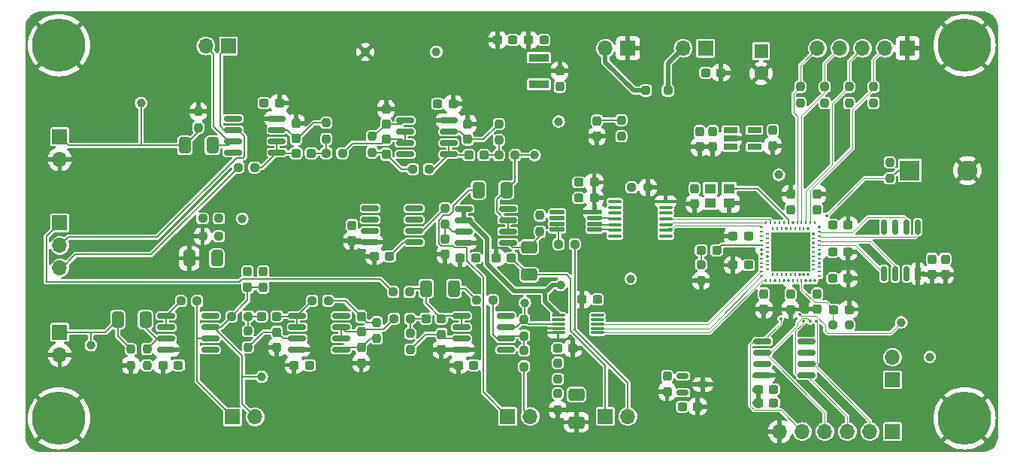
<source format=gtl>
G04 #@! TF.GenerationSoftware,KiCad,Pcbnew,8.0.8*
G04 #@! TF.CreationDate,2025-01-31T08:36:51-06:00*
G04 #@! TF.ProjectId,delay_pedal,64656c61-795f-4706-9564-616c2e6b6963,rev?*
G04 #@! TF.SameCoordinates,Original*
G04 #@! TF.FileFunction,Copper,L1,Top*
G04 #@! TF.FilePolarity,Positive*
%FSLAX46Y46*%
G04 Gerber Fmt 4.6, Leading zero omitted, Abs format (unit mm)*
G04 Created by KiCad (PCBNEW 8.0.8) date 2025-01-31 08:36:51*
%MOMM*%
%LPD*%
G01*
G04 APERTURE LIST*
G04 Aperture macros list*
%AMRoundRect*
0 Rectangle with rounded corners*
0 $1 Rounding radius*
0 $2 $3 $4 $5 $6 $7 $8 $9 X,Y pos of 4 corners*
0 Add a 4 corners polygon primitive as box body*
4,1,4,$2,$3,$4,$5,$6,$7,$8,$9,$2,$3,0*
0 Add four circle primitives for the rounded corners*
1,1,$1+$1,$2,$3*
1,1,$1+$1,$4,$5*
1,1,$1+$1,$6,$7*
1,1,$1+$1,$8,$9*
0 Add four rect primitives between the rounded corners*
20,1,$1+$1,$2,$3,$4,$5,0*
20,1,$1+$1,$4,$5,$6,$7,0*
20,1,$1+$1,$6,$7,$8,$9,0*
20,1,$1+$1,$8,$9,$2,$3,0*%
%AMFreePoly0*
4,1,9,5.362500,-0.866500,1.237500,-0.866500,1.237500,-0.450000,-1.237500,-0.450000,-1.237500,0.450000,1.237500,0.450000,1.237500,0.866500,5.362500,0.866500,5.362500,-0.866500,5.362500,-0.866500,$1*%
G04 Aperture macros list end*
G04 #@! TA.AperFunction,ComponentPad*
%ADD10C,1.000000*%
G04 #@! TD*
G04 #@! TA.AperFunction,SMDPad,CuDef*
%ADD11RoundRect,0.237500X-0.237500X0.250000X-0.237500X-0.250000X0.237500X-0.250000X0.237500X0.250000X0*%
G04 #@! TD*
G04 #@! TA.AperFunction,SMDPad,CuDef*
%ADD12RoundRect,0.237500X-0.237500X0.300000X-0.237500X-0.300000X0.237500X-0.300000X0.237500X0.300000X0*%
G04 #@! TD*
G04 #@! TA.AperFunction,SMDPad,CuDef*
%ADD13RoundRect,0.237500X0.300000X0.237500X-0.300000X0.237500X-0.300000X-0.237500X0.300000X-0.237500X0*%
G04 #@! TD*
G04 #@! TA.AperFunction,SMDPad,CuDef*
%ADD14RoundRect,0.237500X0.237500X-0.300000X0.237500X0.300000X-0.237500X0.300000X-0.237500X-0.300000X0*%
G04 #@! TD*
G04 #@! TA.AperFunction,SMDPad,CuDef*
%ADD15RoundRect,0.237500X0.237500X-0.250000X0.237500X0.250000X-0.237500X0.250000X-0.237500X-0.250000X0*%
G04 #@! TD*
G04 #@! TA.AperFunction,ComponentPad*
%ADD16C,6.000000*%
G04 #@! TD*
G04 #@! TA.AperFunction,SMDPad,CuDef*
%ADD17RoundRect,0.237500X-0.250000X-0.237500X0.250000X-0.237500X0.250000X0.237500X-0.250000X0.237500X0*%
G04 #@! TD*
G04 #@! TA.AperFunction,SMDPad,CuDef*
%ADD18RoundRect,0.237500X-0.237500X0.287500X-0.237500X-0.287500X0.237500X-0.287500X0.237500X0.287500X0*%
G04 #@! TD*
G04 #@! TA.AperFunction,ComponentPad*
%ADD19R,1.700000X1.700000*%
G04 #@! TD*
G04 #@! TA.AperFunction,ComponentPad*
%ADD20O,1.700000X1.700000*%
G04 #@! TD*
G04 #@! TA.AperFunction,SMDPad,CuDef*
%ADD21RoundRect,0.150000X-0.825000X-0.150000X0.825000X-0.150000X0.825000X0.150000X-0.825000X0.150000X0*%
G04 #@! TD*
G04 #@! TA.AperFunction,SMDPad,CuDef*
%ADD22RoundRect,0.125000X-0.687500X-0.125000X0.687500X-0.125000X0.687500X0.125000X-0.687500X0.125000X0*%
G04 #@! TD*
G04 #@! TA.AperFunction,SMDPad,CuDef*
%ADD23RoundRect,0.237500X-0.287500X-0.237500X0.287500X-0.237500X0.287500X0.237500X-0.287500X0.237500X0*%
G04 #@! TD*
G04 #@! TA.AperFunction,SMDPad,CuDef*
%ADD24RoundRect,0.237500X0.250000X0.237500X-0.250000X0.237500X-0.250000X-0.237500X0.250000X-0.237500X0*%
G04 #@! TD*
G04 #@! TA.AperFunction,SMDPad,CuDef*
%ADD25RoundRect,0.237500X-0.300000X-0.237500X0.300000X-0.237500X0.300000X0.237500X-0.300000X0.237500X0*%
G04 #@! TD*
G04 #@! TA.AperFunction,SMDPad,CuDef*
%ADD26RoundRect,0.237500X0.237500X-0.287500X0.237500X0.287500X-0.237500X0.287500X-0.237500X-0.287500X0*%
G04 #@! TD*
G04 #@! TA.AperFunction,ComponentPad*
%ADD27R,2.250000X2.250000*%
G04 #@! TD*
G04 #@! TA.AperFunction,ComponentPad*
%ADD28C,2.250000*%
G04 #@! TD*
G04 #@! TA.AperFunction,SMDPad,CuDef*
%ADD29R,2.300000X0.900000*%
G04 #@! TD*
G04 #@! TA.AperFunction,SMDPad,CuDef*
%ADD30FreePoly0,180.000000*%
G04 #@! TD*
G04 #@! TA.AperFunction,SMDPad,CuDef*
%ADD31RoundRect,0.075000X-0.650000X-0.075000X0.650000X-0.075000X0.650000X0.075000X-0.650000X0.075000X0*%
G04 #@! TD*
G04 #@! TA.AperFunction,SMDPad,CuDef*
%ADD32RoundRect,0.150000X0.825000X0.150000X-0.825000X0.150000X-0.825000X-0.150000X0.825000X-0.150000X0*%
G04 #@! TD*
G04 #@! TA.AperFunction,SMDPad,CuDef*
%ADD33R,1.560000X0.650000*%
G04 #@! TD*
G04 #@! TA.AperFunction,SMDPad,CuDef*
%ADD34RoundRect,0.250000X0.412500X0.650000X-0.412500X0.650000X-0.412500X-0.650000X0.412500X-0.650000X0*%
G04 #@! TD*
G04 #@! TA.AperFunction,SMDPad,CuDef*
%ADD35R,4.400000X4.400000*%
G04 #@! TD*
G04 #@! TA.AperFunction,SMDPad,CuDef*
%ADD36R,0.400000X0.220000*%
G04 #@! TD*
G04 #@! TA.AperFunction,SMDPad,CuDef*
%ADD37R,0.220000X0.400000*%
G04 #@! TD*
G04 #@! TA.AperFunction,SMDPad,CuDef*
%ADD38RoundRect,0.250000X0.250000X0.250000X-0.250000X0.250000X-0.250000X-0.250000X0.250000X-0.250000X0*%
G04 #@! TD*
G04 #@! TA.AperFunction,ComponentPad*
%ADD39R,1.600000X1.600000*%
G04 #@! TD*
G04 #@! TA.AperFunction,ComponentPad*
%ADD40C,1.600000*%
G04 #@! TD*
G04 #@! TA.AperFunction,SMDPad,CuDef*
%ADD41RoundRect,0.250000X-0.650000X0.412500X-0.650000X-0.412500X0.650000X-0.412500X0.650000X0.412500X0*%
G04 #@! TD*
G04 #@! TA.AperFunction,SMDPad,CuDef*
%ADD42RoundRect,0.250000X-0.412500X-0.650000X0.412500X-0.650000X0.412500X0.650000X-0.412500X0.650000X0*%
G04 #@! TD*
G04 #@! TA.AperFunction,SMDPad,CuDef*
%ADD43RoundRect,0.150000X0.150000X-0.675000X0.150000X0.675000X-0.150000X0.675000X-0.150000X-0.675000X0*%
G04 #@! TD*
G04 #@! TA.AperFunction,SMDPad,CuDef*
%ADD44RoundRect,0.150000X-0.512500X-0.150000X0.512500X-0.150000X0.512500X0.150000X-0.512500X0.150000X0*%
G04 #@! TD*
G04 #@! TA.AperFunction,SMDPad,CuDef*
%ADD45RoundRect,0.100000X0.637500X0.100000X-0.637500X0.100000X-0.637500X-0.100000X0.637500X-0.100000X0*%
G04 #@! TD*
G04 #@! TA.AperFunction,SMDPad,CuDef*
%ADD46RoundRect,0.250000X0.650000X-0.412500X0.650000X0.412500X-0.650000X0.412500X-0.650000X-0.412500X0*%
G04 #@! TD*
G04 #@! TA.AperFunction,SMDPad,CuDef*
%ADD47R,1.300000X1.100000*%
G04 #@! TD*
G04 #@! TA.AperFunction,ViaPad*
%ADD48C,0.350000*%
G04 #@! TD*
G04 #@! TA.AperFunction,Conductor*
%ADD49C,0.200000*%
G04 #@! TD*
G04 #@! TA.AperFunction,Conductor*
%ADD50C,0.090000*%
G04 #@! TD*
G04 #@! TA.AperFunction,Conductor*
%ADD51C,0.500000*%
G04 #@! TD*
G04 APERTURE END LIST*
D10*
X119564214Y-98439214D03*
D11*
X155087500Y-118125000D03*
X155087500Y-119950000D03*
D12*
X170500000Y-95037500D03*
X170500000Y-96762500D03*
D13*
X112364214Y-114929214D03*
X110639214Y-114929214D03*
D14*
X135764214Y-87794214D03*
X135764214Y-86069214D03*
D15*
X120201714Y-112929214D03*
X120201714Y-111104214D03*
D16*
X98914214Y-78914214D03*
D17*
X136575000Y-106700000D03*
X138400000Y-106700000D03*
D10*
X155200000Y-87500000D03*
X155400000Y-105900000D03*
D12*
X171064214Y-88639214D03*
X171064214Y-90364214D03*
D18*
X120164214Y-104414214D03*
X120164214Y-106164214D03*
D12*
X167414214Y-116189214D03*
X167414214Y-117914214D03*
D19*
X99000000Y-89210000D03*
D20*
X99000000Y-91750000D03*
D10*
X197000000Y-114000000D03*
D21*
X144514214Y-97319214D03*
X144514214Y-98589214D03*
X144514214Y-99859214D03*
X144514214Y-101129214D03*
X149464214Y-101129214D03*
X149464214Y-99859214D03*
X149464214Y-98589214D03*
X149464214Y-97319214D03*
D11*
X171250000Y-103587500D03*
X171250000Y-105412500D03*
D22*
X155026714Y-97729214D03*
X155026714Y-98379214D03*
X155026714Y-99029214D03*
X155026714Y-99679214D03*
X159251714Y-99679214D03*
X159251714Y-99029214D03*
X159251714Y-98379214D03*
X159251714Y-97729214D03*
D23*
X171250000Y-102000000D03*
X173000000Y-102000000D03*
D15*
X142414214Y-99071714D03*
X142414214Y-97246714D03*
D17*
X145976714Y-107629214D03*
X147801714Y-107629214D03*
D19*
X171750000Y-79250000D03*
D20*
X169210000Y-79250000D03*
D24*
X120201714Y-109429214D03*
X118376714Y-109429214D03*
D25*
X140251714Y-109684214D03*
X141976714Y-109684214D03*
D26*
X159500000Y-89162500D03*
X159500000Y-87412500D03*
D14*
X135764214Y-91194214D03*
X135764214Y-89469214D03*
D11*
X192500000Y-92087500D03*
X192500000Y-93912500D03*
D19*
X192800000Y-122400000D03*
D20*
X190260000Y-122400000D03*
X187720000Y-122400000D03*
X185180000Y-122400000D03*
X182640000Y-122400000D03*
X180100000Y-122400000D03*
D11*
X155100000Y-114675000D03*
X155100000Y-116500000D03*
D17*
X148464214Y-91269214D03*
X150289214Y-91269214D03*
D27*
X194750000Y-93000000D03*
D28*
X201250000Y-93000000D03*
D13*
X145826714Y-102879214D03*
X144101714Y-102879214D03*
D15*
X187914214Y-85414214D03*
X187914214Y-83589214D03*
D12*
X178314214Y-106914214D03*
X178314214Y-108639214D03*
X131914214Y-99189214D03*
X131914214Y-100914214D03*
D13*
X149876714Y-102829214D03*
X148151714Y-102829214D03*
D21*
X178150000Y-112260000D03*
X178150000Y-113530000D03*
X178150000Y-114800000D03*
X178150000Y-116070000D03*
X183100000Y-116070000D03*
X183100000Y-114800000D03*
X183100000Y-113530000D03*
X183100000Y-112260000D03*
D17*
X163425000Y-94914214D03*
X165250000Y-94914214D03*
D11*
X107014214Y-113124214D03*
X107014214Y-114949214D03*
D15*
X114614214Y-88176714D03*
X114614214Y-86351714D03*
D24*
X116914214Y-100414214D03*
X115089214Y-100414214D03*
D25*
X155076714Y-113029214D03*
X156801714Y-113029214D03*
X169137500Y-119600000D03*
X170862500Y-119600000D03*
D10*
X108164214Y-85414214D03*
D12*
X184314214Y-106914214D03*
X184314214Y-108639214D03*
X123451714Y-111204214D03*
X123451714Y-112929214D03*
D29*
X152964214Y-83314214D03*
D30*
X152876714Y-81814214D03*
D29*
X152964214Y-80314214D03*
D24*
X157012500Y-101300000D03*
X155187500Y-101300000D03*
D31*
X155151714Y-109279214D03*
X155151714Y-109779214D03*
X155151714Y-110279214D03*
X155151714Y-110779214D03*
X155151714Y-111279214D03*
X159551714Y-111279214D03*
X159551714Y-110779214D03*
X159551714Y-110279214D03*
X159551714Y-109779214D03*
X159551714Y-109279214D03*
D26*
X121914214Y-106164214D03*
X121914214Y-104414214D03*
D11*
X153100000Y-98075000D03*
X153100000Y-99900000D03*
D13*
X150039214Y-78314214D03*
X148314214Y-78314214D03*
D12*
X198750000Y-103000000D03*
X198750000Y-104725000D03*
D25*
X157475000Y-94350000D03*
X159200000Y-94350000D03*
D32*
X142839214Y-91174214D03*
X142839214Y-89904214D03*
X142839214Y-88634214D03*
X142839214Y-87364214D03*
X137889214Y-87364214D03*
X137889214Y-88634214D03*
X137889214Y-89904214D03*
X137889214Y-91174214D03*
D17*
X119114214Y-92664214D03*
X120939214Y-92664214D03*
D13*
X146789214Y-91269214D03*
X145064214Y-91269214D03*
D10*
X133414214Y-79664214D03*
D33*
X174564214Y-88464214D03*
X174564214Y-89414214D03*
X174564214Y-90364214D03*
X177264214Y-90364214D03*
X177264214Y-88464214D03*
D19*
X99000000Y-111230000D03*
D20*
X99000000Y-113770000D03*
D34*
X116200000Y-90200000D03*
X113075000Y-90200000D03*
D12*
X181314214Y-106939214D03*
X181314214Y-108664214D03*
D14*
X125614214Y-89426714D03*
X125614214Y-87701714D03*
D32*
X123464214Y-90974214D03*
X123464214Y-89704214D03*
X123464214Y-88434214D03*
X123464214Y-87164214D03*
X118514214Y-87164214D03*
X118514214Y-88434214D03*
X118514214Y-89704214D03*
X118514214Y-90974214D03*
D10*
X141414214Y-79664214D03*
D19*
X118000000Y-79000000D03*
D20*
X115460000Y-79000000D03*
D17*
X115089214Y-98414214D03*
X116914214Y-98414214D03*
D35*
X181314214Y-102164214D03*
D36*
X178064214Y-99414214D03*
X178064214Y-99914214D03*
X178064214Y-100414214D03*
X178064214Y-100914214D03*
X178064214Y-101414214D03*
X178064214Y-101914214D03*
X178064214Y-102414214D03*
X178064214Y-102914214D03*
X178064214Y-103414214D03*
X178064214Y-103914214D03*
X178064214Y-104414214D03*
X178064214Y-104914214D03*
D37*
X178564214Y-105414214D03*
X179064214Y-105414214D03*
X179564214Y-105414214D03*
X180064214Y-105414214D03*
X180564214Y-105414214D03*
X181064214Y-105414214D03*
X181564214Y-105414214D03*
X182064214Y-105414214D03*
X182564214Y-105414214D03*
X183064214Y-105414214D03*
X183564214Y-105414214D03*
X184064214Y-105414214D03*
D36*
X184564214Y-104914214D03*
X184564214Y-104414214D03*
X184564214Y-103914214D03*
X184564214Y-103414214D03*
X184564214Y-102914214D03*
X184564214Y-102414214D03*
X184564214Y-101914214D03*
X184564214Y-101414214D03*
X184564214Y-100914214D03*
X184564214Y-100414214D03*
X184564214Y-99914214D03*
X184564214Y-99414214D03*
D37*
X184064214Y-98914214D03*
X183564214Y-98914214D03*
X183064214Y-98914214D03*
X182564214Y-98914214D03*
X182064214Y-98914214D03*
X181564214Y-98914214D03*
X181064214Y-98914214D03*
X180564214Y-98914214D03*
X180064214Y-98914214D03*
X179564214Y-98914214D03*
X179064214Y-98914214D03*
X178564214Y-98914214D03*
D36*
X178714214Y-100164214D03*
X178714214Y-100664214D03*
X178714214Y-101164214D03*
X178714214Y-101664214D03*
X178714214Y-102164214D03*
X178714214Y-102664214D03*
X178714214Y-103164214D03*
X178714214Y-103664214D03*
X178714214Y-104164214D03*
D37*
X179314214Y-104764214D03*
X179814214Y-104764214D03*
X180314214Y-104764214D03*
X180814214Y-104764214D03*
X181314214Y-104764214D03*
X181814214Y-104764214D03*
X182314214Y-104764214D03*
X182814214Y-104764214D03*
X183314214Y-104764214D03*
D36*
X183914214Y-104164214D03*
X183914214Y-103664214D03*
X183914214Y-103164214D03*
X183914214Y-102664214D03*
X183914214Y-102164214D03*
X183914214Y-101664214D03*
X183914214Y-101164214D03*
X183914214Y-100664214D03*
X183914214Y-100164214D03*
D37*
X183314214Y-99564214D03*
X182814214Y-99564214D03*
X182314214Y-99564214D03*
X181814214Y-99564214D03*
X181314214Y-99564214D03*
X180814214Y-99564214D03*
X180314214Y-99564214D03*
X179814214Y-99564214D03*
X179314214Y-99564214D03*
D16*
X200914214Y-120914214D03*
D21*
X133964214Y-97259214D03*
X133964214Y-98529214D03*
X133964214Y-99799214D03*
X133964214Y-101069214D03*
X138914214Y-101069214D03*
X138914214Y-99799214D03*
X138914214Y-98529214D03*
X138914214Y-97259214D03*
D12*
X141976714Y-111459214D03*
X141976714Y-113184214D03*
D19*
X99000000Y-98920000D03*
D20*
X99000000Y-101460000D03*
X99000000Y-104000000D03*
D19*
X192800000Y-116575000D03*
D20*
X192800000Y-114035000D03*
D38*
X167500000Y-84000000D03*
X165000000Y-84000000D03*
D12*
X132951714Y-112954214D03*
X132951714Y-114679214D03*
D15*
X162250000Y-89162500D03*
X162250000Y-87337500D03*
D24*
X138476714Y-109684214D03*
X136651714Y-109684214D03*
D12*
X172564214Y-88639214D03*
X172564214Y-90364214D03*
D25*
X157475000Y-96100000D03*
X159200000Y-96100000D03*
D15*
X182414214Y-85414214D03*
X182414214Y-83589214D03*
D14*
X144964214Y-89494214D03*
X144964214Y-87769214D03*
D39*
X178000000Y-79567621D03*
D40*
X178000000Y-82067621D03*
D15*
X108826714Y-114936714D03*
X108826714Y-113111714D03*
D13*
X127114214Y-114929214D03*
X125389214Y-114929214D03*
D25*
X186189214Y-108664214D03*
X187914214Y-108664214D03*
X141564214Y-85500000D03*
X143289214Y-85500000D03*
X186089214Y-105164214D03*
X187814214Y-105164214D03*
D21*
X144276714Y-109374214D03*
X144276714Y-110644214D03*
X144276714Y-111914214D03*
X144276714Y-113184214D03*
X149226714Y-113184214D03*
X149226714Y-111914214D03*
X149226714Y-110644214D03*
X149226714Y-109374214D03*
D25*
X121726714Y-109429214D03*
X123451714Y-109429214D03*
D14*
X155314214Y-83539214D03*
X155314214Y-81814214D03*
D12*
X142414214Y-100734214D03*
X142414214Y-102459214D03*
D41*
X157200000Y-118237500D03*
X157200000Y-121362500D03*
D10*
X152500000Y-91300000D03*
D11*
X129014214Y-87651714D03*
X129014214Y-89476714D03*
D17*
X129014214Y-91064214D03*
X130839214Y-91064214D03*
D15*
X185164214Y-85414214D03*
X185164214Y-83589214D03*
D17*
X138764214Y-92869214D03*
X140589214Y-92869214D03*
D24*
X114476714Y-107724214D03*
X112651714Y-107724214D03*
D25*
X122014214Y-85414214D03*
X123739214Y-85414214D03*
D42*
X146175000Y-95200000D03*
X149300000Y-95200000D03*
D34*
X143400000Y-106300000D03*
X140275000Y-106300000D03*
D17*
X186089214Y-110414214D03*
X187914214Y-110414214D03*
D11*
X134164214Y-89169214D03*
X134164214Y-90994214D03*
D43*
X191845000Y-104625000D03*
X193115000Y-104625000D03*
X194385000Y-104625000D03*
X195655000Y-104625000D03*
X195655000Y-99375000D03*
X194385000Y-99375000D03*
X193115000Y-99375000D03*
X191845000Y-99375000D03*
D16*
X98914214Y-120914214D03*
D34*
X116700000Y-102900000D03*
X113575000Y-102900000D03*
D13*
X179400000Y-119165000D03*
X177675000Y-119165000D03*
D19*
X194500000Y-79250000D03*
D20*
X191960000Y-79250000D03*
X189420000Y-79250000D03*
X186880000Y-79250000D03*
X184340000Y-79250000D03*
D44*
X169162500Y-116150000D03*
X169162500Y-118050000D03*
X171437500Y-117100000D03*
D19*
X118460000Y-120750000D03*
D20*
X121000000Y-120750000D03*
D21*
X125751714Y-109369214D03*
X125751714Y-110639214D03*
X125751714Y-111909214D03*
X125751714Y-113179214D03*
X130701714Y-113179214D03*
X130701714Y-111909214D03*
X130701714Y-110639214D03*
X130701714Y-109369214D03*
D10*
X180000000Y-93500000D03*
D15*
X190664214Y-85414214D03*
X190664214Y-83589214D03*
D13*
X136164214Y-102664214D03*
X134439214Y-102664214D03*
D25*
X186064214Y-102164214D03*
X187789214Y-102164214D03*
D13*
X176564214Y-100414214D03*
X174839214Y-100414214D03*
D12*
X132951714Y-109454214D03*
X132951714Y-111179214D03*
D10*
X193800000Y-110100000D03*
D15*
X138476714Y-113184214D03*
X138476714Y-111359214D03*
D12*
X197250000Y-103000000D03*
X197250000Y-104725000D03*
D10*
X151400000Y-107900000D03*
D13*
X159551714Y-107529214D03*
X157826714Y-107529214D03*
X153539214Y-78314214D03*
X151814214Y-78314214D03*
D19*
X160460000Y-120700000D03*
D20*
X163000000Y-120700000D03*
D13*
X127339214Y-91064214D03*
X125614214Y-91064214D03*
D12*
X179314214Y-88501714D03*
X179314214Y-90226714D03*
D10*
X163300000Y-105200000D03*
D16*
X200914214Y-78914214D03*
D10*
X121750000Y-116250000D03*
D13*
X179400000Y-117665000D03*
X177675000Y-117665000D03*
D21*
X111001714Y-109369214D03*
X111001714Y-110639214D03*
X111001714Y-111909214D03*
X111001714Y-113179214D03*
X115951714Y-113179214D03*
X115951714Y-111909214D03*
X115951714Y-110639214D03*
X115951714Y-109369214D03*
D13*
X176564214Y-103664214D03*
X174839214Y-103664214D03*
X145639214Y-114934214D03*
X143914214Y-114934214D03*
D42*
X105537500Y-109800000D03*
X108662500Y-109800000D03*
D24*
X129251714Y-107679214D03*
X127426714Y-107679214D03*
D25*
X186089214Y-99164214D03*
X187814214Y-99164214D03*
X171775000Y-82000000D03*
X173500000Y-82000000D03*
D14*
X184314214Y-97414214D03*
X184314214Y-95689214D03*
D11*
X148464214Y-87769214D03*
X148464214Y-89594214D03*
X151301714Y-109804214D03*
X151301714Y-111629214D03*
D19*
X149460000Y-120710000D03*
D20*
X152000000Y-120710000D03*
D45*
X167251714Y-100404214D03*
X167251714Y-99754214D03*
X167251714Y-99104214D03*
X167251714Y-98454214D03*
X167251714Y-97804214D03*
X167251714Y-97154214D03*
X167251714Y-96504214D03*
X161526714Y-96504214D03*
X161526714Y-97154214D03*
X161526714Y-97804214D03*
X161526714Y-98454214D03*
X161526714Y-99104214D03*
X161526714Y-99754214D03*
X161526714Y-100404214D03*
D19*
X163000000Y-79250000D03*
D20*
X160460000Y-79250000D03*
D15*
X134701714Y-111929214D03*
X134701714Y-110104214D03*
D14*
X181314214Y-97414214D03*
X181314214Y-95689214D03*
D46*
X151900000Y-104762500D03*
X151900000Y-101637500D03*
D10*
X102500000Y-112700000D03*
D11*
X151300000Y-113275000D03*
X151300000Y-115100000D03*
D47*
X172300000Y-96700000D03*
X174400000Y-96700000D03*
X174400000Y-95050000D03*
X172300000Y-95050000D03*
D48*
X182800000Y-110800000D03*
X181314214Y-102164214D03*
X174839214Y-103664214D03*
X114614214Y-86351714D03*
X187914214Y-108664214D03*
X187250000Y-89750000D03*
X105250000Y-101500000D03*
X107500000Y-95250000D03*
X148314214Y-78314214D03*
X143289214Y-85500000D03*
X184250000Y-89750000D03*
X181064214Y-105414214D03*
X152876714Y-81814214D03*
X144276714Y-113184214D03*
X174839214Y-100414214D03*
X177675000Y-117665000D03*
X111001714Y-113179214D03*
X174564214Y-89414214D03*
X186500000Y-82000000D03*
X144101714Y-102879214D03*
X125751714Y-113179214D03*
X178064214Y-101914214D03*
X172564214Y-90364214D03*
X184314214Y-95689214D03*
X123464214Y-87164214D03*
X141976714Y-113184214D03*
X187789214Y-102164214D03*
X155087500Y-119950000D03*
X184564214Y-102414214D03*
X117000000Y-115000000D03*
X118250000Y-110750000D03*
X161800000Y-118300000D03*
X151814214Y-78314214D03*
X181314214Y-95689214D03*
X152750000Y-108750000D03*
X184314214Y-108639214D03*
X134439214Y-102664214D03*
X190000000Y-99750000D03*
X197250000Y-104725000D03*
X165250000Y-94914214D03*
X201250000Y-108750000D03*
X113575000Y-102900000D03*
X125614214Y-87701714D03*
X123451714Y-112929214D03*
X171064214Y-90364214D03*
X185400000Y-97400000D03*
X110639214Y-114929214D03*
X170500000Y-96762500D03*
X135764214Y-86069214D03*
X173500000Y-82000000D03*
X198000000Y-87250000D03*
X158750000Y-114750000D03*
X126500000Y-98500000D03*
X167251714Y-96504214D03*
X131914214Y-100914214D03*
X180750000Y-114000000D03*
X149300000Y-107600000D03*
X183600000Y-110800000D03*
X132951714Y-114679214D03*
X159200000Y-94350000D03*
X142839214Y-87364214D03*
X179500000Y-109700000D03*
X142414214Y-102459214D03*
X178150000Y-116070000D03*
X115089214Y-100414214D03*
X133964214Y-101069214D03*
X156801714Y-113029214D03*
X177675000Y-119165000D03*
X144514214Y-101129214D03*
X157826714Y-107529214D03*
X155151714Y-110779214D03*
X123739214Y-85414214D03*
X155314214Y-81814214D03*
X166250000Y-89250000D03*
X168750000Y-105500000D03*
X163250000Y-114750000D03*
X150200000Y-105100000D03*
X183750000Y-82000000D03*
X187814214Y-105164214D03*
X106926714Y-114949214D03*
X167414214Y-117914214D03*
X181314214Y-108664214D03*
X198750000Y-104725000D03*
X171437500Y-117100000D03*
X125389214Y-114929214D03*
X143914214Y-114934214D03*
X157200000Y-121362500D03*
X159500000Y-89162500D03*
X155400000Y-107600000D03*
X170862500Y-119600000D03*
X159251714Y-97729214D03*
X195655000Y-104625000D03*
X159200000Y-96100000D03*
X179314214Y-90226714D03*
X187814214Y-99164214D03*
X178314214Y-108639214D03*
X144964214Y-87769214D03*
X180814214Y-99564214D03*
X155151714Y-111279214D03*
X174000000Y-122750000D03*
X148151714Y-102829214D03*
X174400000Y-96700000D03*
X178714214Y-102664214D03*
X181314214Y-106939214D03*
X184064214Y-105414214D03*
X159551714Y-109279214D03*
X178150000Y-114800000D03*
X167414214Y-116189214D03*
X172300000Y-95050000D03*
X169162500Y-116150000D03*
X182414214Y-85414214D03*
X187914214Y-110414214D03*
X190664214Y-85414214D03*
X192500000Y-92087500D03*
X185164214Y-85414214D03*
X186064214Y-102164214D03*
X181564214Y-98914214D03*
X183914214Y-101164214D03*
X187914214Y-85414214D03*
X183100000Y-113530000D03*
X184314214Y-106914214D03*
X181314214Y-97414214D03*
X184564214Y-99414214D03*
X197250000Y-103000000D03*
X159551714Y-107529214D03*
X176564214Y-103664214D03*
X186089214Y-99164214D03*
X167251714Y-100404214D03*
X180564214Y-105414214D03*
X198750000Y-103000000D03*
X159551714Y-109779214D03*
X191845000Y-99375000D03*
X170500000Y-95037500D03*
X177264214Y-88464214D03*
X179314214Y-88501714D03*
X184564214Y-103414214D03*
X186089214Y-105164214D03*
X178314214Y-106914214D03*
X179564214Y-105414214D03*
X183314214Y-99564214D03*
X184314214Y-97414214D03*
X178064214Y-102414214D03*
X176564214Y-100414214D03*
X155076714Y-113029214D03*
X163425000Y-94914214D03*
X155100000Y-114675000D03*
X155026714Y-98379214D03*
X155314214Y-83539214D03*
X152964214Y-83314214D03*
X155026714Y-97729214D03*
X155151714Y-109779214D03*
X161526714Y-96504214D03*
X161526714Y-100404214D03*
X157475000Y-96100000D03*
X157475000Y-94350000D03*
X169162500Y-118050000D03*
X141564214Y-85500000D03*
X130701714Y-109369214D03*
X115089214Y-98414214D03*
X150039214Y-78314214D03*
X118514214Y-90974214D03*
X127114214Y-114929214D03*
X153539214Y-78314214D03*
X145639214Y-114934214D03*
X145826714Y-102879214D03*
X122014214Y-85414214D03*
X115951714Y-109369214D03*
X162250000Y-89162500D03*
X137889214Y-91174214D03*
X171064214Y-88639214D03*
X149226714Y-109374214D03*
X133964214Y-98529214D03*
X174564214Y-88464214D03*
X152964214Y-80314214D03*
X149464214Y-97319214D03*
X112364214Y-114929214D03*
X131914214Y-99189214D03*
X171775000Y-82000000D03*
X169137500Y-119600000D03*
X172564214Y-88639214D03*
X153100000Y-98075000D03*
X116914214Y-98414214D03*
X116700000Y-102900000D03*
X121914214Y-104414214D03*
X118514214Y-87164214D03*
X115951714Y-113179214D03*
X120164214Y-104414214D03*
X108826714Y-114936714D03*
X116914214Y-100414214D03*
X182314214Y-104764214D03*
X182314214Y-109250000D03*
X180200000Y-109700000D03*
X183314214Y-104764214D03*
X179400000Y-119165000D03*
X183100000Y-112260000D03*
X179400000Y-117665000D03*
X182814214Y-104764214D03*
X182750000Y-110000000D03*
X184250000Y-110000000D03*
X183564214Y-105414214D03*
X183064214Y-105414214D03*
X183500000Y-110000000D03*
X185400000Y-98100000D03*
X183914214Y-100164214D03*
X155087500Y-118125000D03*
X157200000Y-118237500D03*
X155100000Y-116500000D03*
X149226714Y-113184214D03*
D49*
X99000000Y-111230000D02*
X102500000Y-111230000D01*
X105537500Y-109800000D02*
X105537500Y-111647500D01*
X105537500Y-111647500D02*
X107014214Y-113124214D01*
X102500000Y-112700000D02*
X102500000Y-111230000D01*
X102500000Y-111230000D02*
X104107500Y-111230000D01*
X104107500Y-111230000D02*
X105537500Y-109800000D01*
X108826714Y-113111714D02*
X110029214Y-111909214D01*
X108662500Y-109800000D02*
X108662500Y-110700000D01*
X109871714Y-111909214D02*
X111001714Y-111909214D01*
X110029214Y-111909214D02*
X111001714Y-111909214D01*
X108662500Y-110700000D02*
X109871714Y-111909214D01*
X124156714Y-111909214D02*
X123451714Y-111204214D01*
X121926714Y-111204214D02*
X120201714Y-112929214D01*
X123451714Y-111204214D02*
X121926714Y-111204214D01*
X125751714Y-111909214D02*
X124156714Y-111909214D01*
X127426714Y-107694214D02*
X125751714Y-109369214D01*
X125691714Y-109429214D02*
X125751714Y-109369214D01*
X125751714Y-110639214D02*
X125751714Y-109369214D01*
X123451714Y-109429214D02*
X125691714Y-109429214D01*
X127426714Y-107679214D02*
X127426714Y-107694214D01*
X120201714Y-109429214D02*
X121726714Y-109429214D01*
X120201714Y-111104214D02*
X120201714Y-109429214D01*
X133976714Y-111929214D02*
X132951714Y-112954214D01*
X132951714Y-112954214D02*
X130926714Y-112954214D01*
X130926714Y-112954214D02*
X130701714Y-113179214D01*
X134701714Y-111929214D02*
X133976714Y-111929214D01*
X134701714Y-110104214D02*
X133601714Y-110104214D01*
X131176714Y-107679214D02*
X129251714Y-107679214D01*
X133601714Y-110104214D02*
X132951714Y-109454214D01*
X132951714Y-109454214D02*
X131176714Y-107679214D01*
X133239214Y-110891714D02*
X135444214Y-110891714D01*
X135444214Y-110891714D02*
X136651714Y-109684214D01*
X131241714Y-111179214D02*
X130701714Y-110639214D01*
X132951714Y-111179214D02*
X131241714Y-111179214D01*
X132951714Y-111179214D02*
X133239214Y-110891714D01*
X130701714Y-111909214D02*
X130701714Y-110639214D01*
D50*
X182564214Y-106390652D02*
X184030276Y-107856714D01*
X186189214Y-108789214D02*
X186089214Y-108889214D01*
X182564214Y-105414214D02*
X182564214Y-106390652D01*
X186089214Y-108889214D02*
X186089214Y-110414214D01*
X184030276Y-107856714D02*
X185381714Y-107856714D01*
X185381714Y-107856714D02*
X186189214Y-108664214D01*
D49*
X186189214Y-110314214D02*
X186089214Y-110414214D01*
D50*
X186189214Y-108664214D02*
X186189214Y-108789214D01*
D49*
X140201714Y-111459214D02*
X138476714Y-113184214D01*
X142431714Y-111914214D02*
X141976714Y-111459214D01*
X144276714Y-111914214D02*
X142431714Y-111914214D01*
X141976714Y-111459214D02*
X140201714Y-111459214D01*
X142286714Y-109374214D02*
X141976714Y-109684214D01*
X140275000Y-106300000D02*
X140275000Y-107982500D01*
X144276714Y-109374214D02*
X142286714Y-109374214D01*
X138800000Y-106300000D02*
X138400000Y-106700000D01*
X138400000Y-106700000D02*
X138500000Y-106700000D01*
X140275000Y-107982500D02*
X141976714Y-109684214D01*
X140275000Y-106300000D02*
X138800000Y-106300000D01*
X144276714Y-110644214D02*
X144276714Y-109374214D01*
X138476714Y-109684214D02*
X140251714Y-109684214D01*
X138476714Y-111359214D02*
X138476714Y-109684214D01*
X144514214Y-99859214D02*
X143201714Y-99859214D01*
X143201714Y-99859214D02*
X142414214Y-99071714D01*
X142414214Y-99071714D02*
X142414214Y-100734214D01*
X148464214Y-91269214D02*
X148464214Y-89594214D01*
X148464214Y-91269214D02*
X146789214Y-91269214D01*
X142839214Y-88634214D02*
X144104214Y-88634214D01*
X144964214Y-89494214D02*
X146739214Y-89494214D01*
X144104214Y-88634214D02*
X144964214Y-89494214D01*
X146739214Y-89494214D02*
X148464214Y-87769214D01*
X137439214Y-92869214D02*
X135764214Y-91194214D01*
X135564214Y-90994214D02*
X135764214Y-91194214D01*
X138764214Y-92869214D02*
X137439214Y-92869214D01*
X134164214Y-90994214D02*
X135564214Y-90994214D01*
X142839214Y-91174214D02*
X142839214Y-89904214D01*
X145064214Y-91269214D02*
X142934214Y-91269214D01*
X141144214Y-92869214D02*
X142839214Y-91174214D01*
X140589214Y-92869214D02*
X141144214Y-92869214D01*
X142934214Y-91269214D02*
X142839214Y-91174214D01*
X134164214Y-89169214D02*
X134389214Y-89169214D01*
X137459214Y-87794214D02*
X137889214Y-87364214D01*
X134389214Y-89169214D02*
X135764214Y-87794214D01*
X135764214Y-87794214D02*
X137459214Y-87794214D01*
X131946714Y-89956714D02*
X130839214Y-91064214D01*
X135764214Y-89469214D02*
X137454214Y-89469214D01*
X135276714Y-89956714D02*
X131946714Y-89956714D01*
X135764214Y-89469214D02*
X135276714Y-89956714D01*
X137454214Y-89469214D02*
X137889214Y-89904214D01*
X137889214Y-88634214D02*
X137889214Y-89904214D01*
X127339214Y-91064214D02*
X129014214Y-91064214D01*
X129014214Y-89476714D02*
X129014214Y-91064214D01*
X138914214Y-101069214D02*
X137759214Y-101069214D01*
X137759214Y-101069214D02*
X136164214Y-102664214D01*
X108164214Y-85414214D02*
X108164214Y-90164214D01*
X114614214Y-88176714D02*
X114614214Y-88660786D01*
X108164214Y-90164214D02*
X108200000Y-90200000D01*
X99124214Y-89334214D02*
X99124214Y-89124214D01*
X114614214Y-88660786D02*
X113075000Y-90200000D01*
X113075000Y-90200000D02*
X108200000Y-90200000D01*
X108200000Y-90200000D02*
X99990000Y-90200000D01*
X99990000Y-90200000D02*
X99000000Y-89210000D01*
X119539214Y-113881162D02*
X119539214Y-116250000D01*
X115951714Y-110639214D02*
X116297266Y-110639214D01*
X116297266Y-110639214D02*
X119539214Y-113881162D01*
X117166714Y-110639214D02*
X118376714Y-109429214D01*
X120164214Y-107641714D02*
X118376714Y-109429214D01*
X119539214Y-116250000D02*
X119539214Y-119289214D01*
X121914214Y-106164214D02*
X120164214Y-106164214D01*
X120164214Y-106164214D02*
X120164214Y-107641714D01*
X121750000Y-116250000D02*
X119539214Y-116250000D01*
X121085786Y-120664214D02*
X121000000Y-120750000D01*
X119539214Y-119289214D02*
X121000000Y-120750000D01*
X115951714Y-110639214D02*
X117166714Y-110639214D01*
X162250000Y-87337500D02*
X159575000Y-87337500D01*
X159575000Y-87337500D02*
X159500000Y-87412500D01*
D50*
X185450000Y-111300000D02*
X185200000Y-111050000D01*
X192600000Y-111300000D02*
X185450000Y-111300000D01*
X185200000Y-110426740D02*
X184144974Y-109371714D01*
X184144974Y-109371714D02*
X182435928Y-109371714D01*
X182435928Y-109371714D02*
X182314214Y-109250000D01*
X185200000Y-111050000D02*
X185200000Y-110426740D01*
X193800000Y-110100000D02*
X192600000Y-111300000D01*
D51*
X163654366Y-84000000D02*
X165000000Y-84000000D01*
X160624214Y-79299214D02*
X160624214Y-78625786D01*
X160460000Y-79250000D02*
X160460000Y-80805634D01*
X160460000Y-80805634D02*
X163654366Y-84000000D01*
X169124214Y-79335786D02*
X169124214Y-79299214D01*
X167500000Y-80960000D02*
X169210000Y-79250000D01*
X167500000Y-84000000D02*
X167500000Y-80960000D01*
D49*
X159326714Y-99104214D02*
X159251714Y-99029214D01*
X161526714Y-99104214D02*
X159326714Y-99104214D01*
X161451714Y-98379214D02*
X161526714Y-98454214D01*
X159251714Y-98379214D02*
X161451714Y-98379214D01*
X159251714Y-99679214D02*
X161451714Y-99679214D01*
X161451714Y-99679214D02*
X161526714Y-99754214D01*
D50*
X180200000Y-110210000D02*
X178150000Y-112260000D01*
X176800000Y-112635001D02*
X177175001Y-112260000D01*
X180240000Y-120000000D02*
X177283562Y-120000000D01*
X176800000Y-119516438D02*
X176800000Y-112635001D01*
X180200000Y-109700000D02*
X180200000Y-110210000D01*
X177283562Y-120000000D02*
X176800000Y-119516438D01*
X177175001Y-112260000D02*
X178150000Y-112260000D01*
X182640000Y-122400000D02*
X180240000Y-120000000D01*
D49*
X182754448Y-112260000D02*
X183100000Y-112260000D01*
D50*
X183100000Y-116070000D02*
X187720000Y-120690000D01*
X182750000Y-110000000D02*
X182750000Y-110189412D01*
X181880000Y-111059412D02*
X181880000Y-115824999D01*
X182125001Y-116070000D02*
X183100000Y-116070000D01*
X187720000Y-120690000D02*
X187720000Y-122400000D01*
X182750000Y-110189412D02*
X181880000Y-111059412D01*
X181880000Y-115824999D02*
X182125001Y-116070000D01*
X184074999Y-114800000D02*
X183100000Y-114800000D01*
X184250000Y-110000000D02*
X184270000Y-110020000D01*
X184270000Y-110020000D02*
X184270000Y-114604999D01*
X190260000Y-121197919D02*
X183862081Y-114800000D01*
X190260000Y-122400000D02*
X190260000Y-121197919D01*
X184270000Y-114604999D02*
X184074999Y-114800000D01*
X183862081Y-114800000D02*
X183100000Y-114800000D01*
X179070000Y-113530000D02*
X178150000Y-113530000D01*
D49*
X178150000Y-113530000D02*
X178944448Y-113530000D01*
D50*
X182596740Y-109630000D02*
X182100000Y-110126740D01*
X182100000Y-110126740D02*
X182100000Y-110500000D01*
X178417772Y-113530000D02*
X178150000Y-113530000D01*
X182100000Y-110500000D02*
X179070000Y-113530000D01*
X185180000Y-120292228D02*
X178417772Y-113530000D01*
X185180000Y-122400000D02*
X185180000Y-120292228D01*
X183130000Y-109630000D02*
X182596740Y-109630000D01*
X183500000Y-110000000D02*
X183130000Y-109630000D01*
X191845000Y-104625000D02*
X188634214Y-101414214D01*
X188634214Y-101414214D02*
X184564214Y-101414214D01*
X184650000Y-100500000D02*
X184564214Y-100414214D01*
X195354999Y-100500000D02*
X184650000Y-100500000D01*
X195655000Y-100199999D02*
X195354999Y-100500000D01*
X195655000Y-99375000D02*
X195655000Y-100199999D01*
X193115000Y-103800001D02*
X190314999Y-101000000D01*
X193115000Y-104625000D02*
X193115000Y-103800001D01*
X184650000Y-101000000D02*
X184564214Y-100914214D01*
X190314999Y-101000000D02*
X184650000Y-101000000D01*
X194385000Y-98550001D02*
X194139999Y-98305000D01*
X188300000Y-100000000D02*
X184650000Y-100000000D01*
X189995000Y-98305000D02*
X188300000Y-100000000D01*
X194385000Y-99375000D02*
X194385000Y-98550001D01*
X194139999Y-98305000D02*
X189995000Y-98305000D01*
X184650000Y-100000000D02*
X184564214Y-99914214D01*
X186000000Y-85503428D02*
X186000000Y-92366868D01*
X187914214Y-80755786D02*
X189420000Y-79250000D01*
X187914214Y-83589214D02*
X187914214Y-80755786D01*
X186000000Y-92366868D02*
X183064214Y-95302654D01*
X187914214Y-83589214D02*
X186000000Y-85503428D01*
X183064214Y-95302654D02*
X183064214Y-98914214D01*
X185164214Y-80965786D02*
X186880000Y-79250000D01*
X185164214Y-84237776D02*
X182564214Y-86837776D01*
X185164214Y-83589214D02*
X185164214Y-84237776D01*
X185164214Y-83589214D02*
X185164214Y-80965786D01*
X182564214Y-86837776D02*
X182564214Y-98914214D01*
X190664214Y-83589214D02*
X190664214Y-80545786D01*
X190664214Y-83589214D02*
X190664214Y-83840652D01*
X188300000Y-90476990D02*
X183564214Y-95212776D01*
X188300000Y-86204866D02*
X188300000Y-90476990D01*
X183564214Y-95212776D02*
X183564214Y-98914214D01*
X190664214Y-80545786D02*
X191960000Y-79250000D01*
X190664214Y-83840652D02*
X188300000Y-86204866D01*
X181694214Y-84309214D02*
X181694214Y-86509214D01*
D49*
X182100000Y-98878428D02*
X182064214Y-98914214D01*
D50*
X182414214Y-83589214D02*
X181694214Y-84309214D01*
X182414214Y-81175786D02*
X184340000Y-79250000D01*
X181694214Y-86509214D02*
X182064214Y-86879214D01*
X182064214Y-86879214D02*
X182064214Y-98914214D01*
X182414214Y-83589214D02*
X182414214Y-81175786D01*
X172199214Y-110779214D02*
X178064214Y-104914214D01*
X159551714Y-110779214D02*
X172199214Y-110779214D01*
X172220786Y-111279214D02*
X178085786Y-105414214D01*
X178085786Y-105414214D02*
X178564214Y-105414214D01*
X159551714Y-111279214D02*
X172220786Y-111279214D01*
X177925000Y-104414214D02*
X178064214Y-104414214D01*
X159551714Y-110279214D02*
X172060000Y-110279214D01*
X172060000Y-110279214D02*
X177925000Y-104414214D01*
D49*
X111001714Y-109369214D02*
X112646714Y-107724214D01*
X112646714Y-107724214D02*
X112651714Y-107724214D01*
X111001714Y-110639214D02*
X111001714Y-109369214D01*
X151289214Y-111641714D02*
X151301714Y-111629214D01*
X151289214Y-113229214D02*
X151289214Y-111641714D01*
X147801714Y-107629214D02*
X147801714Y-111464213D01*
X147801714Y-111464213D02*
X148251715Y-111914214D01*
X149511714Y-111629214D02*
X149226714Y-111914214D01*
X148251715Y-111914214D02*
X149226714Y-111914214D01*
X151301714Y-111629214D02*
X149511714Y-111629214D01*
X151301714Y-109804214D02*
X150461714Y-110644214D01*
X151776714Y-110279214D02*
X155151714Y-110279214D01*
X150461714Y-110644214D02*
X149226714Y-110644214D01*
X151400000Y-109705928D02*
X151301714Y-109804214D01*
X151301714Y-109804214D02*
X151776714Y-110279214D01*
X151400000Y-107900000D02*
X151400000Y-109705928D01*
X155187500Y-101300000D02*
X155187500Y-99840000D01*
X155187500Y-99840000D02*
X155026714Y-99679214D01*
X155026714Y-99029214D02*
X155026714Y-99679214D01*
X139861714Y-99799214D02*
X142414214Y-97246714D01*
X138914214Y-99799214D02*
X139861714Y-99799214D01*
X123554214Y-91064214D02*
X123464214Y-90974214D01*
X121774214Y-92664214D02*
X123464214Y-90974214D01*
X125614214Y-91064214D02*
X123554214Y-91064214D01*
X123464214Y-89704214D02*
X123464214Y-90974214D01*
X120939214Y-92664214D02*
X121774214Y-92664214D01*
D51*
X147164214Y-103539214D02*
X150175000Y-106550000D01*
X144514214Y-97319214D02*
X144514214Y-98589214D01*
X147164214Y-100656898D02*
X147164214Y-103539214D01*
X150175000Y-106550000D02*
X153650000Y-106550000D01*
X153650000Y-106550000D02*
X153850000Y-106550000D01*
X153650000Y-106550000D02*
X153650000Y-107777500D01*
X145096530Y-98589214D02*
X147164214Y-100656898D01*
X154500000Y-105900000D02*
X155400000Y-105900000D01*
X155076714Y-109204214D02*
X155151714Y-109204214D01*
X144514214Y-98589214D02*
X145096530Y-98589214D01*
X153650000Y-107777500D02*
X155076714Y-109204214D01*
X153850000Y-106550000D02*
X154500000Y-105900000D01*
D50*
X167506714Y-99499214D02*
X168014178Y-99499214D01*
X168014178Y-99499214D02*
X168263392Y-99250000D01*
X168263392Y-99250000D02*
X177900000Y-99250000D01*
X177900000Y-99250000D02*
X178064214Y-99414214D01*
X167251714Y-99754214D02*
X167506714Y-99499214D01*
X167297500Y-98500000D02*
X178950000Y-98500000D01*
X179064214Y-98614214D02*
X179064214Y-98914214D01*
X167251714Y-98454214D02*
X167297500Y-98500000D01*
X178950000Y-98500000D02*
X179064214Y-98614214D01*
X167829890Y-99104214D02*
X168019890Y-98914214D01*
X168019890Y-98914214D02*
X178564214Y-98914214D01*
X167251714Y-99104214D02*
X167829890Y-99104214D01*
D49*
X177610000Y-95050000D02*
X181064214Y-98504214D01*
X174400000Y-95050000D02*
X177610000Y-95050000D01*
X181064214Y-98504214D02*
X181064214Y-98914214D01*
D50*
X185400000Y-98100000D02*
X189587500Y-93912500D01*
X189587500Y-93912500D02*
X192500000Y-93912500D01*
D49*
X193412500Y-93000000D02*
X192500000Y-93912500D01*
X194750000Y-93000000D02*
X193412500Y-93000000D01*
X157012500Y-110850242D02*
X157012500Y-101300000D01*
X163000000Y-116934314D02*
X156964214Y-110898528D01*
X156964214Y-110898528D02*
X157012500Y-110850242D01*
X163000000Y-120700000D02*
X163000000Y-116934314D01*
X143289214Y-96999372D02*
X145088586Y-95200000D01*
X143519372Y-101679214D02*
X143361872Y-101521714D01*
X142889056Y-98039214D02*
X143289214Y-97639056D01*
X149460000Y-119960000D02*
X149460000Y-120710000D01*
X141689214Y-98613204D02*
X142263204Y-98039214D01*
X144889214Y-103175224D02*
X144889214Y-101679214D01*
X141968204Y-101521714D02*
X141689214Y-101242724D01*
X143289214Y-97639056D02*
X143289214Y-96999372D01*
X145088586Y-95200000D02*
X146175000Y-95200000D01*
X146714214Y-117964214D02*
X146714214Y-105000224D01*
X146714214Y-105000224D02*
X144889214Y-103175224D01*
X142263204Y-98039214D02*
X142889056Y-98039214D01*
X149460000Y-120710000D02*
X146714214Y-117964214D01*
X144889214Y-101679214D02*
X143519372Y-101679214D01*
X143361872Y-101521714D02*
X141968204Y-101521714D01*
X141689214Y-101242724D02*
X141689214Y-98613204D01*
X151300000Y-115100000D02*
X151300000Y-120010000D01*
X151300000Y-120010000D02*
X152000000Y-120710000D01*
X160460000Y-114960000D02*
X156564214Y-111064214D01*
X151900000Y-104762500D02*
X156137500Y-104762500D01*
X160460000Y-120700000D02*
X160460000Y-114960000D01*
X156137500Y-104762500D02*
X156564214Y-105189214D01*
X151810000Y-104762500D02*
X149876714Y-102829214D01*
X156564214Y-111064214D02*
X156564214Y-105189214D01*
X151900000Y-104762500D02*
X151810000Y-104762500D01*
X117539215Y-88434214D02*
X117089214Y-87984213D01*
X119789214Y-89164214D02*
X119059214Y-88434214D01*
X99935785Y-100524215D02*
X109979213Y-100524215D01*
X118514214Y-88434214D02*
X117539215Y-88434214D01*
X117875786Y-79124214D02*
X117939214Y-79124214D01*
X99124214Y-101624214D02*
X99124214Y-101335786D01*
X117089214Y-87984213D02*
X117089214Y-79910786D01*
X99124214Y-101335786D02*
X99935785Y-100524215D01*
X119789214Y-91464214D02*
X119789214Y-89164214D01*
X118929214Y-91574214D02*
X119679214Y-91574214D01*
X117089214Y-79910786D02*
X117875786Y-79124214D01*
X119059214Y-88434214D02*
X118514214Y-88434214D01*
X109979213Y-100524215D02*
X118929214Y-91574214D01*
X119679214Y-91574214D02*
X119789214Y-91464214D01*
X98835786Y-99084214D02*
X97500000Y-100420000D01*
X135114214Y-105239214D02*
X136575000Y-106700000D01*
X97500000Y-100420000D02*
X97500000Y-105564214D01*
X119189214Y-105564214D02*
X119514214Y-105239214D01*
X119514214Y-105239214D02*
X135114214Y-105239214D01*
X97500000Y-105564214D02*
X119189214Y-105564214D01*
X99124214Y-99084214D02*
X98835786Y-99084214D01*
X109304214Y-102474214D02*
X100775786Y-102474214D01*
X99124214Y-104125786D02*
X99124214Y-104164214D01*
X100775786Y-102474214D02*
X99124214Y-104125786D01*
X119114214Y-92664214D02*
X109304214Y-102474214D01*
X125614214Y-89426714D02*
X124621714Y-88434214D01*
X124621714Y-88434214D02*
X123464214Y-88434214D01*
X127601714Y-87651714D02*
X129014214Y-87651714D01*
X125826714Y-89426714D02*
X127601714Y-87651714D01*
X125614214Y-89426714D02*
X125826714Y-89426714D01*
X118004214Y-89704214D02*
X116339214Y-88039214D01*
X115584214Y-79124214D02*
X115399214Y-79124214D01*
X116339214Y-88039214D02*
X116339214Y-79879214D01*
X118018428Y-90200000D02*
X118514214Y-89704214D01*
X116200000Y-90200000D02*
X118018428Y-90200000D01*
X116339214Y-79879214D02*
X115584214Y-79124214D01*
X118514214Y-89704214D02*
X118004214Y-89704214D01*
X155087500Y-116512500D02*
X155100000Y-116500000D01*
X114476714Y-107724214D02*
X114476714Y-111900000D01*
X114485928Y-111909214D02*
X114476714Y-111900000D01*
X114476714Y-116766714D02*
X118374214Y-120664214D01*
X115951714Y-111909214D02*
X114485928Y-111909214D01*
X118374214Y-120664214D02*
X118399214Y-120664214D01*
X114476714Y-111900000D02*
X114476714Y-116766714D01*
X150289214Y-94210786D02*
X149300000Y-95200000D01*
X149523428Y-99800000D02*
X149464214Y-99859214D01*
X148239214Y-97639056D02*
X148239214Y-96260786D01*
X148589214Y-98589214D02*
X149464214Y-98589214D01*
X150320000Y-91300000D02*
X150289214Y-91269214D01*
X150289214Y-91269214D02*
X150289214Y-94210786D01*
X149537500Y-95300000D02*
X149537500Y-94617500D01*
X149189372Y-98589214D02*
X148239214Y-97639056D01*
X148239214Y-96260786D02*
X149300000Y-95200000D01*
X149464214Y-98589214D02*
X149189372Y-98589214D01*
X152500000Y-91300000D02*
X150320000Y-91300000D01*
X150259214Y-99859214D02*
X149814214Y-99859214D01*
X149464214Y-99859214D02*
X149464214Y-98589214D01*
X144647500Y-106300000D02*
X145976714Y-107629214D01*
X143400000Y-106300000D02*
X144647500Y-106300000D01*
X145976714Y-107629214D02*
X145976714Y-107674214D01*
X151900000Y-101637500D02*
X149972500Y-101637500D01*
X149972500Y-101637500D02*
X149464214Y-101129214D01*
X151900000Y-101637500D02*
X153100000Y-100437500D01*
X153100000Y-100437500D02*
X153100000Y-99900000D01*
X171250000Y-103587500D02*
X171250000Y-102000000D01*
X173000000Y-102000000D02*
X173585786Y-101414214D01*
X173585786Y-101414214D02*
X178064214Y-101414214D01*
G04 #@! TA.AperFunction,Conductor*
G36*
X177618039Y-117434685D02*
G01*
X177663794Y-117487489D01*
X177675000Y-117539000D01*
X177675000Y-117665000D01*
X177801000Y-117665000D01*
X177868039Y-117684685D01*
X177913794Y-117737489D01*
X177925000Y-117789000D01*
X177925000Y-119630500D01*
X177905315Y-119697539D01*
X177852511Y-119743294D01*
X177801000Y-119754500D01*
X177549000Y-119754500D01*
X177481961Y-119734815D01*
X177436206Y-119682011D01*
X177425000Y-119630500D01*
X177425000Y-119415000D01*
X177169500Y-119415000D01*
X177102461Y-119395315D01*
X177056706Y-119342511D01*
X177045500Y-119291000D01*
X177045500Y-119039000D01*
X177065185Y-118971961D01*
X177117989Y-118926206D01*
X177169500Y-118915000D01*
X177425000Y-118915000D01*
X177425000Y-117915000D01*
X177169500Y-117915000D01*
X177102461Y-117895315D01*
X177056706Y-117842511D01*
X177045500Y-117791000D01*
X177045500Y-117539000D01*
X177065185Y-117471961D01*
X177117989Y-117426206D01*
X177169500Y-117415000D01*
X177551000Y-117415000D01*
X177618039Y-117434685D01*
G37*
G04 #@! TD.AperFunction*
G04 #@! TA.AperFunction,Conductor*
G36*
X181553834Y-111495870D02*
G01*
X181609767Y-111537742D01*
X181634184Y-111603206D01*
X181634500Y-111612052D01*
X181634500Y-115873833D01*
X181660546Y-115936713D01*
X181671875Y-115964064D01*
X181788941Y-116081130D01*
X181889171Y-116181359D01*
X181922656Y-116242682D01*
X181924194Y-116251162D01*
X181934426Y-116321392D01*
X181934426Y-116321393D01*
X181969671Y-116393488D01*
X181981429Y-116462361D01*
X181954086Y-116526658D01*
X181896321Y-116565964D01*
X181826476Y-116567802D01*
X181770590Y-116535628D01*
X179278994Y-114044032D01*
X179245509Y-113982709D01*
X179250493Y-113913017D01*
X179259689Y-113895716D01*
X179259685Y-113895714D01*
X179264198Y-113886483D01*
X179315573Y-113781393D01*
X179325500Y-113713260D01*
X179325500Y-113673052D01*
X179345185Y-113606013D01*
X179361819Y-113585371D01*
X181422819Y-111524371D01*
X181484142Y-111490886D01*
X181553834Y-111495870D01*
G37*
G04 #@! TD.AperFunction*
G04 #@! TA.AperFunction,Conductor*
G36*
X183918333Y-110215218D02*
G01*
X183962681Y-110243719D01*
X183988181Y-110269219D01*
X184021666Y-110330542D01*
X184024500Y-110356900D01*
X184024500Y-111635500D01*
X184004815Y-111702539D01*
X183952011Y-111748294D01*
X183900500Y-111759500D01*
X182249500Y-111759500D01*
X182182461Y-111739815D01*
X182136706Y-111687011D01*
X182125500Y-111635500D01*
X182125500Y-111212462D01*
X182145185Y-111145423D01*
X182161815Y-111124785D01*
X182871623Y-110414976D01*
X182871626Y-110414975D01*
X182889064Y-110397537D01*
X182889065Y-110397537D01*
X182958125Y-110328477D01*
X182958127Y-110328470D01*
X182962539Y-110321869D01*
X182977959Y-110303078D01*
X183037320Y-110243717D01*
X183098641Y-110210234D01*
X183168333Y-110215218D01*
X183212680Y-110243719D01*
X183276529Y-110307568D01*
X183276533Y-110307571D01*
X183276535Y-110307573D01*
X183382518Y-110361574D01*
X183382520Y-110361574D01*
X183382522Y-110361575D01*
X183499997Y-110380181D01*
X183500000Y-110380181D01*
X183500003Y-110380181D01*
X183617477Y-110361575D01*
X183617478Y-110361575D01*
X183617479Y-110361574D01*
X183617482Y-110361574D01*
X183723465Y-110307573D01*
X183787320Y-110243717D01*
X183848641Y-110210234D01*
X183918333Y-110215218D01*
G37*
G04 #@! TD.AperFunction*
G04 #@! TA.AperFunction,Conductor*
G36*
X191287539Y-98570185D02*
G01*
X191333294Y-98622989D01*
X191344500Y-98674500D01*
X191344500Y-100083260D01*
X191348778Y-100112622D01*
X191338965Y-100181799D01*
X191293310Y-100234689D01*
X191226308Y-100254500D01*
X188692052Y-100254500D01*
X188625013Y-100234815D01*
X188579258Y-100182011D01*
X188569314Y-100112853D01*
X188598339Y-100049297D01*
X188604371Y-100042819D01*
X190060371Y-98586819D01*
X190121694Y-98553334D01*
X190148052Y-98550500D01*
X191220500Y-98550500D01*
X191287539Y-98570185D01*
G37*
G04 #@! TD.AperFunction*
G04 #@! TA.AperFunction,Conductor*
G36*
X184408048Y-85443646D02*
G01*
X184463981Y-85485518D01*
X184488398Y-85550982D01*
X184488714Y-85559828D01*
X184488714Y-85716974D01*
X184491488Y-85746563D01*
X184535098Y-85871190D01*
X184613502Y-85977424D01*
X184613503Y-85977425D01*
X184719737Y-86055829D01*
X184719738Y-86055829D01*
X184719739Y-86055830D01*
X184844365Y-86099439D01*
X184844364Y-86099439D01*
X184873954Y-86102214D01*
X184873958Y-86102214D01*
X185454474Y-86102214D01*
X185478144Y-86099994D01*
X185484063Y-86099439D01*
X185589544Y-86062528D01*
X185659323Y-86058966D01*
X185719951Y-86093695D01*
X185752178Y-86155688D01*
X185754500Y-86179570D01*
X185754500Y-92213816D01*
X185734815Y-92280855D01*
X185718181Y-92301497D01*
X183021395Y-94998283D01*
X182960072Y-95031768D01*
X182890380Y-95026784D01*
X182834447Y-94984912D01*
X182810030Y-94919448D01*
X182809714Y-94910602D01*
X182809714Y-86990828D01*
X182829399Y-86923789D01*
X182846033Y-86903147D01*
X184277033Y-85472147D01*
X184338356Y-85438662D01*
X184408048Y-85443646D01*
G37*
G04 #@! TD.AperFunction*
G04 #@! TA.AperFunction,Conductor*
G36*
X117274652Y-112062874D02*
G01*
X117327190Y-112094109D01*
X119202395Y-113969314D01*
X119235880Y-114030637D01*
X119238714Y-114056995D01*
X119238714Y-116210438D01*
X119238714Y-119328776D01*
X119244401Y-119350000D01*
X119259193Y-119405204D01*
X119259194Y-119405205D01*
X119288091Y-119455256D01*
X119288092Y-119455257D01*
X119298753Y-119473724D01*
X119312848Y-119487819D01*
X119346333Y-119549142D01*
X119341349Y-119618834D01*
X119299477Y-119674767D01*
X119234013Y-119699184D01*
X119225167Y-119699500D01*
X117885833Y-119699500D01*
X117818794Y-119679815D01*
X117798152Y-119663181D01*
X114813533Y-116678562D01*
X114780048Y-116617239D01*
X114777214Y-116590881D01*
X114777214Y-113747139D01*
X114796899Y-113680100D01*
X114849703Y-113634345D01*
X114918861Y-113624401D01*
X114955672Y-113635738D01*
X115001883Y-113658329D01*
X115025321Y-113669787D01*
X115093453Y-113679714D01*
X115093454Y-113679714D01*
X116809975Y-113679714D01*
X116832685Y-113676405D01*
X116878107Y-113669787D01*
X116983197Y-113618412D01*
X117065912Y-113535697D01*
X117117287Y-113430607D01*
X117127214Y-113362474D01*
X117127214Y-112995954D01*
X117117287Y-112927821D01*
X117065912Y-112822731D01*
X117065910Y-112822729D01*
X117065910Y-112822728D01*
X116983199Y-112740017D01*
X116976393Y-112736690D01*
X116878107Y-112688641D01*
X116878105Y-112688640D01*
X116809975Y-112678714D01*
X116809974Y-112678714D01*
X115093454Y-112678714D01*
X115093453Y-112678714D01*
X115025322Y-112688640D01*
X114955674Y-112722689D01*
X114886801Y-112734447D01*
X114822504Y-112707104D01*
X114783197Y-112649339D01*
X114777214Y-112611288D01*
X114777214Y-112477139D01*
X114796899Y-112410100D01*
X114849703Y-112364345D01*
X114918861Y-112354401D01*
X114955672Y-112365738D01*
X114968625Y-112372070D01*
X115025321Y-112399787D01*
X115093453Y-112409714D01*
X115093454Y-112409714D01*
X116809975Y-112409714D01*
X116843584Y-112404817D01*
X116878107Y-112399787D01*
X116983197Y-112348412D01*
X117065912Y-112265697D01*
X117117287Y-112160607D01*
X117117287Y-112160605D01*
X117117288Y-112160604D01*
X117120130Y-112151407D01*
X117122246Y-112152060D01*
X117145938Y-112100423D01*
X117204782Y-112062752D01*
X117274652Y-112062874D01*
G37*
G04 #@! TD.AperFunction*
G04 #@! TA.AperFunction,Conductor*
G36*
X119475936Y-108857475D02*
G01*
X119531870Y-108899346D01*
X119556287Y-108964811D01*
X119549644Y-109014612D01*
X119516489Y-109109362D01*
X119516488Y-109109364D01*
X119513714Y-109138953D01*
X119513714Y-109719474D01*
X119516488Y-109749063D01*
X119560098Y-109873690D01*
X119633829Y-109973592D01*
X119638503Y-109979925D01*
X119744739Y-110058330D01*
X119788093Y-110073500D01*
X119818169Y-110084025D01*
X119874945Y-110124747D01*
X119900692Y-110189700D01*
X119901214Y-110201066D01*
X119901214Y-110324236D01*
X119881529Y-110391275D01*
X119828725Y-110437030D01*
X119818169Y-110441277D01*
X119757238Y-110462597D01*
X119757237Y-110462598D01*
X119651003Y-110541002D01*
X119651002Y-110541003D01*
X119572598Y-110647237D01*
X119528988Y-110771864D01*
X119526214Y-110801453D01*
X119526214Y-111406974D01*
X119528988Y-111436563D01*
X119572598Y-111561190D01*
X119651002Y-111667424D01*
X119651003Y-111667425D01*
X119757237Y-111745829D01*
X119757238Y-111745829D01*
X119757239Y-111745830D01*
X119881865Y-111789439D01*
X119881864Y-111789439D01*
X119911454Y-111792214D01*
X119911458Y-111792214D01*
X120491974Y-111792214D01*
X120515644Y-111789994D01*
X120521563Y-111789439D01*
X120616316Y-111756282D01*
X120686092Y-111752720D01*
X120746720Y-111787448D01*
X120778948Y-111849441D01*
X120772544Y-111919017D01*
X120744951Y-111961005D01*
X120501062Y-112204895D01*
X120439739Y-112238380D01*
X120413381Y-112241214D01*
X119911454Y-112241214D01*
X119881864Y-112243988D01*
X119757237Y-112287598D01*
X119651003Y-112366002D01*
X119651002Y-112366003D01*
X119572598Y-112472237D01*
X119528988Y-112596864D01*
X119526214Y-112626453D01*
X119526214Y-113143829D01*
X119506529Y-113210868D01*
X119453725Y-113256623D01*
X119384567Y-113266567D01*
X119321011Y-113237542D01*
X119314533Y-113231510D01*
X117213391Y-111130368D01*
X117179906Y-111069045D01*
X117184890Y-110999353D01*
X117226762Y-110943420D01*
X117268974Y-110922913D01*
X117282703Y-110919235D01*
X117351225Y-110879674D01*
X117407174Y-110823725D01*
X118089866Y-110141033D01*
X118151189Y-110107548D01*
X118177547Y-110104714D01*
X118679474Y-110104714D01*
X118709063Y-110101939D01*
X118743488Y-110089893D01*
X118833689Y-110058330D01*
X118939925Y-109979925D01*
X119018330Y-109873689D01*
X119061939Y-109749063D01*
X119062774Y-109740157D01*
X119064714Y-109719474D01*
X119064714Y-109217547D01*
X119084399Y-109150508D01*
X119101033Y-109129866D01*
X119222501Y-109008398D01*
X119344924Y-108885974D01*
X119406245Y-108852491D01*
X119475936Y-108857475D01*
G37*
G04 #@! TD.AperFunction*
G04 #@! TA.AperFunction,Conductor*
G36*
X118345548Y-92685365D02*
G01*
X118401481Y-92727237D01*
X118425898Y-92792701D01*
X118426214Y-92801547D01*
X118426214Y-92875881D01*
X118406529Y-92942920D01*
X118389895Y-92963562D01*
X109216062Y-102137395D01*
X109154739Y-102170880D01*
X109128381Y-102173714D01*
X100736224Y-102173714D01*
X100659796Y-102194192D01*
X100591275Y-102233754D01*
X100591272Y-102233756D01*
X99727244Y-103097783D01*
X99665921Y-103131268D01*
X99596229Y-103126284D01*
X99581109Y-103119460D01*
X99403956Y-103024769D01*
X99403955Y-103024768D01*
X99403954Y-103024768D01*
X99205934Y-102964700D01*
X99205932Y-102964699D01*
X99205934Y-102964699D01*
X99000000Y-102944417D01*
X98794067Y-102964699D01*
X98618692Y-103017898D01*
X98597629Y-103024288D01*
X98596043Y-103024769D01*
X98513231Y-103069034D01*
X98413550Y-103122315D01*
X98413548Y-103122316D01*
X98413547Y-103122317D01*
X98253589Y-103253589D01*
X98122317Y-103413547D01*
X98122315Y-103413550D01*
X98048344Y-103551939D01*
X98033858Y-103579040D01*
X97984895Y-103628884D01*
X97916757Y-103644344D01*
X97851078Y-103620512D01*
X97808709Y-103564954D01*
X97800500Y-103520586D01*
X97800500Y-101939413D01*
X97820185Y-101872374D01*
X97872989Y-101826619D01*
X97942147Y-101816675D01*
X98005703Y-101845700D01*
X98033856Y-101880956D01*
X98122315Y-102046450D01*
X98140849Y-102069034D01*
X98253589Y-102206410D01*
X98326575Y-102266307D01*
X98413550Y-102337685D01*
X98596046Y-102435232D01*
X98794066Y-102495300D01*
X98794065Y-102495300D01*
X98812529Y-102497118D01*
X99000000Y-102515583D01*
X99205934Y-102495300D01*
X99403954Y-102435232D01*
X99586450Y-102337685D01*
X99746410Y-102206410D01*
X99877685Y-102046450D01*
X99975232Y-101863954D01*
X100035300Y-101665934D01*
X100055583Y-101460000D01*
X100035300Y-101254066D01*
X99975232Y-101056046D01*
X99967620Y-101041806D01*
X99953379Y-100973404D01*
X99978379Y-100908160D01*
X99989289Y-100895680D01*
X100023940Y-100861031D01*
X100085264Y-100827548D01*
X100111619Y-100824715D01*
X110018773Y-100824715D01*
X110018775Y-100824715D01*
X110095202Y-100804236D01*
X110163724Y-100764675D01*
X110219673Y-100708726D01*
X118214533Y-92713866D01*
X118275856Y-92680381D01*
X118345548Y-92685365D01*
G37*
G04 #@! TD.AperFunction*
G04 #@! TA.AperFunction,Conductor*
G36*
X153142539Y-107020185D02*
G01*
X153188294Y-107072989D01*
X153199500Y-107124500D01*
X153199500Y-107836809D01*
X153205090Y-107857672D01*
X153220363Y-107914673D01*
X153220364Y-107914673D01*
X153220364Y-107914674D01*
X153229578Y-107949063D01*
X153230202Y-107951389D01*
X153238741Y-107966179D01*
X153289511Y-108054114D01*
X153289513Y-108054116D01*
X154210250Y-108974853D01*
X154243735Y-109036176D01*
X154244186Y-109086725D01*
X154226214Y-109177077D01*
X154226214Y-109381343D01*
X154228723Y-109393958D01*
X154240222Y-109451771D01*
X154242200Y-109461712D01*
X154246873Y-109472994D01*
X154245428Y-109473592D01*
X154262150Y-109527002D01*
X154246196Y-109585152D01*
X154246873Y-109585433D01*
X154244640Y-109590823D01*
X154243664Y-109594382D01*
X154242264Y-109596559D01*
X154242198Y-109596719D01*
X154226214Y-109677077D01*
X154226214Y-109677079D01*
X154226214Y-109677081D01*
X154226214Y-109777445D01*
X154226215Y-109854713D01*
X154206531Y-109921753D01*
X154153727Y-109967508D01*
X154102215Y-109978714D01*
X152101214Y-109978714D01*
X152034175Y-109959029D01*
X151988420Y-109906225D01*
X151977214Y-109854714D01*
X151977214Y-109501453D01*
X151974439Y-109471864D01*
X151948129Y-109396675D01*
X151930830Y-109347239D01*
X151925276Y-109339714D01*
X151852425Y-109241003D01*
X151852424Y-109241002D01*
X151750867Y-109166050D01*
X151708616Y-109110403D01*
X151700500Y-109066280D01*
X151700500Y-108608363D01*
X151720185Y-108541324D01*
X151766873Y-108498567D01*
X151800852Y-108480734D01*
X151928183Y-108367929D01*
X152024818Y-108227930D01*
X152085140Y-108068872D01*
X152105645Y-107900000D01*
X152085140Y-107731128D01*
X152066233Y-107681275D01*
X152045732Y-107627216D01*
X152024818Y-107572070D01*
X152020554Y-107565893D01*
X151986973Y-107517243D01*
X151928183Y-107432071D01*
X151812817Y-107329866D01*
X151800849Y-107319263D01*
X151643584Y-107236724D01*
X151644250Y-107235455D01*
X151595134Y-107198264D01*
X151571077Y-107132666D01*
X151586304Y-107064476D01*
X151635980Y-107015343D01*
X151694808Y-107000500D01*
X153075500Y-107000500D01*
X153142539Y-107020185D01*
G37*
G04 #@! TD.AperFunction*
G04 #@! TA.AperFunction,Conductor*
G36*
X146676796Y-103347508D02*
G01*
X146710698Y-103408602D01*
X146713714Y-103435784D01*
X146713714Y-103598523D01*
X146724617Y-103639212D01*
X146730402Y-103660802D01*
X146730402Y-103660804D01*
X146744413Y-103713098D01*
X146744692Y-103713581D01*
X146803725Y-103815828D01*
X149898386Y-106910489D01*
X149898387Y-106910490D01*
X149898389Y-106910491D01*
X149948137Y-106939212D01*
X149948139Y-106939214D01*
X149948140Y-106939214D01*
X150001114Y-106969799D01*
X150115691Y-107000500D01*
X151105192Y-107000500D01*
X151172231Y-107020185D01*
X151217986Y-107072989D01*
X151227930Y-107142147D01*
X151198905Y-107205703D01*
X151155898Y-107235738D01*
X151156416Y-107236724D01*
X150999150Y-107319263D01*
X150871816Y-107432072D01*
X150775182Y-107572068D01*
X150714860Y-107731125D01*
X150714859Y-107731130D01*
X150694355Y-107900000D01*
X150714859Y-108068869D01*
X150714860Y-108068874D01*
X150775182Y-108227931D01*
X150828848Y-108305678D01*
X150871817Y-108367929D01*
X150999148Y-108480734D01*
X151033126Y-108498567D01*
X151083338Y-108547150D01*
X151099500Y-108608363D01*
X151099500Y-108995041D01*
X151079815Y-109062080D01*
X151027011Y-109107835D01*
X150987084Y-109118499D01*
X150981864Y-109118988D01*
X150857237Y-109162598D01*
X150751003Y-109241002D01*
X150751002Y-109241003D01*
X150672598Y-109347237D01*
X150643255Y-109431094D01*
X150602533Y-109487869D01*
X150537580Y-109513616D01*
X150469018Y-109500159D01*
X150418616Y-109451771D01*
X150402214Y-109390138D01*
X150402214Y-109190953D01*
X150393313Y-109129866D01*
X150392287Y-109122821D01*
X150340912Y-109017731D01*
X150340910Y-109017729D01*
X150340910Y-109017728D01*
X150258199Y-108935017D01*
X150256198Y-108934039D01*
X150175379Y-108894529D01*
X150153105Y-108883640D01*
X150084975Y-108873714D01*
X150084974Y-108873714D01*
X148368454Y-108873714D01*
X148368453Y-108873714D01*
X148300321Y-108883640D01*
X148300319Y-108883641D01*
X148280671Y-108893246D01*
X148211798Y-108905003D01*
X148147501Y-108877658D01*
X148108196Y-108819893D01*
X148102214Y-108781844D01*
X148102214Y-108401066D01*
X148121899Y-108334027D01*
X148174703Y-108288272D01*
X148185259Y-108284025D01*
X148211264Y-108274925D01*
X148258689Y-108258330D01*
X148364925Y-108179925D01*
X148443330Y-108073689D01*
X148486939Y-107949063D01*
X148489714Y-107919470D01*
X148489714Y-107338958D01*
X148488861Y-107329866D01*
X148486939Y-107309364D01*
X148462302Y-107238958D01*
X148443330Y-107184739D01*
X148427197Y-107162880D01*
X148364925Y-107078503D01*
X148364924Y-107078502D01*
X148258690Y-107000098D01*
X148134062Y-106956488D01*
X148134063Y-106956488D01*
X148104474Y-106953714D01*
X148104470Y-106953714D01*
X147498958Y-106953714D01*
X147498954Y-106953714D01*
X147469364Y-106956488D01*
X147344737Y-107000098D01*
X147238503Y-107078502D01*
X147238501Y-107078504D01*
X147238482Y-107078531D01*
X147238452Y-107078553D01*
X147231932Y-107085074D01*
X147231039Y-107084181D01*
X147182834Y-107120780D01*
X147113178Y-107126237D01*
X147051629Y-107093168D01*
X147017729Y-107032074D01*
X147014714Y-107004895D01*
X147014714Y-104960664D01*
X147014714Y-104960662D01*
X147000788Y-104908689D01*
X146994236Y-104884236D01*
X146954674Y-104815713D01*
X145905356Y-103766395D01*
X145871871Y-103705072D01*
X145876855Y-103635380D01*
X145918727Y-103579447D01*
X145984191Y-103555030D01*
X145993037Y-103554714D01*
X146179474Y-103554714D01*
X146209063Y-103551939D01*
X146231854Y-103543964D01*
X146333689Y-103508330D01*
X146439925Y-103429925D01*
X146489945Y-103362149D01*
X146545591Y-103319900D01*
X146615247Y-103314441D01*
X146676796Y-103347508D01*
G37*
G04 #@! TD.AperFunction*
G04 #@! TA.AperFunction,Conductor*
G36*
X156199736Y-106166153D02*
G01*
X156248870Y-106215828D01*
X156263714Y-106274658D01*
X156263714Y-108990986D01*
X156244029Y-109058025D01*
X156191225Y-109103780D01*
X156122067Y-109113724D01*
X156058511Y-109084699D01*
X156036612Y-109059877D01*
X156000338Y-109005589D01*
X155918441Y-108950868D01*
X155909209Y-108944699D01*
X155909207Y-108944698D01*
X155909204Y-108944697D01*
X155828851Y-108928714D01*
X155828847Y-108928714D01*
X155564679Y-108928714D01*
X155497640Y-108909029D01*
X155476999Y-108892396D01*
X155428330Y-108843728D01*
X155428327Y-108843725D01*
X155376963Y-108814070D01*
X155325601Y-108784415D01*
X155314546Y-108781453D01*
X155258963Y-108749360D01*
X154136819Y-107627216D01*
X154103334Y-107565893D01*
X154100500Y-107539535D01*
X154100500Y-106987965D01*
X154120185Y-106920926D01*
X154136819Y-106900284D01*
X154650285Y-106386819D01*
X154711608Y-106353334D01*
X154737966Y-106350500D01*
X154805117Y-106350500D01*
X154872156Y-106370185D01*
X154887344Y-106381685D01*
X154999147Y-106480733D01*
X154999149Y-106480735D01*
X155126852Y-106547759D01*
X155149775Y-106559790D01*
X155314944Y-106600500D01*
X155485056Y-106600500D01*
X155650225Y-106559790D01*
X155755620Y-106504474D01*
X155800849Y-106480736D01*
X155800850Y-106480734D01*
X155800852Y-106480734D01*
X155928183Y-106367929D01*
X156024818Y-106227930D01*
X156024819Y-106227926D01*
X156028302Y-106221291D01*
X156030151Y-106222261D01*
X156065948Y-106174986D01*
X156131545Y-106150927D01*
X156199736Y-106166153D01*
G37*
G04 #@! TD.AperFunction*
G04 #@! TA.AperFunction,Conductor*
G36*
X149276772Y-103389718D02*
G01*
X149334289Y-103432167D01*
X149369739Y-103458330D01*
X149494365Y-103501939D01*
X149494364Y-103501939D01*
X149523954Y-103504714D01*
X149523958Y-103504714D01*
X150075881Y-103504714D01*
X150142920Y-103524399D01*
X150163562Y-103541033D01*
X150769750Y-104147221D01*
X150803235Y-104208544D01*
X150803215Y-104261351D01*
X150802354Y-104265294D01*
X150799500Y-104295730D01*
X150799500Y-105229269D01*
X150802353Y-105259699D01*
X150802353Y-105259701D01*
X150847206Y-105387880D01*
X150847207Y-105387882D01*
X150927850Y-105497150D01*
X151037118Y-105577793D01*
X151069703Y-105589195D01*
X151165299Y-105622646D01*
X151195730Y-105625500D01*
X151195734Y-105625500D01*
X152604270Y-105625500D01*
X152634699Y-105622646D01*
X152634701Y-105622646D01*
X152711609Y-105595734D01*
X152762882Y-105577793D01*
X152872150Y-105497150D01*
X152952793Y-105387882D01*
X152983958Y-105298817D01*
X152997646Y-105259701D01*
X152997646Y-105259699D01*
X153000500Y-105229269D01*
X153000500Y-105187000D01*
X153020185Y-105119961D01*
X153072989Y-105074206D01*
X153124500Y-105063000D01*
X154984334Y-105063000D01*
X155051373Y-105082685D01*
X155097128Y-105135489D01*
X155107072Y-105204647D01*
X155078047Y-105268203D01*
X155041960Y-105296796D01*
X154999148Y-105319265D01*
X154999147Y-105319266D01*
X154887344Y-105418315D01*
X154824111Y-105448037D01*
X154805117Y-105449500D01*
X154440691Y-105449500D01*
X154350325Y-105473713D01*
X154350324Y-105473712D01*
X154326115Y-105480200D01*
X154326106Y-105480204D01*
X154223392Y-105539505D01*
X154223384Y-105539511D01*
X153699716Y-106063181D01*
X153638393Y-106096666D01*
X153612035Y-106099500D01*
X150412965Y-106099500D01*
X150345926Y-106079815D01*
X150325284Y-106063181D01*
X148277997Y-104015894D01*
X148244512Y-103954571D01*
X148249496Y-103884879D01*
X148291368Y-103828946D01*
X148356832Y-103804529D01*
X148365678Y-103804213D01*
X148500854Y-103804213D01*
X148500868Y-103804212D01*
X148601866Y-103793894D01*
X148765514Y-103739667D01*
X148765525Y-103739662D01*
X148912248Y-103649161D01*
X148912252Y-103649158D01*
X149034159Y-103527251D01*
X149097602Y-103424394D01*
X149149550Y-103377669D01*
X149218512Y-103366446D01*
X149276772Y-103389718D01*
G37*
G04 #@! TD.AperFunction*
G04 #@! TA.AperFunction,Conductor*
G36*
X145840300Y-99991380D02*
G01*
X145892823Y-100022610D01*
X146677395Y-100807182D01*
X146710880Y-100868505D01*
X146713714Y-100894863D01*
X146713714Y-102322643D01*
X146694029Y-102389682D01*
X146641225Y-102435437D01*
X146572067Y-102445381D01*
X146508511Y-102416356D01*
X146489944Y-102396277D01*
X146478965Y-102381401D01*
X146439925Y-102328503D01*
X146439923Y-102328502D01*
X146439923Y-102328501D01*
X146333690Y-102250098D01*
X146209062Y-102206488D01*
X146209063Y-102206488D01*
X146179474Y-102203714D01*
X146179470Y-102203714D01*
X145473958Y-102203714D01*
X145473954Y-102203714D01*
X145444367Y-102206488D01*
X145354669Y-102237875D01*
X145284890Y-102241436D01*
X145224262Y-102206707D01*
X145192035Y-102144714D01*
X145189714Y-102120833D01*
X145189714Y-102053214D01*
X145209399Y-101986175D01*
X145262203Y-101940420D01*
X145313714Y-101929214D01*
X145404848Y-101929214D01*
X145404863Y-101929213D01*
X145441703Y-101926314D01*
X145441709Y-101926313D01*
X145599407Y-101880497D01*
X145599410Y-101880496D01*
X145740766Y-101796899D01*
X145740775Y-101796892D01*
X145856892Y-101680775D01*
X145856899Y-101680766D01*
X145940495Y-101539412D01*
X145986314Y-101381700D01*
X145986509Y-101379215D01*
X145986509Y-101379214D01*
X144940700Y-101379214D01*
X144933071Y-101378714D01*
X144928776Y-101378714D01*
X144638214Y-101378714D01*
X144571175Y-101359029D01*
X144525420Y-101306225D01*
X144514214Y-101254714D01*
X144514214Y-101003214D01*
X144533899Y-100936175D01*
X144586703Y-100890420D01*
X144638214Y-100879214D01*
X145986509Y-100879214D01*
X145986509Y-100879212D01*
X145986314Y-100876727D01*
X145940495Y-100719015D01*
X145856899Y-100577661D01*
X145856892Y-100577652D01*
X145740775Y-100461535D01*
X145740766Y-100461528D01*
X145653288Y-100409794D01*
X145605604Y-100358725D01*
X145593101Y-100289983D01*
X145619746Y-100225394D01*
X145628288Y-100215870D01*
X145628409Y-100215700D01*
X145628412Y-100215697D01*
X145679787Y-100110607D01*
X145682438Y-100092411D01*
X145711581Y-100028913D01*
X145770430Y-99991249D01*
X145840300Y-99991380D01*
G37*
G04 #@! TD.AperFunction*
G04 #@! TA.AperFunction,Conductor*
G36*
X202918270Y-75114980D02*
G01*
X202974901Y-75118692D01*
X203140983Y-75129578D01*
X203157058Y-75131694D01*
X203371986Y-75174448D01*
X203387638Y-75178642D01*
X203595127Y-75249077D01*
X203595151Y-75249085D01*
X203610133Y-75255291D01*
X203806668Y-75352212D01*
X203820707Y-75360318D01*
X204002914Y-75482066D01*
X204015776Y-75491935D01*
X204087287Y-75554650D01*
X204180526Y-75636420D01*
X204191995Y-75647889D01*
X204336476Y-75812640D01*
X204346350Y-75825508D01*
X204468091Y-76007709D01*
X204476200Y-76021755D01*
X204573113Y-76218278D01*
X204573118Y-76218287D01*
X204579325Y-76233273D01*
X204649762Y-76440782D01*
X204653959Y-76456448D01*
X204696706Y-76671353D01*
X204698824Y-76687434D01*
X204711072Y-76874332D01*
X204713449Y-76910590D01*
X204713714Y-76918699D01*
X204713714Y-122910160D01*
X204713448Y-122918271D01*
X204698849Y-123140982D01*
X204696732Y-123157063D01*
X204653980Y-123371985D01*
X204649782Y-123387652D01*
X204579344Y-123595153D01*
X204573137Y-123610138D01*
X204476217Y-123806671D01*
X204468107Y-123820718D01*
X204346364Y-124002918D01*
X204336490Y-124015786D01*
X204192007Y-124180538D01*
X204180538Y-124192007D01*
X204015786Y-124336490D01*
X204002918Y-124346364D01*
X203820718Y-124468107D01*
X203806671Y-124476217D01*
X203610138Y-124573137D01*
X203595153Y-124579344D01*
X203387652Y-124649782D01*
X203371985Y-124653980D01*
X203157063Y-124696732D01*
X203140982Y-124698849D01*
X202918271Y-124713448D01*
X202910160Y-124713714D01*
X96918278Y-124713714D01*
X96910169Y-124713449D01*
X96687432Y-124698852D01*
X96671350Y-124696734D01*
X96456438Y-124653986D01*
X96440772Y-124649789D01*
X96233265Y-124579352D01*
X96218279Y-124573145D01*
X96021742Y-124476225D01*
X96007695Y-124468115D01*
X95825491Y-124346372D01*
X95812623Y-124336498D01*
X95647869Y-124192014D01*
X95636400Y-124180545D01*
X95526037Y-124054703D01*
X95491908Y-124015786D01*
X95482041Y-124002927D01*
X95446314Y-123949459D01*
X95360293Y-123820720D01*
X95352185Y-123806677D01*
X95314684Y-123730634D01*
X95255265Y-123610145D01*
X95249059Y-123595162D01*
X95249056Y-123595153D01*
X95178615Y-123387646D01*
X95174421Y-123371995D01*
X95131667Y-123157062D01*
X95129551Y-123140984D01*
X95123411Y-123047322D01*
X95114980Y-122918697D01*
X95114714Y-122910586D01*
X95114714Y-120914213D01*
X95409411Y-120914213D01*
X95409411Y-120914214D01*
X95428611Y-121280567D01*
X95485998Y-121642898D01*
X95485998Y-121642900D01*
X95580950Y-121997265D01*
X95712418Y-122339749D01*
X95878968Y-122666620D01*
X96078767Y-122974284D01*
X96267511Y-123207362D01*
X97619961Y-121854911D01*
X97693802Y-121956544D01*
X97871884Y-122134626D01*
X97973514Y-122208465D01*
X96621064Y-123560915D01*
X96854143Y-123749660D01*
X97161807Y-123949459D01*
X97488678Y-124116009D01*
X97831162Y-124247477D01*
X98185528Y-124342429D01*
X98547860Y-124399816D01*
X98914213Y-124419017D01*
X98914215Y-124419017D01*
X99280567Y-124399816D01*
X99642898Y-124342429D01*
X99642900Y-124342429D01*
X99997265Y-124247477D01*
X100339749Y-124116009D01*
X100666620Y-123949459D01*
X100974278Y-123749664D01*
X101207362Y-123560915D01*
X99854912Y-122208465D01*
X99956544Y-122134626D01*
X100134626Y-121956544D01*
X100208465Y-121854912D01*
X101560915Y-123207362D01*
X101749664Y-122974278D01*
X101949459Y-122666620D01*
X102116009Y-122339749D01*
X102247477Y-121997265D01*
X102293639Y-121824986D01*
X155800001Y-121824986D01*
X155810494Y-121927697D01*
X155865641Y-122094119D01*
X155865643Y-122094124D01*
X155957684Y-122243345D01*
X156081654Y-122367315D01*
X156230875Y-122459356D01*
X156230880Y-122459358D01*
X156397302Y-122514505D01*
X156397309Y-122514506D01*
X156500019Y-122524999D01*
X156949999Y-122524999D01*
X157450000Y-122524999D01*
X157899972Y-122524999D01*
X157899986Y-122524998D01*
X158002697Y-122514505D01*
X158169119Y-122459358D01*
X158169124Y-122459356D01*
X158318345Y-122367315D01*
X158442315Y-122243345D01*
X158534356Y-122094124D01*
X158534358Y-122094119D01*
X158589505Y-121927697D01*
X158589506Y-121927690D01*
X158599999Y-121824986D01*
X158600000Y-121824973D01*
X158600000Y-121612500D01*
X157450000Y-121612500D01*
X157450000Y-122524999D01*
X156949999Y-122524999D01*
X156950000Y-122524998D01*
X156950000Y-121612500D01*
X155800001Y-121612500D01*
X155800001Y-121824986D01*
X102293639Y-121824986D01*
X102342429Y-121642900D01*
X102342429Y-121642898D01*
X102399816Y-121280567D01*
X102419017Y-120914214D01*
X102419017Y-120914213D01*
X102399816Y-120547860D01*
X102342429Y-120185529D01*
X102342429Y-120185527D01*
X102247477Y-119831162D01*
X102116009Y-119488678D01*
X101949459Y-119161808D01*
X101749660Y-118854143D01*
X101560915Y-118621064D01*
X100208465Y-119973514D01*
X100134626Y-119871884D01*
X99956544Y-119693802D01*
X99854911Y-119619961D01*
X101207362Y-118267511D01*
X100974284Y-118078767D01*
X100666620Y-117878968D01*
X100339749Y-117712418D01*
X99997265Y-117580950D01*
X99642899Y-117485998D01*
X99280567Y-117428611D01*
X98914215Y-117409411D01*
X98914213Y-117409411D01*
X98547860Y-117428611D01*
X98185529Y-117485998D01*
X98185527Y-117485998D01*
X97831162Y-117580950D01*
X97488678Y-117712418D01*
X97161808Y-117878968D01*
X96854138Y-118078771D01*
X96621064Y-118267509D01*
X96621063Y-118267510D01*
X97973515Y-119619962D01*
X97871884Y-119693802D01*
X97693802Y-119871884D01*
X97619962Y-119973515D01*
X96267510Y-118621063D01*
X96267509Y-118621064D01*
X96078771Y-118854138D01*
X95878968Y-119161808D01*
X95712418Y-119488678D01*
X95580950Y-119831162D01*
X95485998Y-120185527D01*
X95485998Y-120185529D01*
X95428611Y-120547860D01*
X95409411Y-120914213D01*
X95114714Y-120914213D01*
X95114714Y-115248368D01*
X106039215Y-115248368D01*
X106049533Y-115349366D01*
X106103760Y-115513014D01*
X106103765Y-115513025D01*
X106194266Y-115659748D01*
X106194269Y-115659752D01*
X106316175Y-115781658D01*
X106316179Y-115781661D01*
X106462902Y-115872162D01*
X106462913Y-115872167D01*
X106626561Y-115926394D01*
X106727566Y-115936713D01*
X106764214Y-115936713D01*
X106764214Y-115199214D01*
X106039215Y-115199214D01*
X106039215Y-115248368D01*
X95114714Y-115248368D01*
X95114714Y-113519999D01*
X97669364Y-113519999D01*
X97669364Y-113520000D01*
X98566988Y-113520000D01*
X98534075Y-113577007D01*
X98500000Y-113704174D01*
X98500000Y-113835826D01*
X98534075Y-113962993D01*
X98566988Y-114020000D01*
X97669364Y-114020000D01*
X97726567Y-114233486D01*
X97726570Y-114233492D01*
X97826399Y-114447578D01*
X97961894Y-114641082D01*
X98128917Y-114808105D01*
X98322421Y-114943600D01*
X98536507Y-115043429D01*
X98536516Y-115043433D01*
X98750000Y-115100634D01*
X98750000Y-114203012D01*
X98807007Y-114235925D01*
X98934174Y-114270000D01*
X99065826Y-114270000D01*
X99192993Y-114235925D01*
X99250000Y-114203012D01*
X99250000Y-115100633D01*
X99463483Y-115043433D01*
X99463492Y-115043429D01*
X99677578Y-114943600D01*
X99871082Y-114808105D01*
X100038105Y-114641082D01*
X100173600Y-114447578D01*
X100273429Y-114233492D01*
X100273432Y-114233486D01*
X100330636Y-114020000D01*
X99433012Y-114020000D01*
X99465925Y-113962993D01*
X99500000Y-113835826D01*
X99500000Y-113704174D01*
X99465925Y-113577007D01*
X99433012Y-113520000D01*
X100330636Y-113520000D01*
X100330635Y-113519999D01*
X100273432Y-113306513D01*
X100273429Y-113306507D01*
X100173600Y-113092422D01*
X100173599Y-113092420D01*
X100038113Y-112898926D01*
X100038108Y-112898920D01*
X99871082Y-112731894D01*
X99677578Y-112596399D01*
X99507052Y-112516882D01*
X99454613Y-112470710D01*
X99435461Y-112403516D01*
X99455677Y-112336635D01*
X99508842Y-112291300D01*
X99559457Y-112280500D01*
X99869750Y-112280500D01*
X99869751Y-112280499D01*
X99895418Y-112275394D01*
X99928229Y-112268868D01*
X99928229Y-112268867D01*
X99928231Y-112268867D01*
X99994552Y-112224552D01*
X100038867Y-112158231D01*
X100038867Y-112158229D01*
X100038868Y-112158229D01*
X100048144Y-112111591D01*
X100050500Y-112099748D01*
X100050500Y-111654500D01*
X100070185Y-111587461D01*
X100122989Y-111541706D01*
X100174500Y-111530500D01*
X102075500Y-111530500D01*
X102142539Y-111550185D01*
X102188294Y-111602989D01*
X102199500Y-111654500D01*
X102199500Y-111991636D01*
X102179815Y-112058675D01*
X102133128Y-112101431D01*
X102099151Y-112119264D01*
X102099148Y-112119266D01*
X101971927Y-112231974D01*
X101971816Y-112232072D01*
X101875182Y-112372068D01*
X101814860Y-112531125D01*
X101814859Y-112531130D01*
X101794355Y-112700000D01*
X101814859Y-112868869D01*
X101814860Y-112868874D01*
X101875182Y-113027931D01*
X101919698Y-113092422D01*
X101971817Y-113167929D01*
X102050394Y-113237542D01*
X102099150Y-113280736D01*
X102243935Y-113356725D01*
X102249775Y-113359790D01*
X102414944Y-113400500D01*
X102585056Y-113400500D01*
X102750225Y-113359790D01*
X102829692Y-113318081D01*
X102900849Y-113280736D01*
X102900850Y-113280734D01*
X102900852Y-113280734D01*
X103028183Y-113167929D01*
X103124818Y-113027930D01*
X103185140Y-112868872D01*
X103205645Y-112700000D01*
X103185140Y-112531128D01*
X103177709Y-112511535D01*
X103161995Y-112470098D01*
X103124818Y-112372070D01*
X103120630Y-112366003D01*
X103075199Y-112300185D01*
X103028183Y-112232071D01*
X102900852Y-112119266D01*
X102886229Y-112111591D01*
X102866872Y-112101431D01*
X102816661Y-112052846D01*
X102800500Y-111991636D01*
X102800500Y-111654500D01*
X102820185Y-111587461D01*
X102872989Y-111541706D01*
X102924500Y-111530500D01*
X104147060Y-111530500D01*
X104147062Y-111530500D01*
X104223489Y-111510021D01*
X104292011Y-111470460D01*
X104347960Y-111414511D01*
X104855217Y-110907252D01*
X104916538Y-110873769D01*
X104983851Y-110877894D01*
X105040298Y-110897645D01*
X105040300Y-110897646D01*
X105070730Y-110900500D01*
X105070734Y-110900500D01*
X105113000Y-110900500D01*
X105180039Y-110920185D01*
X105225794Y-110972989D01*
X105237000Y-111024500D01*
X105237000Y-111687062D01*
X105243465Y-111711189D01*
X105257479Y-111763490D01*
X105257482Y-111763495D01*
X105297035Y-111832004D01*
X105297041Y-111832012D01*
X106302395Y-112837366D01*
X106335880Y-112898689D01*
X106338714Y-112925047D01*
X106338714Y-113426974D01*
X106341488Y-113456563D01*
X106385098Y-113581190D01*
X106461502Y-113684714D01*
X106463503Y-113687425D01*
X106569739Y-113765830D01*
X106569743Y-113765831D01*
X106574358Y-113768271D01*
X106624430Y-113817000D01*
X106640209Y-113885064D01*
X106616684Y-113950855D01*
X106561325Y-113993483D01*
X106555420Y-113995607D01*
X106462913Y-114026260D01*
X106462902Y-114026265D01*
X106316179Y-114116766D01*
X106316175Y-114116769D01*
X106194269Y-114238675D01*
X106194266Y-114238679D01*
X106103765Y-114385402D01*
X106103760Y-114385413D01*
X106049533Y-114549061D01*
X106039214Y-114650059D01*
X106039214Y-114699214D01*
X106890214Y-114699214D01*
X106957253Y-114718899D01*
X107003008Y-114771703D01*
X107014214Y-114823214D01*
X107014214Y-114949214D01*
X107140214Y-114949214D01*
X107207253Y-114968899D01*
X107253008Y-115021703D01*
X107264214Y-115073214D01*
X107264214Y-115936713D01*
X107300854Y-115936713D01*
X107300868Y-115936712D01*
X107401866Y-115926394D01*
X107565514Y-115872167D01*
X107565525Y-115872162D01*
X107712248Y-115781661D01*
X107712252Y-115781658D01*
X107834158Y-115659752D01*
X107834161Y-115659748D01*
X107924662Y-115513025D01*
X107924668Y-115513012D01*
X107963215Y-115396683D01*
X108002987Y-115339238D01*
X108067502Y-115312414D01*
X108136278Y-115324728D01*
X108187479Y-115372271D01*
X108196559Y-115391723D01*
X108197598Y-115393690D01*
X108276002Y-115499924D01*
X108276003Y-115499925D01*
X108382237Y-115578329D01*
X108382238Y-115578329D01*
X108382239Y-115578330D01*
X108506865Y-115621939D01*
X108506864Y-115621939D01*
X108536454Y-115624714D01*
X108536458Y-115624714D01*
X109116974Y-115624714D01*
X109146563Y-115621939D01*
X109176344Y-115611518D01*
X109271189Y-115578330D01*
X109377425Y-115499925D01*
X109439032Y-115416449D01*
X109494678Y-115374200D01*
X109564334Y-115368741D01*
X109625883Y-115401808D01*
X109656507Y-115451080D01*
X109666260Y-115480514D01*
X109666265Y-115480525D01*
X109756766Y-115627248D01*
X109756769Y-115627252D01*
X109878675Y-115749158D01*
X109878679Y-115749161D01*
X110025402Y-115839662D01*
X110025413Y-115839667D01*
X110189061Y-115893894D01*
X110290065Y-115904213D01*
X110389214Y-115904212D01*
X110389214Y-115053214D01*
X110408899Y-114986175D01*
X110461703Y-114940420D01*
X110513214Y-114929214D01*
X110765214Y-114929214D01*
X110832253Y-114948899D01*
X110878008Y-115001703D01*
X110889214Y-115053214D01*
X110889214Y-115904213D01*
X110988354Y-115904213D01*
X110988368Y-115904212D01*
X111089366Y-115893894D01*
X111253014Y-115839667D01*
X111253025Y-115839662D01*
X111399748Y-115749161D01*
X111399752Y-115749158D01*
X111521659Y-115627251D01*
X111585102Y-115524394D01*
X111637050Y-115477669D01*
X111706012Y-115466446D01*
X111764272Y-115489718D01*
X111849791Y-115552833D01*
X111857239Y-115558330D01*
X111981865Y-115601939D01*
X111981864Y-115601939D01*
X112011454Y-115604714D01*
X112011458Y-115604714D01*
X112716974Y-115604714D01*
X112746563Y-115601939D01*
X112780082Y-115590210D01*
X112871189Y-115558330D01*
X112977425Y-115479925D01*
X113055830Y-115373689D01*
X113099439Y-115249063D01*
X113100457Y-115238210D01*
X113102214Y-115219474D01*
X113102214Y-114638953D01*
X113099439Y-114609364D01*
X113057972Y-114490861D01*
X113055830Y-114484739D01*
X113052138Y-114479737D01*
X112977425Y-114378503D01*
X112977424Y-114378502D01*
X112871190Y-114300098D01*
X112746562Y-114256488D01*
X112746563Y-114256488D01*
X112716974Y-114253714D01*
X112716970Y-114253714D01*
X112011458Y-114253714D01*
X112011454Y-114253714D01*
X111981864Y-114256488D01*
X111857239Y-114300097D01*
X111764274Y-114368708D01*
X111698644Y-114392678D01*
X111630474Y-114377362D01*
X111585102Y-114334034D01*
X111521657Y-114231174D01*
X111481378Y-114190895D01*
X111447893Y-114129572D01*
X111452877Y-114059880D01*
X111494749Y-114003947D01*
X111560213Y-113979530D01*
X111569059Y-113979214D01*
X111892348Y-113979214D01*
X111892363Y-113979213D01*
X111929203Y-113976314D01*
X111929209Y-113976313D01*
X112086907Y-113930497D01*
X112086910Y-113930496D01*
X112228266Y-113846899D01*
X112228275Y-113846892D01*
X112344392Y-113730775D01*
X112344399Y-113730766D01*
X112427995Y-113589412D01*
X112473814Y-113431700D01*
X112474009Y-113429215D01*
X112474009Y-113429214D01*
X111125714Y-113429214D01*
X111058675Y-113409529D01*
X111012920Y-113356725D01*
X111001714Y-113305214D01*
X111001714Y-113053214D01*
X111021399Y-112986175D01*
X111074203Y-112940420D01*
X111125714Y-112929214D01*
X112474009Y-112929214D01*
X112474009Y-112929212D01*
X112473814Y-112926727D01*
X112427995Y-112769015D01*
X112344399Y-112627661D01*
X112344392Y-112627652D01*
X112228275Y-112511535D01*
X112228266Y-112511528D01*
X112140788Y-112459794D01*
X112093104Y-112408725D01*
X112080601Y-112339983D01*
X112107246Y-112275394D01*
X112115788Y-112265870D01*
X112115909Y-112265700D01*
X112115912Y-112265697D01*
X112167287Y-112160607D01*
X112177214Y-112092474D01*
X112177214Y-111725954D01*
X112175062Y-111711187D01*
X112168016Y-111662822D01*
X112167287Y-111657821D01*
X112115912Y-111552731D01*
X112115910Y-111552729D01*
X112115910Y-111552728D01*
X112033199Y-111470017D01*
X111928105Y-111418640D01*
X111859975Y-111408714D01*
X111859974Y-111408714D01*
X110143454Y-111408714D01*
X110143453Y-111408714D01*
X110075322Y-111418640D01*
X109974044Y-111468152D01*
X109905171Y-111479910D01*
X109840874Y-111452567D01*
X109831903Y-111444432D01*
X109362371Y-110974900D01*
X109328886Y-110913577D01*
X109333870Y-110843885D01*
X109375742Y-110787952D01*
X109376114Y-110787675D01*
X109397150Y-110772150D01*
X109477793Y-110662882D01*
X109502871Y-110591214D01*
X109522646Y-110534701D01*
X109522646Y-110534699D01*
X109525500Y-110504269D01*
X109525500Y-109185953D01*
X109826214Y-109185953D01*
X109826214Y-109552474D01*
X109836140Y-109620605D01*
X109887517Y-109725699D01*
X109970228Y-109808410D01*
X109970229Y-109808410D01*
X109970231Y-109808412D01*
X110075321Y-109859787D01*
X110106378Y-109864312D01*
X110143453Y-109869714D01*
X110143454Y-109869714D01*
X110577214Y-109869714D01*
X110644253Y-109889399D01*
X110690008Y-109942203D01*
X110701214Y-109993714D01*
X110701214Y-110014714D01*
X110681529Y-110081753D01*
X110628725Y-110127508D01*
X110577214Y-110138714D01*
X110143453Y-110138714D01*
X110075322Y-110148640D01*
X109970228Y-110200017D01*
X109887517Y-110282728D01*
X109836140Y-110387822D01*
X109826214Y-110455953D01*
X109826214Y-110822474D01*
X109836140Y-110890605D01*
X109887517Y-110995699D01*
X109970228Y-111078410D01*
X109970229Y-111078410D01*
X109970231Y-111078412D01*
X110075321Y-111129787D01*
X110093564Y-111132445D01*
X110143453Y-111139714D01*
X110143454Y-111139714D01*
X111859975Y-111139714D01*
X111882685Y-111136405D01*
X111928107Y-111129787D01*
X112033197Y-111078412D01*
X112115912Y-110995697D01*
X112167287Y-110890607D01*
X112177214Y-110822474D01*
X112177214Y-110455954D01*
X112176006Y-110447666D01*
X112168016Y-110392822D01*
X112167287Y-110387821D01*
X112115912Y-110282731D01*
X112115910Y-110282729D01*
X112115910Y-110282728D01*
X112033199Y-110200017D01*
X111928105Y-110148640D01*
X111859975Y-110138714D01*
X111859974Y-110138714D01*
X111426214Y-110138714D01*
X111359175Y-110119029D01*
X111313420Y-110066225D01*
X111302214Y-110014714D01*
X111302214Y-109993714D01*
X111321899Y-109926675D01*
X111374703Y-109880920D01*
X111426214Y-109869714D01*
X111859975Y-109869714D01*
X111882685Y-109866405D01*
X111928107Y-109859787D01*
X112033197Y-109808412D01*
X112115912Y-109725697D01*
X112167287Y-109620607D01*
X112177214Y-109552474D01*
X112177214Y-109185954D01*
X112173848Y-109162855D01*
X112168016Y-109122822D01*
X112167287Y-109117821D01*
X112115912Y-109012731D01*
X112115910Y-109012729D01*
X112115910Y-109012728D01*
X112037221Y-108934039D01*
X112003736Y-108872716D01*
X112008720Y-108803024D01*
X112037221Y-108758677D01*
X112168990Y-108626909D01*
X112359866Y-108436033D01*
X112421189Y-108402548D01*
X112447547Y-108399714D01*
X112954474Y-108399714D01*
X112984063Y-108396939D01*
X113000941Y-108391033D01*
X113108689Y-108353330D01*
X113214925Y-108274925D01*
X113293330Y-108168689D01*
X113336939Y-108044063D01*
X113339002Y-108022062D01*
X113339714Y-108014474D01*
X113339714Y-107433953D01*
X113336939Y-107404364D01*
X113293329Y-107279737D01*
X113214925Y-107173503D01*
X113214924Y-107173502D01*
X113108690Y-107095098D01*
X112984062Y-107051488D01*
X112984063Y-107051488D01*
X112954474Y-107048714D01*
X112954470Y-107048714D01*
X112348958Y-107048714D01*
X112348954Y-107048714D01*
X112319364Y-107051488D01*
X112194737Y-107095098D01*
X112088503Y-107173502D01*
X112088502Y-107173503D01*
X112010098Y-107279737D01*
X111966488Y-107404364D01*
X111963714Y-107433953D01*
X111963714Y-107930881D01*
X111944029Y-107997920D01*
X111927395Y-108018562D01*
X111113562Y-108832395D01*
X111052239Y-108865880D01*
X111025881Y-108868714D01*
X110143453Y-108868714D01*
X110075322Y-108878640D01*
X109970228Y-108930017D01*
X109887517Y-109012728D01*
X109836140Y-109117822D01*
X109826214Y-109185953D01*
X109525500Y-109185953D01*
X109525500Y-109095730D01*
X109522646Y-109065300D01*
X109522646Y-109065298D01*
X109481334Y-108947237D01*
X109477793Y-108937118D01*
X109397150Y-108827850D01*
X109287882Y-108747207D01*
X109287880Y-108747206D01*
X109159700Y-108702353D01*
X109129270Y-108699500D01*
X109129266Y-108699500D01*
X108195734Y-108699500D01*
X108195730Y-108699500D01*
X108165300Y-108702353D01*
X108165298Y-108702353D01*
X108037119Y-108747206D01*
X108037117Y-108747207D01*
X107927850Y-108827850D01*
X107847207Y-108937117D01*
X107847206Y-108937119D01*
X107802353Y-109065298D01*
X107802353Y-109065300D01*
X107799500Y-109095730D01*
X107799500Y-110504269D01*
X107802353Y-110534699D01*
X107802353Y-110534701D01*
X107841733Y-110647239D01*
X107847207Y-110662882D01*
X107927850Y-110772150D01*
X108037118Y-110852793D01*
X108077448Y-110866905D01*
X108165299Y-110897646D01*
X108195730Y-110900500D01*
X108195734Y-110900500D01*
X108386667Y-110900500D01*
X108453706Y-110920185D01*
X108474348Y-110936819D01*
X109437812Y-111900283D01*
X109471297Y-111961606D01*
X109466313Y-112031298D01*
X109437812Y-112075645D01*
X109126062Y-112387395D01*
X109064739Y-112420880D01*
X109038381Y-112423714D01*
X108536454Y-112423714D01*
X108506864Y-112426488D01*
X108382237Y-112470098D01*
X108276003Y-112548502D01*
X108276002Y-112548503D01*
X108197598Y-112654737D01*
X108153988Y-112779364D01*
X108151214Y-112808953D01*
X108151214Y-113414474D01*
X108153988Y-113444063D01*
X108197598Y-113568690D01*
X108276002Y-113674924D01*
X108276003Y-113674925D01*
X108382237Y-113753329D01*
X108382238Y-113753329D01*
X108382239Y-113753330D01*
X108506865Y-113796939D01*
X108506864Y-113796939D01*
X108536454Y-113799714D01*
X108536458Y-113799714D01*
X109116974Y-113799714D01*
X109146563Y-113796939D01*
X109190990Y-113781393D01*
X109271189Y-113753330D01*
X109377425Y-113674925D01*
X109404235Y-113638598D01*
X109459881Y-113596347D01*
X109529537Y-113590888D01*
X109591087Y-113623955D01*
X109610737Y-113649110D01*
X109659028Y-113730766D01*
X109659035Y-113730775D01*
X109775152Y-113846892D01*
X109775160Y-113846898D01*
X109868727Y-113902233D01*
X109916410Y-113953302D01*
X109928914Y-114022043D01*
X109902269Y-114086633D01*
X109882523Y-114106227D01*
X109878674Y-114109270D01*
X109756769Y-114231175D01*
X109756766Y-114231179D01*
X109666265Y-114377902D01*
X109666258Y-114377917D01*
X109653075Y-114417701D01*
X109613302Y-114475145D01*
X109548785Y-114501967D01*
X109480010Y-114489651D01*
X109435601Y-114452330D01*
X109377425Y-114373503D01*
X109322469Y-114332944D01*
X109271190Y-114295098D01*
X109146562Y-114251488D01*
X109146563Y-114251488D01*
X109116974Y-114248714D01*
X109116970Y-114248714D01*
X108536458Y-114248714D01*
X108536454Y-114248714D01*
X108506864Y-114251488D01*
X108382237Y-114295098D01*
X108276003Y-114373502D01*
X108276002Y-114373503D01*
X108197598Y-114479737D01*
X108197596Y-114479740D01*
X108193705Y-114490861D01*
X108152980Y-114547635D01*
X108088026Y-114573379D01*
X108019465Y-114559919D01*
X107969065Y-114511529D01*
X107958960Y-114488903D01*
X107924668Y-114385415D01*
X107924662Y-114385402D01*
X107834161Y-114238679D01*
X107834158Y-114238675D01*
X107712252Y-114116769D01*
X107712248Y-114116766D01*
X107565525Y-114026265D01*
X107565514Y-114026260D01*
X107473007Y-113995607D01*
X107415562Y-113955835D01*
X107388739Y-113891319D01*
X107401054Y-113822543D01*
X107448597Y-113771343D01*
X107454073Y-113768269D01*
X107458684Y-113765831D01*
X107458689Y-113765830D01*
X107564925Y-113687425D01*
X107643330Y-113581189D01*
X107686939Y-113456563D01*
X107687691Y-113448547D01*
X107689714Y-113426974D01*
X107689714Y-112821453D01*
X107686939Y-112791864D01*
X107658919Y-112711789D01*
X107643330Y-112667239D01*
X107640207Y-112663008D01*
X107564925Y-112561003D01*
X107564924Y-112561002D01*
X107458690Y-112482598D01*
X107334062Y-112438988D01*
X107334063Y-112438988D01*
X107304474Y-112436214D01*
X107304470Y-112436214D01*
X106802547Y-112436214D01*
X106735508Y-112416529D01*
X106714866Y-112399895D01*
X105874319Y-111559348D01*
X105840834Y-111498025D01*
X105838000Y-111471667D01*
X105838000Y-111024500D01*
X105857685Y-110957461D01*
X105910489Y-110911706D01*
X105962000Y-110900500D01*
X106004270Y-110900500D01*
X106034699Y-110897646D01*
X106034701Y-110897646D01*
X106119994Y-110867800D01*
X106162882Y-110852793D01*
X106272150Y-110772150D01*
X106352793Y-110662882D01*
X106377871Y-110591214D01*
X106397646Y-110534701D01*
X106397646Y-110534699D01*
X106400500Y-110504269D01*
X106400500Y-109095730D01*
X106397646Y-109065300D01*
X106397646Y-109065298D01*
X106356334Y-108947237D01*
X106352793Y-108937118D01*
X106272150Y-108827850D01*
X106162882Y-108747207D01*
X106162880Y-108747206D01*
X106034700Y-108702353D01*
X106004270Y-108699500D01*
X106004266Y-108699500D01*
X105070734Y-108699500D01*
X105070730Y-108699500D01*
X105040300Y-108702353D01*
X105040298Y-108702353D01*
X104912119Y-108747206D01*
X104912117Y-108747207D01*
X104802850Y-108827850D01*
X104722207Y-108937117D01*
X104722206Y-108937119D01*
X104677353Y-109065298D01*
X104677353Y-109065300D01*
X104674500Y-109095730D01*
X104674500Y-110186667D01*
X104654815Y-110253706D01*
X104638181Y-110274348D01*
X104019348Y-110893181D01*
X103958025Y-110926666D01*
X103931667Y-110929500D01*
X100174500Y-110929500D01*
X100107461Y-110909815D01*
X100061706Y-110857011D01*
X100050500Y-110805500D01*
X100050500Y-110360249D01*
X100050499Y-110360247D01*
X100038868Y-110301770D01*
X100038867Y-110301769D01*
X99994552Y-110235447D01*
X99928230Y-110191132D01*
X99928229Y-110191131D01*
X99869752Y-110179500D01*
X99869748Y-110179500D01*
X98130252Y-110179500D01*
X98130247Y-110179500D01*
X98071770Y-110191131D01*
X98071769Y-110191132D01*
X98005447Y-110235447D01*
X97961132Y-110301769D01*
X97961131Y-110301770D01*
X97949500Y-110360247D01*
X97949500Y-112099752D01*
X97961131Y-112158229D01*
X97961132Y-112158230D01*
X98005447Y-112224552D01*
X98071769Y-112268867D01*
X98071770Y-112268868D01*
X98130247Y-112280499D01*
X98130250Y-112280500D01*
X98440543Y-112280500D01*
X98507582Y-112300185D01*
X98553337Y-112352989D01*
X98563281Y-112422147D01*
X98534256Y-112485703D01*
X98492948Y-112516882D01*
X98322422Y-112596399D01*
X98322420Y-112596400D01*
X98128926Y-112731886D01*
X98128920Y-112731891D01*
X97961891Y-112898920D01*
X97961886Y-112898926D01*
X97826400Y-113092420D01*
X97826399Y-113092422D01*
X97726570Y-113306507D01*
X97726567Y-113306513D01*
X97669364Y-113519999D01*
X95114714Y-113519999D01*
X95114714Y-100380438D01*
X97199500Y-100380438D01*
X97199500Y-105524652D01*
X97199500Y-105603776D01*
X97208707Y-105638135D01*
X97219979Y-105680204D01*
X97219982Y-105680209D01*
X97259535Y-105748718D01*
X97259539Y-105748723D01*
X97259540Y-105748725D01*
X97315489Y-105804674D01*
X97315491Y-105804675D01*
X97315495Y-105804678D01*
X97381962Y-105843052D01*
X97384011Y-105844235D01*
X97460438Y-105864714D01*
X97460440Y-105864714D01*
X119228774Y-105864714D01*
X119228776Y-105864714D01*
X119305203Y-105844235D01*
X119305206Y-105844232D01*
X119312713Y-105841124D01*
X119313511Y-105843052D01*
X119370613Y-105829199D01*
X119436640Y-105852051D01*
X119479831Y-105906972D01*
X119488714Y-105953059D01*
X119488714Y-106504474D01*
X119491488Y-106534063D01*
X119535098Y-106658690D01*
X119572425Y-106709266D01*
X119613503Y-106764925D01*
X119719739Y-106843330D01*
X119780671Y-106864651D01*
X119837444Y-106905371D01*
X119863192Y-106970323D01*
X119863714Y-106981691D01*
X119863714Y-107465881D01*
X119844029Y-107532920D01*
X119827395Y-107553562D01*
X118663562Y-108717395D01*
X118602239Y-108750880D01*
X118575881Y-108753714D01*
X118073954Y-108753714D01*
X118044364Y-108756488D01*
X117919737Y-108800098D01*
X117813503Y-108878502D01*
X117813502Y-108878503D01*
X117735098Y-108984737D01*
X117691488Y-109109364D01*
X117688714Y-109138953D01*
X117688714Y-109640880D01*
X117669029Y-109707919D01*
X117652395Y-109728561D01*
X117169750Y-110211206D01*
X117108427Y-110244691D01*
X117038735Y-110239707D01*
X116994388Y-110211206D01*
X116983199Y-110200017D01*
X116878105Y-110148640D01*
X116809975Y-110138714D01*
X116809974Y-110138714D01*
X115093454Y-110138714D01*
X115093453Y-110138714D01*
X115025322Y-110148640D01*
X114955674Y-110182689D01*
X114886801Y-110194447D01*
X114822504Y-110167104D01*
X114783197Y-110109339D01*
X114777214Y-110071288D01*
X114777214Y-109937139D01*
X114796899Y-109870100D01*
X114849703Y-109824345D01*
X114918861Y-109814401D01*
X114955672Y-109825738D01*
X114978104Y-109836704D01*
X115025321Y-109859787D01*
X115093453Y-109869714D01*
X115093454Y-109869714D01*
X116809975Y-109869714D01*
X116832685Y-109866405D01*
X116878107Y-109859787D01*
X116983197Y-109808412D01*
X117065912Y-109725697D01*
X117117287Y-109620607D01*
X117127214Y-109552474D01*
X117127214Y-109185954D01*
X117123848Y-109162855D01*
X117118016Y-109122822D01*
X117117287Y-109117821D01*
X117065912Y-109012731D01*
X117065910Y-109012729D01*
X117065910Y-109012728D01*
X116983199Y-108930017D01*
X116878105Y-108878640D01*
X116809975Y-108868714D01*
X116809974Y-108868714D01*
X115093454Y-108868714D01*
X115093453Y-108868714D01*
X115025322Y-108878640D01*
X114955674Y-108912689D01*
X114886801Y-108924447D01*
X114822504Y-108897104D01*
X114783197Y-108839339D01*
X114777214Y-108801288D01*
X114777214Y-108496066D01*
X114796899Y-108429027D01*
X114849703Y-108383272D01*
X114860259Y-108379025D01*
X114883080Y-108371038D01*
X114933689Y-108353330D01*
X115039925Y-108274925D01*
X115118330Y-108168689D01*
X115161939Y-108044063D01*
X115164002Y-108022062D01*
X115164714Y-108014474D01*
X115164714Y-107433953D01*
X115161939Y-107404364D01*
X115118329Y-107279737D01*
X115039925Y-107173503D01*
X115039924Y-107173502D01*
X114933690Y-107095098D01*
X114809062Y-107051488D01*
X114809063Y-107051488D01*
X114779474Y-107048714D01*
X114779470Y-107048714D01*
X114173958Y-107048714D01*
X114173954Y-107048714D01*
X114144364Y-107051488D01*
X114019737Y-107095098D01*
X113913503Y-107173502D01*
X113913502Y-107173503D01*
X113835098Y-107279737D01*
X113791488Y-107404364D01*
X113788714Y-107433953D01*
X113788714Y-108014474D01*
X113791488Y-108044063D01*
X113835098Y-108168690D01*
X113913502Y-108274924D01*
X113913503Y-108274925D01*
X114019739Y-108353330D01*
X114057245Y-108366454D01*
X114093169Y-108379025D01*
X114149945Y-108419747D01*
X114175692Y-108484700D01*
X114176214Y-108496066D01*
X114176214Y-111860438D01*
X114176214Y-116806276D01*
X114196693Y-116882703D01*
X114235835Y-116950500D01*
X114235849Y-116950524D01*
X114235848Y-116950524D01*
X114236254Y-116951226D01*
X117373181Y-120088152D01*
X117406666Y-120149475D01*
X117409500Y-120175833D01*
X117409500Y-121619752D01*
X117421131Y-121678229D01*
X117421132Y-121678230D01*
X117465447Y-121744552D01*
X117531769Y-121788867D01*
X117531770Y-121788868D01*
X117590247Y-121800499D01*
X117590250Y-121800500D01*
X117590252Y-121800500D01*
X119329750Y-121800500D01*
X119329751Y-121800499D01*
X119344568Y-121797552D01*
X119388229Y-121788868D01*
X119388229Y-121788867D01*
X119388231Y-121788867D01*
X119454552Y-121744552D01*
X119498867Y-121678231D01*
X119498867Y-121678229D01*
X119498868Y-121678229D01*
X119510499Y-121619752D01*
X119510500Y-121619750D01*
X119510500Y-119984833D01*
X119530185Y-119917794D01*
X119582989Y-119872039D01*
X119652147Y-119862095D01*
X119715703Y-119891120D01*
X119722181Y-119897152D01*
X120010701Y-120185672D01*
X120044186Y-120246995D01*
X120039202Y-120316687D01*
X120032381Y-120331800D01*
X120024770Y-120346039D01*
X119964699Y-120544067D01*
X119944417Y-120750000D01*
X119964699Y-120955932D01*
X119964700Y-120955934D01*
X120024768Y-121153954D01*
X120122315Y-121336450D01*
X120133025Y-121349500D01*
X120253589Y-121496410D01*
X120316436Y-121547986D01*
X120413550Y-121627685D01*
X120596046Y-121725232D01*
X120794066Y-121785300D01*
X120794065Y-121785300D01*
X120812529Y-121787118D01*
X121000000Y-121805583D01*
X121205934Y-121785300D01*
X121403954Y-121725232D01*
X121586450Y-121627685D01*
X121746410Y-121496410D01*
X121877685Y-121336450D01*
X121975232Y-121153954D01*
X122035300Y-120955934D01*
X122055583Y-120750000D01*
X122035300Y-120544066D01*
X121975232Y-120346046D01*
X121877685Y-120163550D01*
X121784138Y-120049562D01*
X121746410Y-120003589D01*
X121586452Y-119872317D01*
X121586453Y-119872317D01*
X121586450Y-119872315D01*
X121403954Y-119774768D01*
X121205934Y-119714700D01*
X121205932Y-119714699D01*
X121205934Y-119714699D01*
X121000000Y-119694417D01*
X120794067Y-119714699D01*
X120596039Y-119774770D01*
X120581800Y-119782381D01*
X120513397Y-119796620D01*
X120448154Y-119771616D01*
X120435672Y-119760701D01*
X119876033Y-119201062D01*
X119842548Y-119139739D01*
X119839714Y-119113381D01*
X119839714Y-116674500D01*
X119859399Y-116607461D01*
X119912203Y-116561706D01*
X119963714Y-116550500D01*
X121041168Y-116550500D01*
X121108207Y-116570185D01*
X121143217Y-116604058D01*
X121221817Y-116717929D01*
X121302213Y-116789153D01*
X121349150Y-116830736D01*
X121499773Y-116909789D01*
X121499775Y-116909790D01*
X121664944Y-116950500D01*
X121835056Y-116950500D01*
X122000225Y-116909790D01*
X122118883Y-116847513D01*
X122150849Y-116830736D01*
X122150850Y-116830734D01*
X122150852Y-116830734D01*
X122278183Y-116717929D01*
X122374818Y-116577930D01*
X122435140Y-116418872D01*
X122455645Y-116250000D01*
X122435140Y-116081128D01*
X122374818Y-115922070D01*
X122365943Y-115909213D01*
X122315720Y-115836453D01*
X122278183Y-115782071D01*
X122150852Y-115669266D01*
X122150849Y-115669263D01*
X122000226Y-115590210D01*
X121835056Y-115549500D01*
X121664944Y-115549500D01*
X121499773Y-115590210D01*
X121349150Y-115669263D01*
X121253324Y-115754158D01*
X121221817Y-115782071D01*
X121149566Y-115886745D01*
X121143218Y-115895941D01*
X121088935Y-115939931D01*
X121041168Y-115949500D01*
X119963714Y-115949500D01*
X119896675Y-115929815D01*
X119850920Y-115877011D01*
X119839714Y-115825500D01*
X119839714Y-115215868D01*
X124351715Y-115215868D01*
X124362033Y-115316866D01*
X124416260Y-115480514D01*
X124416265Y-115480525D01*
X124506766Y-115627248D01*
X124506769Y-115627252D01*
X124628675Y-115749158D01*
X124628679Y-115749161D01*
X124775402Y-115839662D01*
X124775413Y-115839667D01*
X124939061Y-115893894D01*
X125040065Y-115904213D01*
X125139214Y-115904212D01*
X125139214Y-115179214D01*
X124351715Y-115179214D01*
X124351715Y-115215868D01*
X119839714Y-115215868D01*
X119839714Y-113841601D01*
X119839713Y-113841597D01*
X119839666Y-113841423D01*
X119821415Y-113773308D01*
X119823077Y-113703459D01*
X119862238Y-113645596D01*
X119926467Y-113618091D01*
X119941189Y-113617214D01*
X120491974Y-113617214D01*
X120521563Y-113614439D01*
X120573266Y-113596347D01*
X120646189Y-113570830D01*
X120752425Y-113492425D01*
X120830830Y-113386189D01*
X120868559Y-113278368D01*
X122476715Y-113278368D01*
X122487033Y-113379366D01*
X122541260Y-113543014D01*
X122541265Y-113543025D01*
X122631766Y-113689748D01*
X122631769Y-113689752D01*
X122753675Y-113811658D01*
X122753679Y-113811661D01*
X122900402Y-113902162D01*
X122900413Y-113902167D01*
X123064061Y-113956394D01*
X123165066Y-113966713D01*
X123201714Y-113966713D01*
X123201714Y-113179214D01*
X122476715Y-113179214D01*
X122476715Y-113278368D01*
X120868559Y-113278368D01*
X120874439Y-113261563D01*
X120877214Y-113231970D01*
X120877214Y-112730047D01*
X120896899Y-112663008D01*
X120913533Y-112642366D01*
X122014866Y-111541033D01*
X122076189Y-111507548D01*
X122102547Y-111504714D01*
X122662366Y-111504714D01*
X122729405Y-111524399D01*
X122775160Y-111577203D01*
X122779407Y-111587759D01*
X122815730Y-111691562D01*
X122822598Y-111711189D01*
X122885215Y-111796033D01*
X122891208Y-111804153D01*
X122915178Y-111869782D01*
X122899862Y-111937952D01*
X122856535Y-111983324D01*
X122753676Y-112046768D01*
X122631769Y-112168675D01*
X122631766Y-112168679D01*
X122541265Y-112315402D01*
X122541260Y-112315413D01*
X122487033Y-112479061D01*
X122476714Y-112580059D01*
X122476714Y-112679214D01*
X123327714Y-112679214D01*
X123394753Y-112698899D01*
X123440508Y-112751703D01*
X123451714Y-112803214D01*
X123451714Y-112929214D01*
X123577714Y-112929214D01*
X123644753Y-112948899D01*
X123690508Y-113001703D01*
X123701714Y-113053214D01*
X123701714Y-113966713D01*
X123738354Y-113966713D01*
X123738368Y-113966712D01*
X123839366Y-113956394D01*
X124003014Y-113902167D01*
X124003025Y-113902162D01*
X124149747Y-113811662D01*
X124232153Y-113729256D01*
X124293476Y-113695771D01*
X124363168Y-113700755D01*
X124407516Y-113729256D01*
X124525152Y-113846892D01*
X124525160Y-113846898D01*
X124618727Y-113902233D01*
X124666410Y-113953302D01*
X124678914Y-114022043D01*
X124652269Y-114086633D01*
X124632523Y-114106227D01*
X124628674Y-114109270D01*
X124506769Y-114231175D01*
X124506766Y-114231179D01*
X124416265Y-114377902D01*
X124416260Y-114377913D01*
X124362033Y-114541561D01*
X124351714Y-114642559D01*
X124351714Y-114679214D01*
X125265214Y-114679214D01*
X125332253Y-114698899D01*
X125378008Y-114751703D01*
X125389214Y-114803214D01*
X125389214Y-114929214D01*
X125515214Y-114929214D01*
X125582253Y-114948899D01*
X125628008Y-115001703D01*
X125639214Y-115053214D01*
X125639214Y-115904213D01*
X125738354Y-115904213D01*
X125738368Y-115904212D01*
X125839366Y-115893894D01*
X126003014Y-115839667D01*
X126003025Y-115839662D01*
X126149748Y-115749161D01*
X126149752Y-115749158D01*
X126271659Y-115627251D01*
X126335102Y-115524394D01*
X126387050Y-115477669D01*
X126456012Y-115466446D01*
X126514272Y-115489718D01*
X126599791Y-115552833D01*
X126607239Y-115558330D01*
X126731865Y-115601939D01*
X126731864Y-115601939D01*
X126761454Y-115604714D01*
X126761458Y-115604714D01*
X127466974Y-115604714D01*
X127496563Y-115601939D01*
X127530082Y-115590210D01*
X127621189Y-115558330D01*
X127727425Y-115479925D01*
X127805830Y-115373689D01*
X127849439Y-115249063D01*
X127850457Y-115238210D01*
X127852214Y-115219474D01*
X127852214Y-115028368D01*
X131976715Y-115028368D01*
X131987033Y-115129366D01*
X132041260Y-115293014D01*
X132041265Y-115293025D01*
X132131766Y-115439748D01*
X132131769Y-115439752D01*
X132253675Y-115561658D01*
X132253679Y-115561661D01*
X132400402Y-115652162D01*
X132400413Y-115652167D01*
X132564061Y-115706394D01*
X132665066Y-115716713D01*
X132701714Y-115716713D01*
X133201714Y-115716713D01*
X133238354Y-115716713D01*
X133238368Y-115716712D01*
X133339366Y-115706394D01*
X133503014Y-115652167D01*
X133503025Y-115652162D01*
X133649748Y-115561661D01*
X133649752Y-115561658D01*
X133771658Y-115439752D01*
X133771661Y-115439748D01*
X133862162Y-115293025D01*
X133862167Y-115293014D01*
X133886074Y-115220868D01*
X142876715Y-115220868D01*
X142887033Y-115321866D01*
X142941260Y-115485514D01*
X142941265Y-115485525D01*
X143031766Y-115632248D01*
X143031769Y-115632252D01*
X143153675Y-115754158D01*
X143153679Y-115754161D01*
X143300402Y-115844662D01*
X143300413Y-115844667D01*
X143464061Y-115898894D01*
X143565065Y-115909213D01*
X143664214Y-115909212D01*
X143664214Y-115184214D01*
X142876715Y-115184214D01*
X142876715Y-115220868D01*
X133886074Y-115220868D01*
X133916394Y-115129366D01*
X133926713Y-115028368D01*
X133926714Y-115028355D01*
X133926714Y-114929214D01*
X133201714Y-114929214D01*
X133201714Y-115716713D01*
X132701714Y-115716713D01*
X132701714Y-114929214D01*
X131976715Y-114929214D01*
X131976715Y-115028368D01*
X127852214Y-115028368D01*
X127852214Y-114638953D01*
X127849439Y-114609364D01*
X127807972Y-114490861D01*
X127805830Y-114484739D01*
X127802138Y-114479737D01*
X127727425Y-114378503D01*
X127727424Y-114378502D01*
X127621190Y-114300098D01*
X127496562Y-114256488D01*
X127496563Y-114256488D01*
X127466974Y-114253714D01*
X127466970Y-114253714D01*
X126761458Y-114253714D01*
X126761454Y-114253714D01*
X126731864Y-114256488D01*
X126607239Y-114300097D01*
X126514274Y-114368708D01*
X126448644Y-114392678D01*
X126380474Y-114377362D01*
X126335102Y-114334034D01*
X126271657Y-114231174D01*
X126231378Y-114190895D01*
X126197893Y-114129572D01*
X126202877Y-114059880D01*
X126244749Y-114003947D01*
X126310213Y-113979530D01*
X126319059Y-113979214D01*
X126642348Y-113979214D01*
X126642363Y-113979213D01*
X126679203Y-113976314D01*
X126679209Y-113976313D01*
X126836907Y-113930497D01*
X126836910Y-113930496D01*
X126978266Y-113846899D01*
X126978275Y-113846892D01*
X127094392Y-113730775D01*
X127094399Y-113730766D01*
X127177995Y-113589412D01*
X127223814Y-113431700D01*
X127224009Y-113429215D01*
X127224009Y-113429214D01*
X125875714Y-113429214D01*
X125808675Y-113409529D01*
X125762920Y-113356725D01*
X125751714Y-113305214D01*
X125751714Y-113053214D01*
X125771399Y-112986175D01*
X125824203Y-112940420D01*
X125875714Y-112929214D01*
X127224009Y-112929214D01*
X127224009Y-112929212D01*
X127223814Y-112926727D01*
X127177995Y-112769015D01*
X127094399Y-112627661D01*
X127094392Y-112627652D01*
X126978275Y-112511535D01*
X126978266Y-112511528D01*
X126890788Y-112459794D01*
X126843104Y-112408725D01*
X126830601Y-112339983D01*
X126857246Y-112275394D01*
X126865788Y-112265870D01*
X126865909Y-112265700D01*
X126865912Y-112265697D01*
X126917287Y-112160607D01*
X126927214Y-112092474D01*
X126927214Y-111725954D01*
X126925062Y-111711187D01*
X126918016Y-111662822D01*
X126917287Y-111657821D01*
X126865912Y-111552731D01*
X126865910Y-111552729D01*
X126865910Y-111552728D01*
X126783199Y-111470017D01*
X126678105Y-111418640D01*
X126609975Y-111408714D01*
X126609974Y-111408714D01*
X124893454Y-111408714D01*
X124893453Y-111408714D01*
X124825322Y-111418640D01*
X124720228Y-111470017D01*
X124637519Y-111552726D01*
X124634637Y-111556764D01*
X124579663Y-111599888D01*
X124533717Y-111608714D01*
X124332547Y-111608714D01*
X124265508Y-111589029D01*
X124244866Y-111572395D01*
X124163533Y-111491062D01*
X124130048Y-111429739D01*
X124127214Y-111403381D01*
X124127214Y-110851453D01*
X124124439Y-110821864D01*
X124087954Y-110717598D01*
X124080830Y-110697239D01*
X124068650Y-110680736D01*
X124002425Y-110591003D01*
X124002424Y-110591002D01*
X123896190Y-110512598D01*
X123771562Y-110468988D01*
X123771563Y-110468988D01*
X123741974Y-110466214D01*
X123741970Y-110466214D01*
X123161458Y-110466214D01*
X123161454Y-110466214D01*
X123131864Y-110468988D01*
X123007237Y-110512598D01*
X122901003Y-110591002D01*
X122901002Y-110591003D01*
X122822598Y-110697237D01*
X122822598Y-110697238D01*
X122779407Y-110820669D01*
X122738685Y-110877445D01*
X122673732Y-110903192D01*
X122662366Y-110903714D01*
X121887152Y-110903714D01*
X121853046Y-110912853D01*
X121810723Y-110924193D01*
X121810722Y-110924194D01*
X121766062Y-110949979D01*
X121742206Y-110963752D01*
X121742200Y-110963756D01*
X121046005Y-111659951D01*
X120984682Y-111693436D01*
X120914990Y-111688452D01*
X120859057Y-111646580D01*
X120834640Y-111581116D01*
X120841282Y-111531317D01*
X120874439Y-111436563D01*
X120875384Y-111426484D01*
X120877214Y-111406974D01*
X120877214Y-110801453D01*
X120874439Y-110771864D01*
X120842551Y-110680736D01*
X120830830Y-110647239D01*
X120817895Y-110629713D01*
X120752425Y-110541003D01*
X120752424Y-110541002D01*
X120646190Y-110462598D01*
X120646189Y-110462597D01*
X120585259Y-110441277D01*
X120528483Y-110400555D01*
X120502736Y-110335602D01*
X120502214Y-110324236D01*
X120502214Y-110201066D01*
X120521899Y-110134027D01*
X120574703Y-110088272D01*
X120585259Y-110084025D01*
X120608080Y-110076038D01*
X120658689Y-110058330D01*
X120764925Y-109979925D01*
X120819318Y-109906225D01*
X120839444Y-109878955D01*
X120895091Y-109836704D01*
X120964747Y-109831245D01*
X121026297Y-109864312D01*
X121038984Y-109878955D01*
X121113502Y-109979924D01*
X121113503Y-109979925D01*
X121219737Y-110058329D01*
X121219738Y-110058329D01*
X121219739Y-110058330D01*
X121344365Y-110101939D01*
X121344364Y-110101939D01*
X121373954Y-110104714D01*
X121373958Y-110104714D01*
X122079474Y-110104714D01*
X122109063Y-110101939D01*
X122143488Y-110089893D01*
X122233689Y-110058330D01*
X122339925Y-109979925D01*
X122418330Y-109873689D01*
X122461939Y-109749063D01*
X122462774Y-109740157D01*
X122464714Y-109719474D01*
X122464714Y-109138953D01*
X122713714Y-109138953D01*
X122713714Y-109719474D01*
X122716488Y-109749063D01*
X122760098Y-109873690D01*
X122838502Y-109979924D01*
X122838503Y-109979925D01*
X122944737Y-110058329D01*
X122944738Y-110058329D01*
X122944739Y-110058330D01*
X123069365Y-110101939D01*
X123069364Y-110101939D01*
X123098954Y-110104714D01*
X123098958Y-110104714D01*
X123804474Y-110104714D01*
X123834063Y-110101939D01*
X123868488Y-110089893D01*
X123958689Y-110058330D01*
X124064925Y-109979925D01*
X124143330Y-109873689D01*
X124149970Y-109854713D01*
X124164651Y-109812759D01*
X124205373Y-109755983D01*
X124270326Y-109730236D01*
X124281692Y-109729714D01*
X124590171Y-109729714D01*
X124657210Y-109749399D01*
X124677853Y-109766034D01*
X124720228Y-109808410D01*
X124720229Y-109808410D01*
X124720231Y-109808412D01*
X124825321Y-109859787D01*
X124856378Y-109864312D01*
X124893453Y-109869714D01*
X124893454Y-109869714D01*
X125327214Y-109869714D01*
X125394253Y-109889399D01*
X125440008Y-109942203D01*
X125451214Y-109993714D01*
X125451214Y-110014714D01*
X125431529Y-110081753D01*
X125378725Y-110127508D01*
X125327214Y-110138714D01*
X124893453Y-110138714D01*
X124825322Y-110148640D01*
X124720228Y-110200017D01*
X124637517Y-110282728D01*
X124586140Y-110387822D01*
X124576214Y-110455953D01*
X124576214Y-110822474D01*
X124586140Y-110890605D01*
X124637517Y-110995699D01*
X124720228Y-111078410D01*
X124720229Y-111078410D01*
X124720231Y-111078412D01*
X124825321Y-111129787D01*
X124843564Y-111132445D01*
X124893453Y-111139714D01*
X124893454Y-111139714D01*
X126609975Y-111139714D01*
X126632685Y-111136405D01*
X126678107Y-111129787D01*
X126783197Y-111078412D01*
X126865912Y-110995697D01*
X126917287Y-110890607D01*
X126927214Y-110822474D01*
X126927214Y-110455954D01*
X126926006Y-110447666D01*
X126918016Y-110392822D01*
X126917287Y-110387821D01*
X126865912Y-110282731D01*
X126865910Y-110282729D01*
X126865910Y-110282728D01*
X126783199Y-110200017D01*
X126678105Y-110148640D01*
X126609975Y-110138714D01*
X126609974Y-110138714D01*
X126176214Y-110138714D01*
X126109175Y-110119029D01*
X126063420Y-110066225D01*
X126052214Y-110014714D01*
X126052214Y-109993714D01*
X126071899Y-109926675D01*
X126124703Y-109880920D01*
X126176214Y-109869714D01*
X126609975Y-109869714D01*
X126632685Y-109866405D01*
X126678107Y-109859787D01*
X126783197Y-109808412D01*
X126865912Y-109725697D01*
X126917287Y-109620607D01*
X126927214Y-109552474D01*
X126927214Y-109185954D01*
X126923848Y-109162855D01*
X126918016Y-109122822D01*
X126917287Y-109117821D01*
X126865912Y-109012731D01*
X126865910Y-109012729D01*
X126865910Y-109012728D01*
X126787221Y-108934039D01*
X126753736Y-108872716D01*
X126758720Y-108803024D01*
X126787221Y-108758677D01*
X126937536Y-108608363D01*
X127154866Y-108391033D01*
X127216189Y-108357548D01*
X127242547Y-108354714D01*
X127729474Y-108354714D01*
X127759063Y-108351939D01*
X127767002Y-108349161D01*
X127883689Y-108308330D01*
X127989925Y-108229925D01*
X128068330Y-108123689D01*
X128111939Y-107999063D01*
X128112649Y-107991488D01*
X128114714Y-107969474D01*
X128114714Y-107388953D01*
X128563714Y-107388953D01*
X128563714Y-107969474D01*
X128566488Y-107999063D01*
X128610098Y-108123690D01*
X128688502Y-108229924D01*
X128688503Y-108229925D01*
X128794737Y-108308329D01*
X128794738Y-108308329D01*
X128794739Y-108308330D01*
X128919365Y-108351939D01*
X128919364Y-108351939D01*
X128948954Y-108354714D01*
X128948958Y-108354714D01*
X129554474Y-108354714D01*
X129584063Y-108351939D01*
X129592002Y-108349161D01*
X129708689Y-108308330D01*
X129814925Y-108229925D01*
X129893330Y-108123689D01*
X129908644Y-108079925D01*
X129914651Y-108062759D01*
X129955373Y-108005983D01*
X130020326Y-107980236D01*
X130031692Y-107979714D01*
X131000881Y-107979714D01*
X131067920Y-107999399D01*
X131088562Y-108016033D01*
X131741998Y-108669469D01*
X131775483Y-108730792D01*
X131770499Y-108800484D01*
X131728627Y-108856417D01*
X131663163Y-108880834D01*
X131636440Y-108879855D01*
X131621360Y-108877658D01*
X131559974Y-108868714D01*
X129843454Y-108868714D01*
X129843453Y-108868714D01*
X129775322Y-108878640D01*
X129670228Y-108930017D01*
X129587517Y-109012728D01*
X129536140Y-109117822D01*
X129526214Y-109185953D01*
X129526214Y-109552474D01*
X129536140Y-109620605D01*
X129587517Y-109725699D01*
X129670228Y-109808410D01*
X129670229Y-109808410D01*
X129670231Y-109808412D01*
X129775321Y-109859787D01*
X129806378Y-109864312D01*
X129843453Y-109869714D01*
X129843454Y-109869714D01*
X131559975Y-109869714D01*
X131582685Y-109866405D01*
X131628107Y-109859787D01*
X131733197Y-109808412D01*
X131815912Y-109725697D01*
X131867287Y-109620607D01*
X131877214Y-109552474D01*
X131877214Y-109185954D01*
X131873955Y-109163589D01*
X131866073Y-109109488D01*
X131875886Y-109040311D01*
X131921541Y-108987421D01*
X131988544Y-108967610D01*
X132055620Y-108987169D01*
X132076458Y-109003929D01*
X132239895Y-109167366D01*
X132273380Y-109228689D01*
X132276214Y-109255047D01*
X132276214Y-109806974D01*
X132278988Y-109836563D01*
X132322598Y-109961190D01*
X132401002Y-110067424D01*
X132401003Y-110067425D01*
X132507237Y-110145829D01*
X132507238Y-110145829D01*
X132507239Y-110145830D01*
X132631865Y-110189439D01*
X132631864Y-110189439D01*
X132661454Y-110192214D01*
X133213381Y-110192214D01*
X133280420Y-110211899D01*
X133301062Y-110228533D01*
X133302062Y-110229533D01*
X133335547Y-110290856D01*
X133330563Y-110360548D01*
X133288691Y-110416481D01*
X133223227Y-110440898D01*
X133214381Y-110441214D01*
X132661454Y-110441214D01*
X132631864Y-110443988D01*
X132507237Y-110487598D01*
X132401003Y-110566002D01*
X132401002Y-110566003D01*
X132322598Y-110672237D01*
X132322598Y-110672238D01*
X132279407Y-110795669D01*
X132238685Y-110852445D01*
X132173732Y-110878192D01*
X132162366Y-110878714D01*
X132001214Y-110878714D01*
X131934175Y-110859029D01*
X131888420Y-110806225D01*
X131877214Y-110754714D01*
X131877214Y-110455953D01*
X131868016Y-110392822D01*
X131867287Y-110387821D01*
X131815912Y-110282731D01*
X131815910Y-110282729D01*
X131815910Y-110282728D01*
X131733199Y-110200017D01*
X131628105Y-110148640D01*
X131559975Y-110138714D01*
X131559974Y-110138714D01*
X129843454Y-110138714D01*
X129843453Y-110138714D01*
X129775322Y-110148640D01*
X129670228Y-110200017D01*
X129587517Y-110282728D01*
X129536140Y-110387822D01*
X129526214Y-110455953D01*
X129526214Y-110822474D01*
X129536140Y-110890605D01*
X129587517Y-110995699D01*
X129670228Y-111078410D01*
X129670229Y-111078410D01*
X129670231Y-111078412D01*
X129775321Y-111129787D01*
X129793564Y-111132445D01*
X129843453Y-111139714D01*
X129843454Y-111139714D01*
X130277214Y-111139714D01*
X130344253Y-111159399D01*
X130390008Y-111212203D01*
X130401214Y-111263714D01*
X130401214Y-111284714D01*
X130381529Y-111351753D01*
X130328725Y-111397508D01*
X130277214Y-111408714D01*
X129843453Y-111408714D01*
X129775322Y-111418640D01*
X129670228Y-111470017D01*
X129587517Y-111552728D01*
X129536140Y-111657822D01*
X129526214Y-111725953D01*
X129526214Y-112092474D01*
X129536140Y-112160605D01*
X129587517Y-112265699D01*
X129670228Y-112348410D01*
X129670229Y-112348410D01*
X129670231Y-112348412D01*
X129775321Y-112399787D01*
X129777456Y-112400098D01*
X129843453Y-112409714D01*
X130855899Y-112409714D01*
X130922938Y-112429399D01*
X130968693Y-112482203D01*
X130978637Y-112551361D01*
X130949612Y-112614917D01*
X130890834Y-112652691D01*
X130887993Y-112653489D01*
X130887153Y-112653714D01*
X130887152Y-112653714D01*
X130810725Y-112674193D01*
X130810723Y-112674193D01*
X130809622Y-112674489D01*
X130777528Y-112678714D01*
X129843453Y-112678714D01*
X129775322Y-112688640D01*
X129670228Y-112740017D01*
X129587517Y-112822728D01*
X129536140Y-112927822D01*
X129526214Y-112995953D01*
X129526214Y-113362474D01*
X129536140Y-113430605D01*
X129587517Y-113535699D01*
X129670228Y-113618410D01*
X129670229Y-113618410D01*
X129670231Y-113618412D01*
X129775321Y-113669787D01*
X129797730Y-113673052D01*
X129843453Y-113679714D01*
X129843454Y-113679714D01*
X131559975Y-113679714D01*
X131582685Y-113676405D01*
X131628107Y-113669787D01*
X131733197Y-113618412D01*
X131815912Y-113535697D01*
X131867287Y-113430607D01*
X131874753Y-113379366D01*
X131877453Y-113360836D01*
X131906597Y-113297335D01*
X131965446Y-113259671D01*
X132000157Y-113254714D01*
X132162366Y-113254714D01*
X132229405Y-113274399D01*
X132275160Y-113327203D01*
X132279407Y-113337759D01*
X132318174Y-113448547D01*
X132322598Y-113461189D01*
X132382987Y-113543014D01*
X132391208Y-113554153D01*
X132415178Y-113619782D01*
X132399862Y-113687952D01*
X132356535Y-113733324D01*
X132253676Y-113796768D01*
X132131769Y-113918675D01*
X132131766Y-113918679D01*
X132041265Y-114065402D01*
X132041260Y-114065413D01*
X131987033Y-114229061D01*
X131976714Y-114330059D01*
X131976714Y-114429214D01*
X133926713Y-114429214D01*
X133926713Y-114330074D01*
X133926712Y-114330059D01*
X133916394Y-114229061D01*
X133862167Y-114065413D01*
X133862162Y-114065402D01*
X133771661Y-113918679D01*
X133771658Y-113918675D01*
X133649752Y-113796769D01*
X133649748Y-113796766D01*
X133546893Y-113733324D01*
X133500168Y-113681376D01*
X133488947Y-113612414D01*
X133512220Y-113554153D01*
X133580830Y-113461189D01*
X133624439Y-113336563D01*
X133625317Y-113327203D01*
X133627214Y-113306974D01*
X133627214Y-112755046D01*
X133646899Y-112688007D01*
X133663529Y-112667369D01*
X133916404Y-112414493D01*
X133977727Y-112381009D01*
X134047419Y-112385993D01*
X134103352Y-112427865D01*
X134103843Y-112428525D01*
X134151002Y-112492424D01*
X134151004Y-112492426D01*
X134257237Y-112570829D01*
X134257238Y-112570829D01*
X134257239Y-112570830D01*
X134381865Y-112614439D01*
X134381864Y-112614439D01*
X134411454Y-112617214D01*
X134411458Y-112617214D01*
X134991974Y-112617214D01*
X135021563Y-112614439D01*
X135058660Y-112601458D01*
X135146189Y-112570830D01*
X135252425Y-112492425D01*
X135330830Y-112386189D01*
X135374439Y-112261563D01*
X135376618Y-112238324D01*
X135377214Y-112231974D01*
X135377214Y-111626453D01*
X135374439Y-111596864D01*
X135343185Y-111507548D01*
X135330830Y-111472239D01*
X135329520Y-111470464D01*
X135270023Y-111389847D01*
X135246052Y-111324218D01*
X135261368Y-111256048D01*
X135311108Y-111206980D01*
X135369793Y-111192214D01*
X135483774Y-111192214D01*
X135483776Y-111192214D01*
X135560203Y-111171735D01*
X135628725Y-111132174D01*
X135684674Y-111076225D01*
X136364866Y-110396033D01*
X136426189Y-110362548D01*
X136452547Y-110359714D01*
X136954474Y-110359714D01*
X136984063Y-110356939D01*
X137012618Y-110346947D01*
X137108689Y-110313330D01*
X137214925Y-110234925D01*
X137293330Y-110128689D01*
X137336939Y-110004063D01*
X137337564Y-109997395D01*
X137339714Y-109974474D01*
X137339714Y-109393953D01*
X137336939Y-109364364D01*
X137313465Y-109297281D01*
X137293330Y-109239739D01*
X137288122Y-109232683D01*
X137214925Y-109133503D01*
X137214924Y-109133502D01*
X137108690Y-109055098D01*
X136984062Y-109011488D01*
X136984063Y-109011488D01*
X136954474Y-109008714D01*
X136954470Y-109008714D01*
X136348958Y-109008714D01*
X136348954Y-109008714D01*
X136319364Y-109011488D01*
X136194737Y-109055098D01*
X136088503Y-109133502D01*
X136088502Y-109133503D01*
X136010098Y-109239737D01*
X135966488Y-109364364D01*
X135963714Y-109393953D01*
X135963714Y-109895881D01*
X135944029Y-109962920D01*
X135927395Y-109983562D01*
X135588895Y-110322062D01*
X135527572Y-110355547D01*
X135457880Y-110350563D01*
X135401947Y-110308691D01*
X135377530Y-110243227D01*
X135377214Y-110234381D01*
X135377214Y-109801453D01*
X135374439Y-109771864D01*
X135341273Y-109677084D01*
X135330830Y-109647239D01*
X135321468Y-109634554D01*
X135252425Y-109541003D01*
X135252424Y-109541002D01*
X135146190Y-109462598D01*
X135021562Y-109418988D01*
X135021563Y-109418988D01*
X134991974Y-109416214D01*
X134991970Y-109416214D01*
X134411458Y-109416214D01*
X134411454Y-109416214D01*
X134381864Y-109418988D01*
X134257237Y-109462598D01*
X134151003Y-109541002D01*
X134151002Y-109541003D01*
X134072598Y-109647237D01*
X134072598Y-109647238D01*
X134046903Y-109720669D01*
X134006181Y-109777445D01*
X133941228Y-109803192D01*
X133929862Y-109803714D01*
X133777547Y-109803714D01*
X133710508Y-109784029D01*
X133689866Y-109767395D01*
X133663533Y-109741062D01*
X133630048Y-109679739D01*
X133627214Y-109653381D01*
X133627214Y-109101453D01*
X133624439Y-109071864D01*
X133595453Y-108989029D01*
X133580830Y-108947239D01*
X133578955Y-108944699D01*
X133502425Y-108841003D01*
X133502424Y-108841002D01*
X133396190Y-108762598D01*
X133271562Y-108718988D01*
X133271563Y-108718988D01*
X133241974Y-108716214D01*
X133241970Y-108716214D01*
X132690047Y-108716214D01*
X132623008Y-108696529D01*
X132602366Y-108679895D01*
X131361226Y-107438755D01*
X131361221Y-107438751D01*
X131352920Y-107433959D01*
X131352918Y-107433958D01*
X131292705Y-107399194D01*
X131292704Y-107399193D01*
X131254506Y-107388958D01*
X131216276Y-107378714D01*
X131216274Y-107378714D01*
X130031692Y-107378714D01*
X129964653Y-107359029D01*
X129918898Y-107306225D01*
X129914651Y-107295669D01*
X129893330Y-107234738D01*
X129893329Y-107234737D01*
X129814925Y-107128503D01*
X129814924Y-107128502D01*
X129708690Y-107050098D01*
X129584062Y-107006488D01*
X129584063Y-107006488D01*
X129554474Y-107003714D01*
X129554470Y-107003714D01*
X128948958Y-107003714D01*
X128948954Y-107003714D01*
X128919364Y-107006488D01*
X128794737Y-107050098D01*
X128688503Y-107128502D01*
X128688502Y-107128503D01*
X128610098Y-107234737D01*
X128566488Y-107359364D01*
X128563714Y-107388953D01*
X128114714Y-107388953D01*
X128111939Y-107359364D01*
X128073919Y-107250711D01*
X128068330Y-107234739D01*
X128049603Y-107209365D01*
X127989925Y-107128503D01*
X127989924Y-107128502D01*
X127883690Y-107050098D01*
X127759062Y-107006488D01*
X127759063Y-107006488D01*
X127729474Y-107003714D01*
X127729470Y-107003714D01*
X127123958Y-107003714D01*
X127123954Y-107003714D01*
X127094364Y-107006488D01*
X126969737Y-107050098D01*
X126863503Y-107128502D01*
X126863502Y-107128503D01*
X126785098Y-107234737D01*
X126741488Y-107359364D01*
X126738714Y-107388953D01*
X126738714Y-107905881D01*
X126719029Y-107972920D01*
X126702395Y-107993562D01*
X125863562Y-108832395D01*
X125802239Y-108865880D01*
X125775881Y-108868714D01*
X124893453Y-108868714D01*
X124825322Y-108878640D01*
X124720228Y-108930017D01*
X124637517Y-109012728D01*
X124630451Y-109027182D01*
X124615240Y-109058299D01*
X124614812Y-109059174D01*
X124567684Y-109110756D01*
X124503411Y-109128714D01*
X124281692Y-109128714D01*
X124214653Y-109109029D01*
X124168898Y-109056225D01*
X124164651Y-109045669D01*
X124143330Y-108984738D01*
X124143329Y-108984737D01*
X124064925Y-108878503D01*
X124064924Y-108878502D01*
X123958690Y-108800098D01*
X123834062Y-108756488D01*
X123834063Y-108756488D01*
X123804474Y-108753714D01*
X123804470Y-108753714D01*
X123098958Y-108753714D01*
X123098954Y-108753714D01*
X123069364Y-108756488D01*
X122944737Y-108800098D01*
X122838503Y-108878502D01*
X122838502Y-108878503D01*
X122760098Y-108984737D01*
X122716488Y-109109364D01*
X122713714Y-109138953D01*
X122464714Y-109138953D01*
X122461939Y-109109364D01*
X122431271Y-109021723D01*
X122418330Y-108984739D01*
X122417831Y-108984063D01*
X122339925Y-108878503D01*
X122339924Y-108878502D01*
X122233690Y-108800098D01*
X122109062Y-108756488D01*
X122109063Y-108756488D01*
X122079474Y-108753714D01*
X122079470Y-108753714D01*
X121373958Y-108753714D01*
X121373954Y-108753714D01*
X121344364Y-108756488D01*
X121219737Y-108800098D01*
X121113504Y-108878501D01*
X121038984Y-108979473D01*
X120983336Y-109021723D01*
X120913680Y-109027182D01*
X120852131Y-108994114D01*
X120839444Y-108979473D01*
X120801982Y-108928714D01*
X120764925Y-108878503D01*
X120764923Y-108878502D01*
X120764923Y-108878501D01*
X120658690Y-108800098D01*
X120534062Y-108756488D01*
X120534063Y-108756488D01*
X120504474Y-108753714D01*
X120504470Y-108753714D01*
X119898958Y-108753714D01*
X119898954Y-108753714D01*
X119869364Y-108756488D01*
X119869362Y-108756489D01*
X119774612Y-108789644D01*
X119704833Y-108793206D01*
X119644206Y-108758478D01*
X119611978Y-108696484D01*
X119618383Y-108626909D01*
X119645974Y-108584924D01*
X120404674Y-107826225D01*
X120444236Y-107757702D01*
X120464714Y-107681276D01*
X120464714Y-107602152D01*
X120464714Y-106981691D01*
X120484399Y-106914652D01*
X120537203Y-106868897D01*
X120547736Y-106864658D01*
X120608689Y-106843330D01*
X120714925Y-106764925D01*
X120793330Y-106658689D01*
X120828888Y-106557071D01*
X120832147Y-106547759D01*
X120872869Y-106490983D01*
X120937822Y-106465236D01*
X120949188Y-106464714D01*
X121129240Y-106464714D01*
X121196279Y-106484399D01*
X121242034Y-106537203D01*
X121246281Y-106547759D01*
X121285098Y-106658689D01*
X121285098Y-106658690D01*
X121363502Y-106764924D01*
X121363503Y-106764925D01*
X121469737Y-106843329D01*
X121469738Y-106843329D01*
X121469739Y-106843330D01*
X121594365Y-106886939D01*
X121594364Y-106886939D01*
X121623954Y-106889714D01*
X121623958Y-106889714D01*
X122204474Y-106889714D01*
X122234063Y-106886939D01*
X122237778Y-106885639D01*
X122358689Y-106843330D01*
X122464925Y-106764925D01*
X122543330Y-106658689D01*
X122586939Y-106534063D01*
X122589714Y-106504470D01*
X122589714Y-105823958D01*
X122589473Y-105821392D01*
X122586939Y-105794364D01*
X122555553Y-105704670D01*
X122551990Y-105634891D01*
X122586719Y-105574263D01*
X122648712Y-105542036D01*
X122672594Y-105539714D01*
X134938381Y-105539714D01*
X135005420Y-105559399D01*
X135026062Y-105576033D01*
X135850681Y-106400652D01*
X135884166Y-106461975D01*
X135887000Y-106488333D01*
X135887000Y-106990260D01*
X135889774Y-107019849D01*
X135933384Y-107144476D01*
X136011788Y-107250710D01*
X136011789Y-107250711D01*
X136118023Y-107329115D01*
X136118024Y-107329115D01*
X136118025Y-107329116D01*
X136242651Y-107372725D01*
X136242650Y-107372725D01*
X136272240Y-107375500D01*
X136272244Y-107375500D01*
X136877760Y-107375500D01*
X136907349Y-107372725D01*
X136946489Y-107359029D01*
X137031975Y-107329116D01*
X137138211Y-107250711D01*
X137216616Y-107144475D01*
X137260225Y-107019849D01*
X137261738Y-107003714D01*
X137263000Y-106990260D01*
X137263000Y-106409739D01*
X137712000Y-106409739D01*
X137712000Y-106990260D01*
X137714774Y-107019849D01*
X137758384Y-107144476D01*
X137836788Y-107250710D01*
X137836789Y-107250711D01*
X137943023Y-107329115D01*
X137943024Y-107329115D01*
X137943025Y-107329116D01*
X138067651Y-107372725D01*
X138067650Y-107372725D01*
X138097240Y-107375500D01*
X138097244Y-107375500D01*
X138702760Y-107375500D01*
X138732349Y-107372725D01*
X138771489Y-107359029D01*
X138856975Y-107329116D01*
X138963211Y-107250711D01*
X139041616Y-107144475D01*
X139085225Y-107019849D01*
X139086738Y-107003714D01*
X139088000Y-106990260D01*
X139088000Y-106724500D01*
X139107685Y-106657461D01*
X139160489Y-106611706D01*
X139212000Y-106600500D01*
X139288000Y-106600500D01*
X139355039Y-106620185D01*
X139400794Y-106672989D01*
X139412000Y-106724500D01*
X139412000Y-107004269D01*
X139414853Y-107034699D01*
X139414853Y-107034701D01*
X139453266Y-107144475D01*
X139459707Y-107162882D01*
X139540350Y-107272150D01*
X139649618Y-107352793D01*
X139667440Y-107359029D01*
X139777799Y-107397646D01*
X139808230Y-107400500D01*
X139808234Y-107400500D01*
X139850500Y-107400500D01*
X139917539Y-107420185D01*
X139963294Y-107472989D01*
X139974500Y-107524500D01*
X139974500Y-108022062D01*
X139983089Y-108054116D01*
X139994979Y-108098490D01*
X139994982Y-108098495D01*
X140017783Y-108137989D01*
X140017784Y-108137989D01*
X140034540Y-108167011D01*
X140034542Y-108167013D01*
X140664562Y-108797033D01*
X140698047Y-108858356D01*
X140693063Y-108928048D01*
X140651191Y-108983981D01*
X140585727Y-109008398D01*
X140576881Y-109008714D01*
X139898954Y-109008714D01*
X139869364Y-109011488D01*
X139744737Y-109055098D01*
X139638503Y-109133502D01*
X139638502Y-109133503D01*
X139560098Y-109239737D01*
X139560097Y-109239738D01*
X139538777Y-109300669D01*
X139498055Y-109357445D01*
X139433102Y-109383192D01*
X139421736Y-109383714D01*
X139256692Y-109383714D01*
X139189653Y-109364029D01*
X139143898Y-109311225D01*
X139139651Y-109300669D01*
X139118330Y-109239738D01*
X139118329Y-109239737D01*
X139039925Y-109133503D01*
X139039924Y-109133502D01*
X138933690Y-109055098D01*
X138809062Y-109011488D01*
X138809063Y-109011488D01*
X138779474Y-109008714D01*
X138779470Y-109008714D01*
X138173958Y-109008714D01*
X138173954Y-109008714D01*
X138144364Y-109011488D01*
X138019737Y-109055098D01*
X137913503Y-109133502D01*
X137913502Y-109133503D01*
X137835098Y-109239737D01*
X137791488Y-109364364D01*
X137788714Y-109393953D01*
X137788714Y-109974474D01*
X137791488Y-110004063D01*
X137835098Y-110128690D01*
X137913502Y-110234924D01*
X137913503Y-110234925D01*
X138019737Y-110313329D01*
X138019738Y-110313329D01*
X138019739Y-110313330D01*
X138063026Y-110328477D01*
X138093169Y-110339025D01*
X138149945Y-110379747D01*
X138175692Y-110444700D01*
X138176214Y-110456066D01*
X138176214Y-110579236D01*
X138156529Y-110646275D01*
X138103725Y-110692030D01*
X138093169Y-110696277D01*
X138032238Y-110717597D01*
X138032237Y-110717598D01*
X137926003Y-110796002D01*
X137926002Y-110796003D01*
X137847598Y-110902237D01*
X137803988Y-111026864D01*
X137801214Y-111056453D01*
X137801214Y-111661974D01*
X137803988Y-111691563D01*
X137847598Y-111816190D01*
X137926002Y-111922424D01*
X137926003Y-111922425D01*
X138032237Y-112000829D01*
X138032238Y-112000829D01*
X138032239Y-112000830D01*
X138156865Y-112044439D01*
X138156864Y-112044439D01*
X138186454Y-112047214D01*
X138186458Y-112047214D01*
X138766974Y-112047214D01*
X138790644Y-112044994D01*
X138796563Y-112044439D01*
X138891316Y-112011282D01*
X138961092Y-112007720D01*
X139021720Y-112042448D01*
X139053948Y-112104441D01*
X139047544Y-112174017D01*
X139019951Y-112216005D01*
X138776062Y-112459895D01*
X138714739Y-112493380D01*
X138688381Y-112496214D01*
X138186454Y-112496214D01*
X138156864Y-112498988D01*
X138032237Y-112542598D01*
X137926003Y-112621002D01*
X137926002Y-112621003D01*
X137847598Y-112727237D01*
X137803988Y-112851864D01*
X137801214Y-112881453D01*
X137801214Y-113486974D01*
X137803988Y-113516563D01*
X137847598Y-113641190D01*
X137926002Y-113747424D01*
X137926003Y-113747425D01*
X138032237Y-113825829D01*
X138032238Y-113825829D01*
X138032239Y-113825830D01*
X138156865Y-113869439D01*
X138156864Y-113869439D01*
X138186454Y-113872214D01*
X138186458Y-113872214D01*
X138766974Y-113872214D01*
X138796563Y-113869439D01*
X138921189Y-113825830D01*
X139027425Y-113747425D01*
X139105830Y-113641189D01*
X139143559Y-113533368D01*
X141001715Y-113533368D01*
X141012033Y-113634366D01*
X141066260Y-113798014D01*
X141066265Y-113798025D01*
X141156766Y-113944748D01*
X141156769Y-113944752D01*
X141278675Y-114066658D01*
X141278679Y-114066661D01*
X141425402Y-114157162D01*
X141425413Y-114157167D01*
X141589061Y-114211394D01*
X141690066Y-114221713D01*
X141726714Y-114221713D01*
X141726714Y-113434214D01*
X141001715Y-113434214D01*
X141001715Y-113533368D01*
X139143559Y-113533368D01*
X139149439Y-113516563D01*
X139151312Y-113496587D01*
X139152214Y-113486974D01*
X139152214Y-112985047D01*
X139171899Y-112918008D01*
X139188533Y-112897366D01*
X140289866Y-111796033D01*
X140351189Y-111762548D01*
X140377547Y-111759714D01*
X141187366Y-111759714D01*
X141254405Y-111779399D01*
X141300160Y-111832203D01*
X141304407Y-111842759D01*
X141339642Y-111943452D01*
X141347598Y-111966189D01*
X141407397Y-112047214D01*
X141416208Y-112059153D01*
X141440178Y-112124782D01*
X141424862Y-112192952D01*
X141381535Y-112238324D01*
X141278676Y-112301768D01*
X141156769Y-112423675D01*
X141156766Y-112423679D01*
X141066265Y-112570402D01*
X141066260Y-112570413D01*
X141012033Y-112734061D01*
X141001714Y-112835059D01*
X141001714Y-112934214D01*
X145749009Y-112934214D01*
X145749009Y-112934212D01*
X145748814Y-112931727D01*
X145702995Y-112774015D01*
X145619399Y-112632661D01*
X145619392Y-112632652D01*
X145503275Y-112516535D01*
X145503266Y-112516528D01*
X145415788Y-112464794D01*
X145368104Y-112413725D01*
X145355601Y-112344983D01*
X145382246Y-112280394D01*
X145390788Y-112270870D01*
X145390909Y-112270700D01*
X145390912Y-112270697D01*
X145442287Y-112165607D01*
X145452214Y-112097474D01*
X145452214Y-111730954D01*
X145451485Y-111725954D01*
X145442287Y-111662822D01*
X145442287Y-111662821D01*
X145390912Y-111557731D01*
X145390910Y-111557729D01*
X145390910Y-111557728D01*
X145308199Y-111475017D01*
X145302516Y-111472239D01*
X145214507Y-111429214D01*
X145203105Y-111423640D01*
X145134975Y-111413714D01*
X145134974Y-111413714D01*
X143418454Y-111413714D01*
X143418453Y-111413714D01*
X143350322Y-111423640D01*
X143245228Y-111475017D01*
X143162519Y-111557726D01*
X143159637Y-111561764D01*
X143104663Y-111604888D01*
X143058717Y-111613714D01*
X142776214Y-111613714D01*
X142709175Y-111594029D01*
X142663420Y-111541225D01*
X142652214Y-111489714D01*
X142652214Y-111106453D01*
X142649439Y-111076864D01*
X142614545Y-110977144D01*
X142605830Y-110952239D01*
X142604162Y-110949979D01*
X142527425Y-110846003D01*
X142527424Y-110846002D01*
X142421190Y-110767598D01*
X142296562Y-110723988D01*
X142296563Y-110723988D01*
X142266974Y-110721214D01*
X142266970Y-110721214D01*
X141686458Y-110721214D01*
X141686454Y-110721214D01*
X141656864Y-110723988D01*
X141532237Y-110767598D01*
X141426003Y-110846002D01*
X141426002Y-110846003D01*
X141347598Y-110952237D01*
X141347598Y-110952238D01*
X141304407Y-111075669D01*
X141263685Y-111132445D01*
X141198732Y-111158192D01*
X141187366Y-111158714D01*
X140162152Y-111158714D01*
X140123938Y-111168953D01*
X140085723Y-111179193D01*
X140085722Y-111179194D01*
X140054825Y-111197033D01*
X140052324Y-111198477D01*
X140041889Y-111204501D01*
X140017203Y-111218753D01*
X139321005Y-111914951D01*
X139259682Y-111948436D01*
X139189990Y-111943452D01*
X139134057Y-111901580D01*
X139109640Y-111836116D01*
X139116282Y-111786317D01*
X139149439Y-111691563D01*
X139150671Y-111678424D01*
X139152214Y-111661974D01*
X139152214Y-111056453D01*
X139149439Y-111026864D01*
X139112917Y-110922493D01*
X139105830Y-110902239D01*
X139102440Y-110897646D01*
X139027425Y-110796003D01*
X139027424Y-110796002D01*
X138921190Y-110717598D01*
X138921189Y-110717597D01*
X138860259Y-110696277D01*
X138803483Y-110655555D01*
X138777736Y-110590602D01*
X138777214Y-110579236D01*
X138777214Y-110456066D01*
X138796899Y-110389027D01*
X138849703Y-110343272D01*
X138860259Y-110339025D01*
X138890396Y-110328479D01*
X138933689Y-110313330D01*
X139039925Y-110234925D01*
X139118330Y-110128689D01*
X139119975Y-110123987D01*
X139139651Y-110067759D01*
X139180373Y-110010983D01*
X139245326Y-109985236D01*
X139256692Y-109984714D01*
X139421736Y-109984714D01*
X139488775Y-110004399D01*
X139534530Y-110057203D01*
X139538777Y-110067759D01*
X139560097Y-110128689D01*
X139560098Y-110128690D01*
X139638502Y-110234924D01*
X139638503Y-110234925D01*
X139744737Y-110313329D01*
X139744738Y-110313329D01*
X139744739Y-110313330D01*
X139869365Y-110356939D01*
X139869364Y-110356939D01*
X139898954Y-110359714D01*
X139898958Y-110359714D01*
X140604474Y-110359714D01*
X140634063Y-110356939D01*
X140662618Y-110346947D01*
X140758689Y-110313330D01*
X140864925Y-110234925D01*
X140943330Y-110128689D01*
X140986939Y-110004063D01*
X140987564Y-109997395D01*
X140989714Y-109974474D01*
X140989714Y-109421547D01*
X141009399Y-109354508D01*
X141062203Y-109308753D01*
X141131361Y-109298809D01*
X141194917Y-109327834D01*
X141201395Y-109333866D01*
X141202395Y-109334866D01*
X141235880Y-109396189D01*
X141238714Y-109422547D01*
X141238714Y-109974474D01*
X141241488Y-110004063D01*
X141285098Y-110128690D01*
X141363502Y-110234924D01*
X141363503Y-110234925D01*
X141469737Y-110313329D01*
X141469738Y-110313329D01*
X141469739Y-110313330D01*
X141594365Y-110356939D01*
X141594364Y-110356939D01*
X141623954Y-110359714D01*
X141623958Y-110359714D01*
X142329474Y-110359714D01*
X142359063Y-110356939D01*
X142387618Y-110346947D01*
X142483689Y-110313330D01*
X142589925Y-110234925D01*
X142668330Y-110128689D01*
X142711939Y-110004063D01*
X142712564Y-109997395D01*
X142714714Y-109974474D01*
X142714714Y-109798714D01*
X142734399Y-109731675D01*
X142787203Y-109685920D01*
X142838714Y-109674714D01*
X143058717Y-109674714D01*
X143125756Y-109694399D01*
X143159637Y-109726664D01*
X143162519Y-109730701D01*
X143245228Y-109813410D01*
X143245229Y-109813410D01*
X143245231Y-109813412D01*
X143350321Y-109864787D01*
X143384137Y-109869714D01*
X143418453Y-109874714D01*
X143418454Y-109874714D01*
X143852214Y-109874714D01*
X143919253Y-109894399D01*
X143965008Y-109947203D01*
X143976214Y-109998714D01*
X143976214Y-110019714D01*
X143956529Y-110086753D01*
X143903725Y-110132508D01*
X143852214Y-110143714D01*
X143418453Y-110143714D01*
X143350322Y-110153640D01*
X143245228Y-110205017D01*
X143162517Y-110287728D01*
X143111140Y-110392822D01*
X143101214Y-110460953D01*
X143101214Y-110827474D01*
X143111140Y-110895605D01*
X143162517Y-111000699D01*
X143245228Y-111083410D01*
X143245229Y-111083410D01*
X143245231Y-111083412D01*
X143350321Y-111134787D01*
X143384137Y-111139714D01*
X143418453Y-111144714D01*
X143418454Y-111144714D01*
X145134975Y-111144714D01*
X145157685Y-111141405D01*
X145203107Y-111134787D01*
X145308197Y-111083412D01*
X145390912Y-111000697D01*
X145442287Y-110895607D01*
X145452214Y-110827474D01*
X145452214Y-110460954D01*
X145451485Y-110455954D01*
X145445371Y-110413986D01*
X145442287Y-110392821D01*
X145390912Y-110287731D01*
X145390910Y-110287729D01*
X145390910Y-110287728D01*
X145308199Y-110205017D01*
X145276333Y-110189439D01*
X145230646Y-110167104D01*
X145203105Y-110153640D01*
X145134975Y-110143714D01*
X145134974Y-110143714D01*
X144701214Y-110143714D01*
X144634175Y-110124029D01*
X144588420Y-110071225D01*
X144577214Y-110019714D01*
X144577214Y-109998714D01*
X144596899Y-109931675D01*
X144649703Y-109885920D01*
X144701214Y-109874714D01*
X145134975Y-109874714D01*
X145157685Y-109871405D01*
X145203107Y-109864787D01*
X145308197Y-109813412D01*
X145390912Y-109730697D01*
X145442287Y-109625607D01*
X145452214Y-109557474D01*
X145452214Y-109190954D01*
X145451485Y-109185954D01*
X145443313Y-109129866D01*
X145442287Y-109122821D01*
X145390912Y-109017731D01*
X145390910Y-109017729D01*
X145390910Y-109017728D01*
X145308199Y-108935017D01*
X145306198Y-108934039D01*
X145225379Y-108894529D01*
X145203105Y-108883640D01*
X145134975Y-108873714D01*
X145134974Y-108873714D01*
X143418454Y-108873714D01*
X143418453Y-108873714D01*
X143350322Y-108883640D01*
X143245228Y-108935017D01*
X143162519Y-109017726D01*
X143159637Y-109021764D01*
X143104663Y-109064888D01*
X143058717Y-109073714D01*
X142549664Y-109073714D01*
X142491722Y-109059344D01*
X142483687Y-109055097D01*
X142359062Y-109011488D01*
X142359063Y-109011488D01*
X142329474Y-109008714D01*
X142329470Y-109008714D01*
X141777547Y-109008714D01*
X141710508Y-108989029D01*
X141689866Y-108972395D01*
X140611819Y-107894348D01*
X140578334Y-107833025D01*
X140575500Y-107806667D01*
X140575500Y-107524500D01*
X140595185Y-107457461D01*
X140647989Y-107411706D01*
X140699500Y-107400500D01*
X140741770Y-107400500D01*
X140772199Y-107397646D01*
X140772201Y-107397646D01*
X140843419Y-107372725D01*
X140900382Y-107352793D01*
X141009650Y-107272150D01*
X141090293Y-107162882D01*
X141119818Y-107078504D01*
X141135146Y-107034701D01*
X141135146Y-107034699D01*
X141138000Y-107004269D01*
X141138000Y-105595730D01*
X141135146Y-105565300D01*
X141135146Y-105565298D01*
X141095100Y-105450855D01*
X141090293Y-105437118D01*
X141009650Y-105327850D01*
X140900382Y-105247207D01*
X140900380Y-105247206D01*
X140772200Y-105202353D01*
X140741770Y-105199500D01*
X140741766Y-105199500D01*
X139808234Y-105199500D01*
X139808230Y-105199500D01*
X139777800Y-105202353D01*
X139777798Y-105202353D01*
X139649619Y-105247206D01*
X139649617Y-105247207D01*
X139540350Y-105327850D01*
X139459707Y-105437117D01*
X139459706Y-105437119D01*
X139414853Y-105565298D01*
X139414853Y-105565300D01*
X139412000Y-105595730D01*
X139412000Y-105875500D01*
X139392315Y-105942539D01*
X139339511Y-105988294D01*
X139288000Y-105999500D01*
X138760438Y-105999500D01*
X138684011Y-106019979D01*
X138684009Y-106019979D01*
X138682908Y-106020275D01*
X138650814Y-106024500D01*
X138097240Y-106024500D01*
X138067650Y-106027274D01*
X137943023Y-106070884D01*
X137836789Y-106149288D01*
X137836788Y-106149289D01*
X137758384Y-106255523D01*
X137714776Y-106380146D01*
X137714774Y-106380150D01*
X137712000Y-106409739D01*
X137263000Y-106409739D01*
X137260225Y-106380150D01*
X137260224Y-106380146D01*
X137219567Y-106263958D01*
X137216616Y-106255525D01*
X137208809Y-106244947D01*
X137138211Y-106149289D01*
X137138210Y-106149288D01*
X137031976Y-106070884D01*
X136907348Y-106027274D01*
X136907349Y-106027274D01*
X136877760Y-106024500D01*
X136877756Y-106024500D01*
X136375833Y-106024500D01*
X136308794Y-106004815D01*
X136288152Y-105988181D01*
X135298726Y-104998755D01*
X135298725Y-104998754D01*
X135257983Y-104975232D01*
X135230203Y-104959193D01*
X135153776Y-104938714D01*
X135153774Y-104938714D01*
X122707168Y-104938714D01*
X122640129Y-104919029D01*
X122594374Y-104866225D01*
X122584430Y-104797067D01*
X122586024Y-104788255D01*
X122586939Y-104784063D01*
X122589714Y-104754474D01*
X122589714Y-104073953D01*
X122586939Y-104044364D01*
X122554896Y-103952792D01*
X122543330Y-103919739D01*
X122539252Y-103914214D01*
X122464925Y-103813503D01*
X122464924Y-103813502D01*
X122358690Y-103735098D01*
X122234062Y-103691488D01*
X122234063Y-103691488D01*
X122204474Y-103688714D01*
X122204470Y-103688714D01*
X121623958Y-103688714D01*
X121623954Y-103688714D01*
X121594364Y-103691488D01*
X121469737Y-103735098D01*
X121363503Y-103813502D01*
X121363502Y-103813503D01*
X121285098Y-103919737D01*
X121241488Y-104044364D01*
X121238714Y-104073953D01*
X121238714Y-104754474D01*
X121241488Y-104784063D01*
X121242404Y-104788255D01*
X121242179Y-104791431D01*
X121242193Y-104791576D01*
X121242169Y-104791578D01*
X121237478Y-104857951D01*
X121195653Y-104913919D01*
X121130209Y-104938391D01*
X121121260Y-104938714D01*
X120957168Y-104938714D01*
X120890129Y-104919029D01*
X120844374Y-104866225D01*
X120834430Y-104797067D01*
X120836024Y-104788255D01*
X120836939Y-104784063D01*
X120839714Y-104754474D01*
X120839714Y-104073953D01*
X120836939Y-104044364D01*
X120804896Y-103952792D01*
X120793330Y-103919739D01*
X120789252Y-103914214D01*
X120714925Y-103813503D01*
X120714924Y-103813502D01*
X120608690Y-103735098D01*
X120484062Y-103691488D01*
X120484063Y-103691488D01*
X120454474Y-103688714D01*
X120454470Y-103688714D01*
X119873958Y-103688714D01*
X119873954Y-103688714D01*
X119844364Y-103691488D01*
X119719737Y-103735098D01*
X119613503Y-103813502D01*
X119613502Y-103813503D01*
X119535098Y-103919737D01*
X119491488Y-104044364D01*
X119488714Y-104073953D01*
X119488714Y-104754474D01*
X119491488Y-104784063D01*
X119491489Y-104784065D01*
X119495382Y-104795191D01*
X119498944Y-104864970D01*
X119464216Y-104925597D01*
X119410438Y-104955920D01*
X119398225Y-104959192D01*
X119374168Y-104973082D01*
X119370449Y-104975230D01*
X119370447Y-104975231D01*
X119370445Y-104975232D01*
X119329704Y-104998753D01*
X119329701Y-104998755D01*
X119101062Y-105227395D01*
X119039739Y-105260880D01*
X119013381Y-105263714D01*
X99288895Y-105263714D01*
X99221856Y-105244029D01*
X99176101Y-105191225D01*
X99166157Y-105122067D01*
X99195182Y-105058511D01*
X99252899Y-105021053D01*
X99403954Y-104975232D01*
X99586450Y-104877685D01*
X99746410Y-104746410D01*
X99877685Y-104586450D01*
X99975232Y-104403954D01*
X100035300Y-104205934D01*
X100055583Y-104000000D01*
X100035300Y-103794066D01*
X100020940Y-103746727D01*
X100020316Y-103676860D01*
X100051917Y-103623052D01*
X100074983Y-103599986D01*
X112412501Y-103599986D01*
X112422994Y-103702697D01*
X112478141Y-103869119D01*
X112478143Y-103869124D01*
X112570184Y-104018345D01*
X112694154Y-104142315D01*
X112843375Y-104234356D01*
X112843380Y-104234358D01*
X113009802Y-104289505D01*
X113009809Y-104289506D01*
X113112519Y-104299999D01*
X113324999Y-104299999D01*
X113825000Y-104299999D01*
X114037472Y-104299999D01*
X114037486Y-104299998D01*
X114140197Y-104289505D01*
X114306619Y-104234358D01*
X114306624Y-104234356D01*
X114455845Y-104142315D01*
X114579815Y-104018345D01*
X114671856Y-103869124D01*
X114671858Y-103869119D01*
X114727005Y-103702697D01*
X114727006Y-103702690D01*
X114737499Y-103599986D01*
X114737500Y-103599973D01*
X114737500Y-103150000D01*
X113825000Y-103150000D01*
X113825000Y-104299999D01*
X113324999Y-104299999D01*
X113325000Y-104299998D01*
X113325000Y-103150000D01*
X112412501Y-103150000D01*
X112412501Y-103599986D01*
X100074983Y-103599986D01*
X100863938Y-102811033D01*
X100925261Y-102777548D01*
X100951619Y-102774714D01*
X109343774Y-102774714D01*
X109343776Y-102774714D01*
X109420203Y-102754235D01*
X109488725Y-102714674D01*
X109544674Y-102658725D01*
X110003386Y-102200013D01*
X112412500Y-102200013D01*
X112412500Y-102650000D01*
X113325000Y-102650000D01*
X113825000Y-102650000D01*
X114737499Y-102650000D01*
X114737499Y-102200028D01*
X114737498Y-102200013D01*
X114737060Y-102195730D01*
X115837000Y-102195730D01*
X115837000Y-103604269D01*
X115839853Y-103634699D01*
X115839853Y-103634701D01*
X115879054Y-103746727D01*
X115884707Y-103762882D01*
X115965350Y-103872150D01*
X116074618Y-103952793D01*
X116107975Y-103964465D01*
X116202799Y-103997646D01*
X116233230Y-104000500D01*
X116233234Y-104000500D01*
X117166770Y-104000500D01*
X117197199Y-103997646D01*
X117197201Y-103997646D01*
X117261290Y-103975219D01*
X117325382Y-103952793D01*
X117434650Y-103872150D01*
X117515293Y-103762882D01*
X117540865Y-103689802D01*
X117560146Y-103634701D01*
X117560146Y-103634699D01*
X117563000Y-103604269D01*
X117563000Y-102950868D01*
X133401715Y-102950868D01*
X133412033Y-103051866D01*
X133466260Y-103215514D01*
X133466265Y-103215525D01*
X133556766Y-103362248D01*
X133556769Y-103362252D01*
X133678675Y-103484158D01*
X133678679Y-103484161D01*
X133825402Y-103574662D01*
X133825413Y-103574667D01*
X133989061Y-103628894D01*
X134090065Y-103639213D01*
X134189214Y-103639212D01*
X134189214Y-102914214D01*
X133401715Y-102914214D01*
X133401715Y-102950868D01*
X117563000Y-102950868D01*
X117563000Y-102195730D01*
X117560146Y-102165300D01*
X117560146Y-102165298D01*
X117526461Y-102069034D01*
X117515293Y-102037118D01*
X117434650Y-101927850D01*
X117325382Y-101847207D01*
X117325380Y-101847206D01*
X117197200Y-101802353D01*
X117166770Y-101799500D01*
X117166766Y-101799500D01*
X116233234Y-101799500D01*
X116233230Y-101799500D01*
X116202800Y-101802353D01*
X116202798Y-101802353D01*
X116074619Y-101847206D01*
X116074617Y-101847207D01*
X115965350Y-101927850D01*
X115884707Y-102037117D01*
X115884706Y-102037119D01*
X115839853Y-102165298D01*
X115839853Y-102165300D01*
X115837000Y-102195730D01*
X114737060Y-102195730D01*
X114727005Y-102097302D01*
X114671858Y-101930880D01*
X114671856Y-101930875D01*
X114579815Y-101781654D01*
X114455845Y-101657684D01*
X114306624Y-101565643D01*
X114306619Y-101565641D01*
X114140197Y-101510494D01*
X114140190Y-101510493D01*
X114037486Y-101500000D01*
X113825000Y-101500000D01*
X113825000Y-102650000D01*
X113325000Y-102650000D01*
X113325000Y-101500000D01*
X113112529Y-101500000D01*
X113112512Y-101500001D01*
X113009802Y-101510494D01*
X112843380Y-101565641D01*
X112843375Y-101565643D01*
X112694154Y-101657684D01*
X112570184Y-101781654D01*
X112478143Y-101930875D01*
X112478141Y-101930880D01*
X112422994Y-102097302D01*
X112422993Y-102097309D01*
X112412500Y-102200013D01*
X110003386Y-102200013D01*
X111502531Y-100700868D01*
X114101715Y-100700868D01*
X114112033Y-100801866D01*
X114166260Y-100965514D01*
X114166265Y-100965525D01*
X114256766Y-101112248D01*
X114256769Y-101112252D01*
X114378675Y-101234158D01*
X114378679Y-101234161D01*
X114525402Y-101324662D01*
X114525413Y-101324667D01*
X114689061Y-101378894D01*
X114790065Y-101389213D01*
X115339214Y-101389213D01*
X115388354Y-101389213D01*
X115388368Y-101389212D01*
X115489366Y-101378894D01*
X115653014Y-101324667D01*
X115653025Y-101324662D01*
X115752397Y-101263368D01*
X130939215Y-101263368D01*
X130949533Y-101364366D01*
X131003760Y-101528014D01*
X131003765Y-101528025D01*
X131094266Y-101674748D01*
X131094269Y-101674752D01*
X131216175Y-101796658D01*
X131216179Y-101796661D01*
X131362902Y-101887162D01*
X131362913Y-101887167D01*
X131526561Y-101941394D01*
X131627566Y-101951713D01*
X131664214Y-101951713D01*
X131664214Y-101164214D01*
X132164214Y-101164214D01*
X132164214Y-101951713D01*
X132200854Y-101951713D01*
X132200868Y-101951712D01*
X132301866Y-101941394D01*
X132465514Y-101887167D01*
X132465525Y-101887162D01*
X132612248Y-101796661D01*
X132612251Y-101796659D01*
X132628394Y-101780516D01*
X132689716Y-101747029D01*
X132759408Y-101752012D01*
X132779199Y-101761463D01*
X132879020Y-101820498D01*
X133036718Y-101866313D01*
X133036724Y-101866314D01*
X133073564Y-101869213D01*
X133073580Y-101869214D01*
X133394400Y-101869214D01*
X133461439Y-101888899D01*
X133507194Y-101941703D01*
X133517138Y-102010861D01*
X133499939Y-102058311D01*
X133466262Y-102112908D01*
X133466260Y-102112913D01*
X133412033Y-102276561D01*
X133401714Y-102377559D01*
X133401714Y-102414214D01*
X134315214Y-102414214D01*
X134382253Y-102433899D01*
X134428008Y-102486703D01*
X134439214Y-102538214D01*
X134439214Y-102664214D01*
X134565214Y-102664214D01*
X134632253Y-102683899D01*
X134678008Y-102736703D01*
X134689214Y-102788214D01*
X134689214Y-103639213D01*
X134788354Y-103639213D01*
X134788368Y-103639212D01*
X134889366Y-103628894D01*
X135053014Y-103574667D01*
X135053025Y-103574662D01*
X135199748Y-103484161D01*
X135199752Y-103484158D01*
X135321659Y-103362251D01*
X135385102Y-103259394D01*
X135437050Y-103212669D01*
X135506012Y-103201446D01*
X135564272Y-103224718D01*
X135645605Y-103284744D01*
X135657239Y-103293330D01*
X135781865Y-103336939D01*
X135781864Y-103336939D01*
X135811454Y-103339714D01*
X135811458Y-103339714D01*
X136516974Y-103339714D01*
X136546563Y-103336939D01*
X136671189Y-103293330D01*
X136777425Y-103214925D01*
X136855830Y-103108689D01*
X136899439Y-102984063D01*
X136901116Y-102966179D01*
X136902214Y-102954474D01*
X136902214Y-102808368D01*
X141439215Y-102808368D01*
X141449533Y-102909366D01*
X141503760Y-103073014D01*
X141503765Y-103073025D01*
X141594266Y-103219748D01*
X141594269Y-103219752D01*
X141716175Y-103341658D01*
X141716179Y-103341661D01*
X141862902Y-103432162D01*
X141862913Y-103432167D01*
X142026561Y-103486394D01*
X142127566Y-103496713D01*
X142164214Y-103496713D01*
X142164214Y-102709214D01*
X141439215Y-102709214D01*
X141439215Y-102808368D01*
X136902214Y-102808368D01*
X136902214Y-102402546D01*
X136921899Y-102335507D01*
X136938533Y-102314865D01*
X137331813Y-101921585D01*
X137728107Y-101525291D01*
X137789426Y-101491809D01*
X137859117Y-101496793D01*
X137873290Y-101504326D01*
X137873500Y-101503899D01*
X137882730Y-101508411D01*
X137882731Y-101508412D01*
X137987821Y-101559787D01*
X138021887Y-101564750D01*
X138055953Y-101569714D01*
X138055954Y-101569714D01*
X139772475Y-101569714D01*
X139800415Y-101565643D01*
X139840607Y-101559787D01*
X139945697Y-101508412D01*
X140028412Y-101425697D01*
X140079787Y-101320607D01*
X140089714Y-101252474D01*
X140089714Y-100885954D01*
X140085741Y-100858689D01*
X140079787Y-100817822D01*
X140078683Y-100815563D01*
X140028412Y-100712731D01*
X140028410Y-100712729D01*
X140028410Y-100712728D01*
X139945699Y-100630017D01*
X139840605Y-100578640D01*
X139772475Y-100568714D01*
X139772474Y-100568714D01*
X138055954Y-100568714D01*
X138055953Y-100568714D01*
X137987822Y-100578640D01*
X137882728Y-100630017D01*
X137800016Y-100712729D01*
X137795451Y-100719124D01*
X137740475Y-100762246D01*
X137726628Y-100766845D01*
X137719653Y-100768714D01*
X137719652Y-100768714D01*
X137643226Y-100789192D01*
X137643224Y-100789192D01*
X137643224Y-100789193D01*
X137574703Y-100828754D01*
X137574700Y-100828756D01*
X136451062Y-101952395D01*
X136389739Y-101985880D01*
X136363381Y-101988714D01*
X135811454Y-101988714D01*
X135781864Y-101991488D01*
X135657239Y-102035097D01*
X135564274Y-102103708D01*
X135498644Y-102127678D01*
X135430474Y-102112362D01*
X135385102Y-102069034D01*
X135321657Y-101966174D01*
X135229256Y-101873773D01*
X135195771Y-101812450D01*
X135200755Y-101742758D01*
X135229256Y-101698410D01*
X135306895Y-101620771D01*
X135306899Y-101620766D01*
X135390495Y-101479412D01*
X135436314Y-101321700D01*
X135436509Y-101319215D01*
X135436509Y-101319214D01*
X132483214Y-101319214D01*
X132416175Y-101299529D01*
X132370420Y-101246725D01*
X132359214Y-101195214D01*
X132359214Y-101164214D01*
X132164214Y-101164214D01*
X131664214Y-101164214D01*
X130939215Y-101164214D01*
X130939215Y-101263368D01*
X115752397Y-101263368D01*
X115799748Y-101234161D01*
X115799752Y-101234158D01*
X115921658Y-101112252D01*
X115921661Y-101112248D01*
X116012162Y-100965525D01*
X116012168Y-100965512D01*
X116042820Y-100873008D01*
X116082591Y-100815563D01*
X116147107Y-100788739D01*
X116215883Y-100801053D01*
X116267083Y-100848596D01*
X116270155Y-100854066D01*
X116272596Y-100858684D01*
X116272598Y-100858689D01*
X116272599Y-100858690D01*
X116272601Y-100858693D01*
X116351002Y-100964924D01*
X116351003Y-100964925D01*
X116457237Y-101043329D01*
X116457238Y-101043329D01*
X116457239Y-101043330D01*
X116581865Y-101086939D01*
X116581864Y-101086939D01*
X116611454Y-101089714D01*
X116611458Y-101089714D01*
X117216974Y-101089714D01*
X117246563Y-101086939D01*
X117264930Y-101080512D01*
X117371189Y-101043330D01*
X117477425Y-100964925D01*
X117555830Y-100858689D01*
X117599439Y-100734063D01*
X117600850Y-100719015D01*
X117602214Y-100704474D01*
X117602214Y-100565059D01*
X130939214Y-100565059D01*
X130939214Y-100664214D01*
X132895214Y-100664214D01*
X132962253Y-100683899D01*
X133008008Y-100736703D01*
X133019214Y-100788214D01*
X133019214Y-100819214D01*
X135436509Y-100819214D01*
X135436509Y-100819212D01*
X135436314Y-100816727D01*
X135390495Y-100659015D01*
X135306899Y-100517661D01*
X135306892Y-100517652D01*
X135190775Y-100401535D01*
X135190766Y-100401528D01*
X135103288Y-100349794D01*
X135055604Y-100298725D01*
X135043101Y-100229983D01*
X135069746Y-100165394D01*
X135078288Y-100155870D01*
X135078409Y-100155700D01*
X135078412Y-100155697D01*
X135129787Y-100050607D01*
X135139714Y-99982474D01*
X135139714Y-99615954D01*
X135138655Y-99608689D01*
X135129787Y-99547822D01*
X135129787Y-99547821D01*
X135078412Y-99442731D01*
X135078410Y-99442729D01*
X135078410Y-99442728D01*
X134995699Y-99360017D01*
X134890605Y-99308640D01*
X134822475Y-99298714D01*
X134822474Y-99298714D01*
X133105954Y-99298714D01*
X133105953Y-99298714D01*
X133037822Y-99308640D01*
X132932728Y-99360017D01*
X132850016Y-99442729D01*
X132825114Y-99493668D01*
X132777986Y-99545250D01*
X132710452Y-99563164D01*
X132643954Y-99541723D01*
X132599604Y-99487734D01*
X132589714Y-99439207D01*
X132589714Y-98889220D01*
X132609399Y-98822181D01*
X132662203Y-98776426D01*
X132731361Y-98766482D01*
X132794917Y-98795507D01*
X132825113Y-98834758D01*
X132844275Y-98873953D01*
X132850017Y-98885699D01*
X132932728Y-98968410D01*
X132932729Y-98968410D01*
X132932731Y-98968412D01*
X133037821Y-99019787D01*
X133071887Y-99024750D01*
X133105953Y-99029714D01*
X133105954Y-99029714D01*
X134822475Y-99029714D01*
X134845185Y-99026405D01*
X134890607Y-99019787D01*
X134995697Y-98968412D01*
X135078412Y-98885697D01*
X135129787Y-98780607D01*
X135139714Y-98712474D01*
X135139714Y-98345954D01*
X135139714Y-98345953D01*
X137738714Y-98345953D01*
X137738714Y-98712474D01*
X137748640Y-98780605D01*
X137800017Y-98885699D01*
X137882728Y-98968410D01*
X137882729Y-98968410D01*
X137882731Y-98968412D01*
X137987821Y-99019787D01*
X138021887Y-99024750D01*
X138055953Y-99029714D01*
X138055954Y-99029714D01*
X139772475Y-99029714D01*
X139806540Y-99024750D01*
X139840607Y-99019787D01*
X139907789Y-98986943D01*
X139976661Y-98975184D01*
X140040958Y-99002527D01*
X140080266Y-99060291D01*
X140082104Y-99130137D01*
X140049930Y-99186025D01*
X139959709Y-99276246D01*
X139898386Y-99309731D01*
X139850477Y-99307683D01*
X139850136Y-99310029D01*
X139772475Y-99298714D01*
X139772474Y-99298714D01*
X138055954Y-99298714D01*
X138055953Y-99298714D01*
X137987822Y-99308640D01*
X137882728Y-99360017D01*
X137800017Y-99442728D01*
X137748640Y-99547822D01*
X137738714Y-99615953D01*
X137738714Y-99982474D01*
X137748640Y-100050605D01*
X137800017Y-100155699D01*
X137882728Y-100238410D01*
X137882729Y-100238410D01*
X137882731Y-100238412D01*
X137987821Y-100289787D01*
X138016476Y-100293962D01*
X138055953Y-100299714D01*
X138055954Y-100299714D01*
X139772475Y-100299714D01*
X139811952Y-100293962D01*
X139840607Y-100289787D01*
X139945697Y-100238412D01*
X140028412Y-100155697D01*
X140079787Y-100050607D01*
X140081443Y-100039239D01*
X140110583Y-99975739D01*
X140116466Y-99969433D01*
X141177033Y-98908866D01*
X141238356Y-98875381D01*
X141308048Y-98880365D01*
X141363981Y-98922237D01*
X141388398Y-98987701D01*
X141388714Y-98996547D01*
X141388714Y-101282286D01*
X141409193Y-101358713D01*
X141447866Y-101425697D01*
X141448754Y-101427235D01*
X141448756Y-101427238D01*
X141572979Y-101551461D01*
X141606464Y-101612784D01*
X141601480Y-101682476D01*
X141590837Y-101704239D01*
X141503762Y-101845408D01*
X141503760Y-101845413D01*
X141449533Y-102009061D01*
X141439214Y-102110059D01*
X141439214Y-102209214D01*
X142290214Y-102209214D01*
X142357253Y-102228899D01*
X142403008Y-102281703D01*
X142414214Y-102333214D01*
X142414214Y-102459214D01*
X142540214Y-102459214D01*
X142607253Y-102478899D01*
X142653008Y-102531703D01*
X142664214Y-102583214D01*
X142664214Y-103496713D01*
X142700854Y-103496713D01*
X142700868Y-103496712D01*
X142801866Y-103486394D01*
X142965518Y-103432165D01*
X142978966Y-103423871D01*
X143046358Y-103405429D01*
X143113022Y-103426349D01*
X143149604Y-103464310D01*
X143219268Y-103577251D01*
X143341175Y-103699158D01*
X143341179Y-103699161D01*
X143487902Y-103789662D01*
X143487913Y-103789667D01*
X143651561Y-103843894D01*
X143752565Y-103854213D01*
X143851714Y-103854212D01*
X143851714Y-103003214D01*
X143871399Y-102936175D01*
X143924203Y-102890420D01*
X143975714Y-102879214D01*
X144227714Y-102879214D01*
X144294753Y-102898899D01*
X144340508Y-102951703D01*
X144351714Y-103003214D01*
X144351714Y-103854213D01*
X144450854Y-103854213D01*
X144450868Y-103854212D01*
X144551866Y-103843894D01*
X144715514Y-103789667D01*
X144715521Y-103789664D01*
X144856687Y-103702590D01*
X144924079Y-103684149D01*
X144990743Y-103705071D01*
X145009466Y-103720447D01*
X146377395Y-105088376D01*
X146410880Y-105149699D01*
X146413714Y-105176057D01*
X146413714Y-106830130D01*
X146394029Y-106897169D01*
X146341225Y-106942924D01*
X146282411Y-106952878D01*
X146282366Y-106953849D01*
X146279481Y-106953714D01*
X146279470Y-106953714D01*
X145777547Y-106953714D01*
X145710508Y-106934029D01*
X145689866Y-106917395D01*
X144832012Y-106059541D01*
X144832004Y-106059535D01*
X144763495Y-106019982D01*
X144763490Y-106019979D01*
X144738013Y-106013152D01*
X144687062Y-105999500D01*
X144687060Y-105999500D01*
X144387000Y-105999500D01*
X144319961Y-105979815D01*
X144274206Y-105927011D01*
X144263000Y-105875500D01*
X144263000Y-105595730D01*
X144260146Y-105565300D01*
X144260146Y-105565298D01*
X144220100Y-105450855D01*
X144215293Y-105437118D01*
X144134650Y-105327850D01*
X144025382Y-105247207D01*
X144025380Y-105247206D01*
X143897200Y-105202353D01*
X143866770Y-105199500D01*
X143866766Y-105199500D01*
X142933234Y-105199500D01*
X142933230Y-105199500D01*
X142902800Y-105202353D01*
X142902798Y-105202353D01*
X142774619Y-105247206D01*
X142774617Y-105247207D01*
X142665350Y-105327850D01*
X142584707Y-105437117D01*
X142584706Y-105437119D01*
X142539853Y-105565298D01*
X142539853Y-105565300D01*
X142537000Y-105595730D01*
X142537000Y-107004269D01*
X142539853Y-107034699D01*
X142539853Y-107034701D01*
X142578266Y-107144475D01*
X142584707Y-107162882D01*
X142665350Y-107272150D01*
X142774618Y-107352793D01*
X142792440Y-107359029D01*
X142902799Y-107397646D01*
X142933230Y-107400500D01*
X142933234Y-107400500D01*
X143866770Y-107400500D01*
X143897199Y-107397646D01*
X143897201Y-107397646D01*
X143968419Y-107372725D01*
X144025382Y-107352793D01*
X144134650Y-107272150D01*
X144215293Y-107162882D01*
X144244818Y-107078504D01*
X144260146Y-107034701D01*
X144260146Y-107034699D01*
X144263000Y-107004269D01*
X144263000Y-106724500D01*
X144282685Y-106657461D01*
X144335489Y-106611706D01*
X144387000Y-106600500D01*
X144471667Y-106600500D01*
X144538706Y-106620185D01*
X144559348Y-106636819D01*
X145252395Y-107329866D01*
X145285880Y-107391189D01*
X145288714Y-107417547D01*
X145288714Y-107919474D01*
X145291488Y-107949063D01*
X145335098Y-108073690D01*
X145413502Y-108179924D01*
X145413503Y-108179925D01*
X145519737Y-108258329D01*
X145519738Y-108258329D01*
X145519739Y-108258330D01*
X145644365Y-108301939D01*
X145644364Y-108301939D01*
X145673954Y-108304714D01*
X145673958Y-108304714D01*
X146279481Y-108304714D01*
X146282366Y-108304579D01*
X146282417Y-108305678D01*
X146346695Y-108318165D01*
X146397192Y-108366454D01*
X146413714Y-108428297D01*
X146413714Y-114256909D01*
X146394029Y-114323948D01*
X146341225Y-114369703D01*
X146272067Y-114379647D01*
X146216081Y-114356680D01*
X146146188Y-114305097D01*
X146021562Y-114261488D01*
X146021563Y-114261488D01*
X145991974Y-114258714D01*
X145991970Y-114258714D01*
X145286458Y-114258714D01*
X145286454Y-114258714D01*
X145256864Y-114261488D01*
X145132239Y-114305097D01*
X145039274Y-114373708D01*
X144973644Y-114397678D01*
X144905474Y-114382362D01*
X144860102Y-114339034D01*
X144796657Y-114236174D01*
X144756378Y-114195895D01*
X144722893Y-114134572D01*
X144727877Y-114064880D01*
X144769749Y-114008947D01*
X144835213Y-113984530D01*
X144844059Y-113984214D01*
X145167348Y-113984214D01*
X145167363Y-113984213D01*
X145204203Y-113981314D01*
X145204209Y-113981313D01*
X145361907Y-113935497D01*
X145361910Y-113935496D01*
X145503266Y-113851899D01*
X145503275Y-113851892D01*
X145619392Y-113735775D01*
X145619399Y-113735766D01*
X145702995Y-113594412D01*
X145748814Y-113436700D01*
X145749009Y-113434215D01*
X145749009Y-113434214D01*
X142226714Y-113434214D01*
X142226714Y-114221713D01*
X142263354Y-114221713D01*
X142263368Y-114221712D01*
X142364366Y-114211394D01*
X142528014Y-114157167D01*
X142528025Y-114157162D01*
X142674748Y-114066661D01*
X142674752Y-114066658D01*
X142796658Y-113944752D01*
X142796661Y-113944748D01*
X142846464Y-113864007D01*
X142898412Y-113817282D01*
X142967374Y-113806061D01*
X143031456Y-113833904D01*
X143039683Y-113841423D01*
X143050152Y-113851892D01*
X143050160Y-113851898D01*
X143143727Y-113907233D01*
X143191410Y-113958302D01*
X143203914Y-114027043D01*
X143177269Y-114091633D01*
X143157523Y-114111227D01*
X143153674Y-114114270D01*
X143031769Y-114236175D01*
X143031766Y-114236179D01*
X142941265Y-114382902D01*
X142941260Y-114382913D01*
X142887033Y-114546561D01*
X142876714Y-114647559D01*
X142876714Y-114684214D01*
X143790214Y-114684214D01*
X143857253Y-114703899D01*
X143903008Y-114756703D01*
X143914214Y-114808214D01*
X143914214Y-114934214D01*
X144040214Y-114934214D01*
X144107253Y-114953899D01*
X144153008Y-115006703D01*
X144164214Y-115058214D01*
X144164214Y-115909213D01*
X144263354Y-115909213D01*
X144263368Y-115909212D01*
X144364366Y-115898894D01*
X144528014Y-115844667D01*
X144528025Y-115844662D01*
X144674748Y-115754161D01*
X144674752Y-115754158D01*
X144796659Y-115632251D01*
X144860102Y-115529394D01*
X144912050Y-115482669D01*
X144981012Y-115471446D01*
X145039272Y-115494718D01*
X145129978Y-115561661D01*
X145132239Y-115563330D01*
X145256865Y-115606939D01*
X145256864Y-115606939D01*
X145286454Y-115609714D01*
X145286458Y-115609714D01*
X145991974Y-115609714D01*
X146021563Y-115606939D01*
X146146189Y-115563330D01*
X146216081Y-115511747D01*
X146281709Y-115487777D01*
X146349880Y-115503093D01*
X146398948Y-115552833D01*
X146413714Y-115611518D01*
X146413714Y-118003776D01*
X146422942Y-118038214D01*
X146434193Y-118080204D01*
X146434196Y-118080209D01*
X146473749Y-118148718D01*
X146473755Y-118148726D01*
X148373181Y-120048152D01*
X148406666Y-120109475D01*
X148409500Y-120135833D01*
X148409500Y-121579752D01*
X148421131Y-121638229D01*
X148421132Y-121638230D01*
X148465447Y-121704552D01*
X148531769Y-121748867D01*
X148531770Y-121748868D01*
X148590247Y-121760499D01*
X148590250Y-121760500D01*
X148590252Y-121760500D01*
X150329750Y-121760500D01*
X150329751Y-121760499D01*
X150344568Y-121757552D01*
X150388229Y-121748868D01*
X150388229Y-121748867D01*
X150388231Y-121748867D01*
X150454552Y-121704552D01*
X150498867Y-121638231D01*
X150498867Y-121638229D01*
X150498868Y-121638229D01*
X150510499Y-121579752D01*
X150510500Y-121579750D01*
X150510500Y-119840249D01*
X150510499Y-119840247D01*
X150498868Y-119781770D01*
X150498867Y-119781769D01*
X150454552Y-119715447D01*
X150388230Y-119671132D01*
X150388229Y-119671131D01*
X150329752Y-119659500D01*
X150329748Y-119659500D01*
X148885833Y-119659500D01*
X148818794Y-119639815D01*
X148798152Y-119623181D01*
X147051033Y-117876062D01*
X147017548Y-117814739D01*
X147014714Y-117788381D01*
X147014714Y-114797239D01*
X150624500Y-114797239D01*
X150624500Y-115402760D01*
X150627274Y-115432349D01*
X150670884Y-115556976D01*
X150749288Y-115663210D01*
X150749289Y-115663211D01*
X150775068Y-115682237D01*
X150855525Y-115741616D01*
X150916457Y-115762937D01*
X150973230Y-115803657D01*
X150998978Y-115868609D01*
X150999500Y-115879977D01*
X150999500Y-120049562D01*
X151019979Y-120125989D01*
X151035668Y-120153164D01*
X151037986Y-120157178D01*
X151054458Y-120225078D01*
X151039957Y-120277629D01*
X151024769Y-120306043D01*
X150964699Y-120504067D01*
X150944417Y-120710000D01*
X150964699Y-120915932D01*
X150980919Y-120969401D01*
X151024768Y-121113954D01*
X151122315Y-121296450D01*
X151155142Y-121336450D01*
X151253589Y-121456410D01*
X151343561Y-121530247D01*
X151413550Y-121587685D01*
X151596046Y-121685232D01*
X151794066Y-121745300D01*
X151794065Y-121745300D01*
X151812529Y-121747118D01*
X152000000Y-121765583D01*
X152205934Y-121745300D01*
X152403954Y-121685232D01*
X152586450Y-121587685D01*
X152746410Y-121456410D01*
X152877685Y-121296450D01*
X152975232Y-121113954D01*
X153035300Y-120915934D01*
X153055583Y-120710000D01*
X153035300Y-120504066D01*
X152975232Y-120306046D01*
X152944822Y-120249154D01*
X154112501Y-120249154D01*
X154122819Y-120350152D01*
X154177046Y-120513800D01*
X154177051Y-120513811D01*
X154267552Y-120660534D01*
X154267555Y-120660538D01*
X154389461Y-120782444D01*
X154389465Y-120782447D01*
X154536188Y-120872948D01*
X154536199Y-120872953D01*
X154699847Y-120927180D01*
X154800852Y-120937499D01*
X154837500Y-120937499D01*
X155337500Y-120937499D01*
X155374140Y-120937499D01*
X155374154Y-120937498D01*
X155475152Y-120927180D01*
X155636996Y-120873551D01*
X155706824Y-120871149D01*
X155766866Y-120906881D01*
X155798059Y-120969401D01*
X155800000Y-120991257D01*
X155800000Y-121112500D01*
X156950000Y-121112500D01*
X157450000Y-121112500D01*
X158599999Y-121112500D01*
X158599999Y-120900028D01*
X158599998Y-120900013D01*
X158589505Y-120797302D01*
X158534358Y-120630880D01*
X158534356Y-120630875D01*
X158442315Y-120481654D01*
X158318345Y-120357684D01*
X158169124Y-120265643D01*
X158169119Y-120265641D01*
X158002697Y-120210494D01*
X158002690Y-120210493D01*
X157899986Y-120200000D01*
X157450000Y-120200000D01*
X157450000Y-121112500D01*
X156950000Y-121112500D01*
X156950000Y-120200000D01*
X156500028Y-120200000D01*
X156500012Y-120200001D01*
X156397302Y-120210494D01*
X156225504Y-120267423D01*
X156155676Y-120269825D01*
X156099026Y-120236111D01*
X156098819Y-120236319D01*
X156098002Y-120235502D01*
X156095634Y-120234093D01*
X156094679Y-120232179D01*
X156062500Y-120200000D01*
X155337500Y-120200000D01*
X155337500Y-120937499D01*
X154837500Y-120937499D01*
X154837500Y-120200000D01*
X154112501Y-120200000D01*
X154112501Y-120249154D01*
X152944822Y-120249154D01*
X152877685Y-120123550D01*
X152779237Y-120003590D01*
X152746410Y-119963589D01*
X152628677Y-119866969D01*
X152586450Y-119832315D01*
X152403954Y-119734768D01*
X152205934Y-119674700D01*
X152205932Y-119674699D01*
X152205934Y-119674699D01*
X152000000Y-119654417D01*
X151794068Y-119674699D01*
X151760492Y-119684884D01*
X151690625Y-119685505D01*
X151635623Y-119650845D01*
X154112500Y-119650845D01*
X154112500Y-119700000D01*
X156062499Y-119700000D01*
X156062499Y-119650860D01*
X156062498Y-119650845D01*
X156052180Y-119549847D01*
X155997953Y-119386199D01*
X155997948Y-119386188D01*
X155907447Y-119239465D01*
X155907444Y-119239461D01*
X155785538Y-119117555D01*
X155785534Y-119117552D01*
X155638811Y-119027051D01*
X155638800Y-119027046D01*
X155546293Y-118996393D01*
X155488848Y-118956621D01*
X155462025Y-118892105D01*
X155474340Y-118823329D01*
X155521883Y-118772129D01*
X155527359Y-118769055D01*
X155531970Y-118766617D01*
X155531975Y-118766616D01*
X155638211Y-118688211D01*
X155716616Y-118581975D01*
X155760225Y-118457349D01*
X155763000Y-118427756D01*
X155763000Y-117822244D01*
X155762296Y-117814739D01*
X155760225Y-117792650D01*
X155752555Y-117770730D01*
X156099500Y-117770730D01*
X156099500Y-118704269D01*
X156102353Y-118734699D01*
X156102353Y-118734701D01*
X156144147Y-118854138D01*
X156147207Y-118862882D01*
X156227850Y-118972150D01*
X156337118Y-119052793D01*
X156379845Y-119067744D01*
X156465299Y-119097646D01*
X156495730Y-119100500D01*
X156495734Y-119100500D01*
X157904270Y-119100500D01*
X157934699Y-119097646D01*
X157934701Y-119097646D01*
X157998790Y-119075219D01*
X158062882Y-119052793D01*
X158172150Y-118972150D01*
X158252793Y-118862882D01*
X158275966Y-118796658D01*
X158297646Y-118734701D01*
X158297646Y-118734699D01*
X158300500Y-118704269D01*
X158300500Y-117770730D01*
X158297646Y-117740300D01*
X158297646Y-117740298D01*
X158264006Y-117644163D01*
X158252793Y-117612118D01*
X158172150Y-117502850D01*
X158062882Y-117422207D01*
X158062880Y-117422206D01*
X157934700Y-117377353D01*
X157904270Y-117374500D01*
X157904266Y-117374500D01*
X156495734Y-117374500D01*
X156495730Y-117374500D01*
X156465300Y-117377353D01*
X156465298Y-117377353D01*
X156337119Y-117422206D01*
X156337117Y-117422207D01*
X156227850Y-117502850D01*
X156147207Y-117612117D01*
X156147206Y-117612119D01*
X156102353Y-117740298D01*
X156102353Y-117740300D01*
X156099500Y-117770730D01*
X155752555Y-117770730D01*
X155725535Y-117693514D01*
X155716616Y-117668025D01*
X155714383Y-117665000D01*
X155638211Y-117561789D01*
X155638210Y-117561788D01*
X155531976Y-117483384D01*
X155407348Y-117439774D01*
X155407349Y-117439774D01*
X155377760Y-117437000D01*
X155377756Y-117437000D01*
X154797244Y-117437000D01*
X154797240Y-117437000D01*
X154767650Y-117439774D01*
X154643023Y-117483384D01*
X154536789Y-117561788D01*
X154536788Y-117561789D01*
X154458384Y-117668023D01*
X154414774Y-117792650D01*
X154412000Y-117822239D01*
X154412000Y-118427760D01*
X154414774Y-118457349D01*
X154458384Y-118581976D01*
X154490138Y-118625001D01*
X154536789Y-118688211D01*
X154643025Y-118766616D01*
X154643029Y-118766617D01*
X154647644Y-118769057D01*
X154697716Y-118817786D01*
X154713495Y-118885850D01*
X154689970Y-118951641D01*
X154634611Y-118994269D01*
X154628706Y-118996393D01*
X154536199Y-119027046D01*
X154536188Y-119027051D01*
X154389465Y-119117552D01*
X154389461Y-119117555D01*
X154267555Y-119239461D01*
X154267552Y-119239465D01*
X154177051Y-119386188D01*
X154177046Y-119386199D01*
X154122819Y-119549847D01*
X154112500Y-119650845D01*
X151635623Y-119650845D01*
X151631513Y-119648255D01*
X151601924Y-119584960D01*
X151600500Y-119566222D01*
X151600500Y-116197239D01*
X154424500Y-116197239D01*
X154424500Y-116802760D01*
X154427274Y-116832349D01*
X154470884Y-116956976D01*
X154549288Y-117063210D01*
X154549289Y-117063211D01*
X154655523Y-117141615D01*
X154655524Y-117141615D01*
X154655525Y-117141616D01*
X154780151Y-117185225D01*
X154780150Y-117185225D01*
X154809740Y-117188000D01*
X154809744Y-117188000D01*
X155390260Y-117188000D01*
X155419849Y-117185225D01*
X155544475Y-117141616D01*
X155650711Y-117063211D01*
X155729116Y-116956975D01*
X155772725Y-116832349D01*
X155775500Y-116802756D01*
X155775500Y-116197244D01*
X155775383Y-116196000D01*
X155772725Y-116167650D01*
X155729115Y-116043023D01*
X155650711Y-115936789D01*
X155650710Y-115936788D01*
X155544476Y-115858384D01*
X155419848Y-115814774D01*
X155419849Y-115814774D01*
X155390260Y-115812000D01*
X155390256Y-115812000D01*
X154809744Y-115812000D01*
X154809740Y-115812000D01*
X154780150Y-115814774D01*
X154655523Y-115858384D01*
X154549289Y-115936788D01*
X154549288Y-115936789D01*
X154470884Y-116043023D01*
X154427274Y-116167650D01*
X154424500Y-116197239D01*
X151600500Y-116197239D01*
X151600500Y-115879977D01*
X151620185Y-115812938D01*
X151672989Y-115767183D01*
X151683522Y-115762944D01*
X151744475Y-115741616D01*
X151850711Y-115663211D01*
X151929116Y-115556975D01*
X151972725Y-115432349D01*
X151975500Y-115402756D01*
X151975500Y-114797244D01*
X151972725Y-114767651D01*
X151967144Y-114751703D01*
X151932898Y-114653833D01*
X151929116Y-114643025D01*
X151928772Y-114642559D01*
X151850711Y-114536789D01*
X151850710Y-114536788D01*
X151744476Y-114458384D01*
X151619848Y-114414774D01*
X151619849Y-114414774D01*
X151590260Y-114412000D01*
X151590256Y-114412000D01*
X151009744Y-114412000D01*
X151009740Y-114412000D01*
X150980150Y-114414774D01*
X150855523Y-114458384D01*
X150749289Y-114536788D01*
X150749288Y-114536789D01*
X150670884Y-114643023D01*
X150627274Y-114767650D01*
X150624500Y-114797239D01*
X147014714Y-114797239D01*
X147014714Y-114372239D01*
X154424500Y-114372239D01*
X154424500Y-114977760D01*
X154427274Y-115007349D01*
X154470884Y-115131976D01*
X154549288Y-115238210D01*
X154549289Y-115238211D01*
X154655523Y-115316615D01*
X154655524Y-115316615D01*
X154655525Y-115316616D01*
X154780151Y-115360225D01*
X154780150Y-115360225D01*
X154809740Y-115363000D01*
X154809744Y-115363000D01*
X155390260Y-115363000D01*
X155419849Y-115360225D01*
X155427748Y-115357461D01*
X155544475Y-115316616D01*
X155650711Y-115238211D01*
X155729116Y-115131975D01*
X155772725Y-115007349D01*
X155772786Y-115006703D01*
X155775500Y-114977760D01*
X155775500Y-114372239D01*
X155772725Y-114342650D01*
X155744325Y-114261489D01*
X155729116Y-114218025D01*
X155724222Y-114211394D01*
X155650711Y-114111789D01*
X155650710Y-114111788D01*
X155544476Y-114033384D01*
X155419848Y-113989774D01*
X155419849Y-113989774D01*
X155390260Y-113987000D01*
X155390256Y-113987000D01*
X154809744Y-113987000D01*
X154809740Y-113987000D01*
X154780150Y-113989774D01*
X154655523Y-114033384D01*
X154549289Y-114111788D01*
X154549288Y-114111789D01*
X154470884Y-114218023D01*
X154427274Y-114342650D01*
X154424500Y-114372239D01*
X147014714Y-114372239D01*
X147014714Y-108253532D01*
X147034399Y-108186493D01*
X147087203Y-108140738D01*
X147156361Y-108130794D01*
X147219917Y-108159819D01*
X147238482Y-108179896D01*
X147238503Y-108179925D01*
X147238504Y-108179925D01*
X147238505Y-108179927D01*
X147302628Y-108227251D01*
X147344739Y-108258330D01*
X147388093Y-108273500D01*
X147418169Y-108284025D01*
X147474945Y-108324747D01*
X147500692Y-108389700D01*
X147501214Y-108401066D01*
X147501214Y-111503775D01*
X147512440Y-111545669D01*
X147521693Y-111580203D01*
X147521694Y-111580204D01*
X147533058Y-111599888D01*
X147541041Y-111613714D01*
X147561254Y-111648724D01*
X147561256Y-111648726D01*
X148031817Y-112119287D01*
X148055073Y-112157854D01*
X148056912Y-112156956D01*
X148061140Y-112165606D01*
X148061141Y-112165607D01*
X148084496Y-112213380D01*
X148112517Y-112270699D01*
X148195228Y-112353410D01*
X148195229Y-112353410D01*
X148195231Y-112353412D01*
X148300321Y-112404787D01*
X148327349Y-112408725D01*
X148368453Y-112414714D01*
X148368454Y-112414714D01*
X150084975Y-112414714D01*
X150112270Y-112410737D01*
X150153107Y-112404787D01*
X150258197Y-112353412D01*
X150340912Y-112270697D01*
X150392287Y-112165607D01*
X150402214Y-112097474D01*
X150402214Y-112053714D01*
X150421899Y-111986675D01*
X150474703Y-111940920D01*
X150526214Y-111929714D01*
X150529862Y-111929714D01*
X150596901Y-111949399D01*
X150642656Y-112002203D01*
X150646903Y-112012759D01*
X150672598Y-112086189D01*
X150672598Y-112086190D01*
X150751002Y-112192424D01*
X150751003Y-112192425D01*
X150854580Y-112268868D01*
X150857239Y-112270830D01*
X150905671Y-112287777D01*
X150962444Y-112328496D01*
X150988192Y-112393449D01*
X150988714Y-112404817D01*
X150988714Y-112498796D01*
X150969029Y-112565835D01*
X150916225Y-112611590D01*
X150905670Y-112615837D01*
X150855523Y-112633384D01*
X150749289Y-112711788D01*
X150749288Y-112711789D01*
X150670884Y-112818023D01*
X150628453Y-112939281D01*
X150587731Y-112996057D01*
X150522778Y-113021803D01*
X150454216Y-113008346D01*
X150403814Y-112959958D01*
X150392937Y-112934926D01*
X150392287Y-112932822D01*
X150392287Y-112932821D01*
X150340912Y-112827731D01*
X150340910Y-112827729D01*
X150340910Y-112827728D01*
X150258199Y-112745017D01*
X150153105Y-112693640D01*
X150084975Y-112683714D01*
X150084974Y-112683714D01*
X148368454Y-112683714D01*
X148368453Y-112683714D01*
X148300322Y-112693640D01*
X148195228Y-112745017D01*
X148112517Y-112827728D01*
X148061140Y-112932822D01*
X148051214Y-113000953D01*
X148051214Y-113367474D01*
X148061140Y-113435605D01*
X148112517Y-113540699D01*
X148195228Y-113623410D01*
X148195229Y-113623410D01*
X148195231Y-113623412D01*
X148300321Y-113674787D01*
X148334137Y-113679714D01*
X148368453Y-113684714D01*
X148368454Y-113684714D01*
X150084975Y-113684714D01*
X150107884Y-113681376D01*
X150153107Y-113674787D01*
X150258197Y-113623412D01*
X150340912Y-113540697D01*
X150389100Y-113442125D01*
X150436227Y-113390545D01*
X150503761Y-113372630D01*
X150570259Y-113394071D01*
X150614610Y-113448059D01*
X150624500Y-113496587D01*
X150624500Y-113577760D01*
X150627274Y-113607349D01*
X150670884Y-113731976D01*
X150749288Y-113838210D01*
X150749289Y-113838211D01*
X150855523Y-113916615D01*
X150855524Y-113916615D01*
X150855525Y-113916616D01*
X150980151Y-113960225D01*
X150980150Y-113960225D01*
X151009740Y-113963000D01*
X151009744Y-113963000D01*
X151590260Y-113963000D01*
X151619849Y-113960225D01*
X151744475Y-113916616D01*
X151850711Y-113838211D01*
X151929116Y-113731975D01*
X151972725Y-113607349D01*
X151975190Y-113581064D01*
X151975500Y-113577760D01*
X151975500Y-112972239D01*
X151972725Y-112942650D01*
X151944555Y-112862146D01*
X151929116Y-112818025D01*
X151922424Y-112808958D01*
X151870759Y-112738953D01*
X154338714Y-112738953D01*
X154338714Y-113319474D01*
X154341488Y-113349063D01*
X154385098Y-113473690D01*
X154463502Y-113579924D01*
X154463503Y-113579925D01*
X154569737Y-113658329D01*
X154569738Y-113658329D01*
X154569739Y-113658330D01*
X154694365Y-113701939D01*
X154694364Y-113701939D01*
X154723954Y-113704714D01*
X154723958Y-113704714D01*
X155429474Y-113704714D01*
X155459063Y-113701939D01*
X155474175Y-113696651D01*
X155583689Y-113658330D01*
X155676654Y-113589719D01*
X155742281Y-113565749D01*
X155810452Y-113581064D01*
X155855824Y-113624393D01*
X155919266Y-113727248D01*
X155919269Y-113727252D01*
X156041175Y-113849158D01*
X156041179Y-113849161D01*
X156187902Y-113939662D01*
X156187913Y-113939667D01*
X156351561Y-113993894D01*
X156452565Y-114004213D01*
X157051714Y-114004213D01*
X157150854Y-114004213D01*
X157150868Y-114004212D01*
X157251866Y-113993894D01*
X157415514Y-113939667D01*
X157415525Y-113939662D01*
X157562248Y-113849161D01*
X157562252Y-113849158D01*
X157684158Y-113727252D01*
X157684161Y-113727248D01*
X157774662Y-113580525D01*
X157774667Y-113580514D01*
X157828894Y-113416866D01*
X157839213Y-113315868D01*
X157839214Y-113315855D01*
X157839214Y-113279214D01*
X157051714Y-113279214D01*
X157051714Y-114004213D01*
X156452565Y-114004213D01*
X156551714Y-114004212D01*
X156551714Y-112054213D01*
X156452574Y-112054214D01*
X156452558Y-112054215D01*
X156351561Y-112064533D01*
X156187913Y-112118760D01*
X156187902Y-112118765D01*
X156041179Y-112209266D01*
X156041175Y-112209269D01*
X155919268Y-112331176D01*
X155855824Y-112434035D01*
X155803876Y-112480759D01*
X155734913Y-112491980D01*
X155676653Y-112468708D01*
X155583688Y-112400097D01*
X155459062Y-112356488D01*
X155459063Y-112356488D01*
X155429474Y-112353714D01*
X155429470Y-112353714D01*
X154723958Y-112353714D01*
X154723954Y-112353714D01*
X154694364Y-112356488D01*
X154569737Y-112400098D01*
X154463503Y-112478502D01*
X154463502Y-112478503D01*
X154385098Y-112584737D01*
X154341488Y-112709364D01*
X154338714Y-112738953D01*
X151870759Y-112738953D01*
X151850711Y-112711789D01*
X151850710Y-112711788D01*
X151744476Y-112633384D01*
X151744477Y-112633384D01*
X151672758Y-112608288D01*
X151615982Y-112567565D01*
X151590236Y-112502612D01*
X151589714Y-112491247D01*
X151589714Y-112413566D01*
X151609399Y-112346527D01*
X151662203Y-112300772D01*
X151672759Y-112296525D01*
X151695580Y-112288538D01*
X151746189Y-112270830D01*
X151852425Y-112192425D01*
X151930830Y-112086189D01*
X151974439Y-111961563D01*
X151975670Y-111948436D01*
X151977214Y-111931974D01*
X151977214Y-111429214D01*
X153931626Y-111429214D01*
X153941514Y-111504317D01*
X153941515Y-111504322D01*
X153999450Y-111644192D01*
X154091619Y-111764308D01*
X154211735Y-111856477D01*
X154351605Y-111914412D01*
X154351609Y-111914413D01*
X154464016Y-111929213D01*
X154464031Y-111929214D01*
X155001714Y-111929214D01*
X155001714Y-111429214D01*
X153931626Y-111429214D01*
X151977214Y-111429214D01*
X151977214Y-111326453D01*
X151974439Y-111296864D01*
X151943042Y-111207139D01*
X151930830Y-111172239D01*
X151930458Y-111171735D01*
X151852425Y-111066003D01*
X151852424Y-111066002D01*
X151746190Y-110987598D01*
X151621562Y-110943988D01*
X151621563Y-110943988D01*
X151591974Y-110941214D01*
X151591970Y-110941214D01*
X151011458Y-110941214D01*
X151011454Y-110941214D01*
X150981864Y-110943988D01*
X150981862Y-110943989D01*
X150887112Y-110977144D01*
X150817333Y-110980706D01*
X150756706Y-110945978D01*
X150724478Y-110883984D01*
X150730883Y-110814409D01*
X150758474Y-110772424D01*
X151002366Y-110528533D01*
X151063689Y-110495048D01*
X151090047Y-110492214D01*
X151514324Y-110492214D01*
X151581363Y-110511899D01*
X151589811Y-110517839D01*
X151592205Y-110519676D01*
X151649645Y-110552838D01*
X151660725Y-110559235D01*
X151737152Y-110579714D01*
X151816276Y-110579714D01*
X153832032Y-110579714D01*
X153899071Y-110599399D01*
X153925260Y-110621955D01*
X153931626Y-110629214D01*
X154463413Y-110629214D01*
X154473591Y-110629713D01*
X154474576Y-110629713D01*
X154474581Y-110629714D01*
X155027716Y-110629713D01*
X155094753Y-110649397D01*
X155140508Y-110702201D01*
X155151714Y-110753713D01*
X155151714Y-110805214D01*
X155132029Y-110872253D01*
X155079225Y-110918008D01*
X155027714Y-110929214D01*
X153931626Y-110929214D01*
X153942575Y-111012375D01*
X153939629Y-111012762D01*
X153939629Y-111045665D01*
X153942575Y-111046053D01*
X153931625Y-111129213D01*
X153931626Y-111129214D01*
X155027714Y-111129214D01*
X155094753Y-111148899D01*
X155140508Y-111201703D01*
X155151714Y-111253214D01*
X155151714Y-111279214D01*
X155177714Y-111279214D01*
X155244753Y-111298899D01*
X155290508Y-111351703D01*
X155301714Y-111403214D01*
X155301714Y-111929214D01*
X155839397Y-111929214D01*
X155839411Y-111929213D01*
X155951818Y-111914413D01*
X155951822Y-111914412D01*
X156091692Y-111856477D01*
X156211808Y-111764308D01*
X156303976Y-111644193D01*
X156354579Y-111522023D01*
X156398420Y-111467619D01*
X156464713Y-111445553D01*
X156532413Y-111462831D01*
X156556822Y-111481793D01*
X157015395Y-111940366D01*
X157048880Y-112001689D01*
X157051714Y-112028047D01*
X157051714Y-112779214D01*
X157802881Y-112779214D01*
X157869920Y-112798899D01*
X157890562Y-112815533D01*
X160123181Y-115048152D01*
X160156666Y-115109475D01*
X160159500Y-115135833D01*
X160159500Y-119525500D01*
X160139815Y-119592539D01*
X160087011Y-119638294D01*
X160035500Y-119649500D01*
X159590247Y-119649500D01*
X159531770Y-119661131D01*
X159531769Y-119661132D01*
X159465447Y-119705447D01*
X159421132Y-119771769D01*
X159421131Y-119771770D01*
X159409500Y-119830247D01*
X159409500Y-121569752D01*
X159421131Y-121628229D01*
X159421132Y-121628230D01*
X159465447Y-121694552D01*
X159531769Y-121738867D01*
X159531770Y-121738868D01*
X159590247Y-121750499D01*
X159590250Y-121750500D01*
X159590252Y-121750500D01*
X161329750Y-121750500D01*
X161329751Y-121750499D01*
X161344568Y-121747552D01*
X161388229Y-121738868D01*
X161388229Y-121738867D01*
X161388231Y-121738867D01*
X161454552Y-121694552D01*
X161498867Y-121628231D01*
X161498867Y-121628229D01*
X161498868Y-121628229D01*
X161510499Y-121569752D01*
X161510500Y-121569750D01*
X161510500Y-119830249D01*
X161510499Y-119830247D01*
X161498868Y-119771770D01*
X161498867Y-119771769D01*
X161454552Y-119705447D01*
X161388230Y-119661132D01*
X161388229Y-119661131D01*
X161329752Y-119649500D01*
X161329748Y-119649500D01*
X160884500Y-119649500D01*
X160817461Y-119629815D01*
X160771706Y-119577011D01*
X160760500Y-119525500D01*
X160760500Y-115419147D01*
X160780185Y-115352108D01*
X160832989Y-115306353D01*
X160902147Y-115296409D01*
X160965703Y-115325434D01*
X160972181Y-115331466D01*
X162663181Y-117022466D01*
X162696666Y-117083789D01*
X162699500Y-117110147D01*
X162699500Y-119601421D01*
X162679815Y-119668460D01*
X162627011Y-119714215D01*
X162611496Y-119720081D01*
X162596046Y-119724767D01*
X162470504Y-119791872D01*
X162413550Y-119822315D01*
X162413548Y-119822316D01*
X162413547Y-119822317D01*
X162253589Y-119953589D01*
X162146481Y-120084103D01*
X162122315Y-120113550D01*
X162102452Y-120150711D01*
X162024769Y-120296043D01*
X162024768Y-120296045D01*
X162024768Y-120296046D01*
X162021735Y-120306046D01*
X161964699Y-120494067D01*
X161944417Y-120700000D01*
X161964699Y-120905932D01*
X161979867Y-120955934D01*
X162024768Y-121103954D01*
X162122315Y-121286450D01*
X162134492Y-121301288D01*
X162253589Y-121446410D01*
X162322331Y-121502824D01*
X162413550Y-121577685D01*
X162596046Y-121675232D01*
X162794066Y-121735300D01*
X162794065Y-121735300D01*
X162812529Y-121737118D01*
X163000000Y-121755583D01*
X163205934Y-121735300D01*
X163403954Y-121675232D01*
X163586450Y-121577685D01*
X163746410Y-121446410D01*
X163877685Y-121286450D01*
X163975232Y-121103954D01*
X164035300Y-120905934D01*
X164055583Y-120700000D01*
X164035300Y-120494066D01*
X163975232Y-120296046D01*
X163877685Y-120113550D01*
X163820997Y-120044475D01*
X163746410Y-119953589D01*
X163608300Y-119840247D01*
X163586450Y-119822315D01*
X163459578Y-119754500D01*
X163403953Y-119724767D01*
X163388504Y-119720081D01*
X163330066Y-119681784D01*
X163301609Y-119617971D01*
X163300500Y-119601421D01*
X163300500Y-119309739D01*
X168399500Y-119309739D01*
X168399500Y-119890260D01*
X168402274Y-119919849D01*
X168445884Y-120044476D01*
X168524288Y-120150710D01*
X168524289Y-120150711D01*
X168630523Y-120229115D01*
X168630524Y-120229115D01*
X168630525Y-120229116D01*
X168755151Y-120272725D01*
X168755150Y-120272725D01*
X168784740Y-120275500D01*
X168784744Y-120275500D01*
X169490260Y-120275500D01*
X169519849Y-120272725D01*
X169644475Y-120229116D01*
X169737440Y-120160505D01*
X169803067Y-120136535D01*
X169871238Y-120151850D01*
X169916610Y-120195179D01*
X169980052Y-120298034D01*
X169980055Y-120298038D01*
X170101961Y-120419944D01*
X170101965Y-120419947D01*
X170248688Y-120510448D01*
X170248699Y-120510453D01*
X170412347Y-120564680D01*
X170513351Y-120574999D01*
X171112500Y-120574999D01*
X171211640Y-120574999D01*
X171211654Y-120574998D01*
X171312652Y-120564680D01*
X171476300Y-120510453D01*
X171476311Y-120510448D01*
X171623034Y-120419947D01*
X171623038Y-120419944D01*
X171744944Y-120298038D01*
X171744947Y-120298034D01*
X171835448Y-120151311D01*
X171835453Y-120151300D01*
X171889680Y-119987652D01*
X171899999Y-119886654D01*
X171900000Y-119886641D01*
X171900000Y-119850000D01*
X171112500Y-119850000D01*
X171112500Y-120574999D01*
X170513351Y-120574999D01*
X170612500Y-120574998D01*
X170612500Y-119350000D01*
X171112500Y-119350000D01*
X171899999Y-119350000D01*
X171899999Y-119313360D01*
X171899998Y-119313345D01*
X171889680Y-119212347D01*
X171835453Y-119048699D01*
X171835448Y-119048688D01*
X171744947Y-118901965D01*
X171744944Y-118901961D01*
X171623038Y-118780055D01*
X171623034Y-118780052D01*
X171476311Y-118689551D01*
X171476300Y-118689546D01*
X171312652Y-118635319D01*
X171211654Y-118625000D01*
X171112500Y-118625000D01*
X171112500Y-119350000D01*
X170612500Y-119350000D01*
X170612500Y-118624999D01*
X170513360Y-118625000D01*
X170513344Y-118625001D01*
X170412347Y-118635319D01*
X170248699Y-118689546D01*
X170248688Y-118689551D01*
X170101965Y-118780052D01*
X170101961Y-118780055D01*
X169980054Y-118901962D01*
X169916610Y-119004821D01*
X169864662Y-119051545D01*
X169795699Y-119062766D01*
X169737439Y-119039494D01*
X169720572Y-119027046D01*
X169713707Y-119021979D01*
X169644474Y-118970883D01*
X169519848Y-118927274D01*
X169519849Y-118927274D01*
X169490260Y-118924500D01*
X169490256Y-118924500D01*
X168784744Y-118924500D01*
X168784740Y-118924500D01*
X168755150Y-118927274D01*
X168630523Y-118970884D01*
X168524289Y-119049288D01*
X168524288Y-119049289D01*
X168445884Y-119155523D01*
X168402274Y-119280150D01*
X168399500Y-119309739D01*
X163300500Y-119309739D01*
X163300500Y-118263368D01*
X166439215Y-118263368D01*
X166449533Y-118364366D01*
X166503760Y-118528014D01*
X166503765Y-118528025D01*
X166594266Y-118674748D01*
X166594269Y-118674752D01*
X166716175Y-118796658D01*
X166716179Y-118796661D01*
X166862902Y-118887162D01*
X166862913Y-118887167D01*
X167026561Y-118941394D01*
X167127566Y-118951713D01*
X167164214Y-118951713D01*
X167164214Y-118164214D01*
X166439215Y-118164214D01*
X166439215Y-118263368D01*
X163300500Y-118263368D01*
X163300500Y-117565059D01*
X166439214Y-117565059D01*
X166439214Y-117664214D01*
X167290214Y-117664214D01*
X167357253Y-117683899D01*
X167403008Y-117736703D01*
X167414214Y-117788214D01*
X167414214Y-117914214D01*
X167540214Y-117914214D01*
X167607253Y-117933899D01*
X167653008Y-117986703D01*
X167664214Y-118038214D01*
X167664214Y-118951713D01*
X167700854Y-118951713D01*
X167700868Y-118951712D01*
X167801866Y-118941394D01*
X167965514Y-118887167D01*
X167965525Y-118887162D01*
X168112248Y-118796661D01*
X168112252Y-118796658D01*
X168234158Y-118674752D01*
X168234161Y-118674748D01*
X168311587Y-118549223D01*
X168363535Y-118502498D01*
X168432497Y-118491277D01*
X168471585Y-118502920D01*
X168548604Y-118540572D01*
X168548607Y-118540573D01*
X168616739Y-118550500D01*
X168616740Y-118550500D01*
X169708261Y-118550500D01*
X169730971Y-118547191D01*
X169776393Y-118540573D01*
X169881483Y-118489198D01*
X169964198Y-118406483D01*
X170015573Y-118301393D01*
X170025500Y-118233260D01*
X170025500Y-117866740D01*
X170015573Y-117798607D01*
X169964198Y-117693517D01*
X169964196Y-117693515D01*
X169964196Y-117693514D01*
X169881485Y-117610803D01*
X169776391Y-117559426D01*
X169708261Y-117549500D01*
X169708260Y-117549500D01*
X168616740Y-117549500D01*
X168616739Y-117549500D01*
X168548607Y-117559426D01*
X168539405Y-117562270D01*
X168538348Y-117558849D01*
X168487007Y-117567580D01*
X168422728Y-117540194D01*
X168383459Y-117482404D01*
X168380246Y-117470378D01*
X168378893Y-117464056D01*
X168341099Y-117350001D01*
X170277704Y-117350001D01*
X170277899Y-117352486D01*
X170323718Y-117510198D01*
X170407314Y-117651552D01*
X170407321Y-117651561D01*
X170523438Y-117767678D01*
X170523447Y-117767685D01*
X170664803Y-117851282D01*
X170664806Y-117851283D01*
X170822504Y-117897099D01*
X170822510Y-117897100D01*
X170859350Y-117899999D01*
X170859366Y-117900000D01*
X171187500Y-117900000D01*
X171687500Y-117900000D01*
X172015634Y-117900000D01*
X172015649Y-117899999D01*
X172052489Y-117897100D01*
X172052495Y-117897099D01*
X172210193Y-117851283D01*
X172210196Y-117851282D01*
X172351552Y-117767685D01*
X172351561Y-117767678D01*
X172467678Y-117651561D01*
X172467685Y-117651552D01*
X172551281Y-117510198D01*
X172597100Y-117352486D01*
X172597295Y-117350001D01*
X172597295Y-117350000D01*
X171687500Y-117350000D01*
X171687500Y-117900000D01*
X171187500Y-117900000D01*
X171187500Y-117350000D01*
X170277705Y-117350000D01*
X170277704Y-117350001D01*
X168341099Y-117350001D01*
X168324667Y-117300413D01*
X168324662Y-117300402D01*
X168234161Y-117153679D01*
X168234158Y-117153675D01*
X168112252Y-117031769D01*
X168112248Y-117031766D01*
X168009393Y-116968324D01*
X167962668Y-116916376D01*
X167951867Y-116849998D01*
X170277704Y-116849998D01*
X170277705Y-116850000D01*
X171187500Y-116850000D01*
X171687500Y-116850000D01*
X172597295Y-116850000D01*
X172597295Y-116849998D01*
X172597100Y-116847513D01*
X172551281Y-116689801D01*
X172467685Y-116548447D01*
X172467678Y-116548438D01*
X172351561Y-116432321D01*
X172351552Y-116432314D01*
X172210196Y-116348717D01*
X172210193Y-116348716D01*
X172052495Y-116302900D01*
X172052489Y-116302899D01*
X172015649Y-116300000D01*
X171687500Y-116300000D01*
X171687500Y-116850000D01*
X171187500Y-116850000D01*
X171187500Y-116300000D01*
X170859350Y-116300000D01*
X170822510Y-116302899D01*
X170822504Y-116302900D01*
X170664806Y-116348716D01*
X170664803Y-116348717D01*
X170523447Y-116432314D01*
X170523438Y-116432321D01*
X170407321Y-116548438D01*
X170407314Y-116548447D01*
X170323718Y-116689801D01*
X170277899Y-116847513D01*
X170277704Y-116849998D01*
X167951867Y-116849998D01*
X167951447Y-116847414D01*
X167974720Y-116789153D01*
X168043330Y-116696189D01*
X168086939Y-116571563D01*
X168089107Y-116548447D01*
X168089714Y-116541974D01*
X168089714Y-116487943D01*
X168109399Y-116420904D01*
X168162203Y-116375149D01*
X168231361Y-116365205D01*
X168294917Y-116394230D01*
X168325115Y-116433483D01*
X168360803Y-116506485D01*
X168443514Y-116589196D01*
X168443515Y-116589196D01*
X168443517Y-116589198D01*
X168548607Y-116640573D01*
X168582673Y-116645536D01*
X168616739Y-116650500D01*
X168616740Y-116650500D01*
X169708261Y-116650500D01*
X169730971Y-116647191D01*
X169776393Y-116640573D01*
X169881483Y-116589198D01*
X169964198Y-116506483D01*
X170015573Y-116401393D01*
X170025500Y-116333260D01*
X170025500Y-115966740D01*
X170015573Y-115898607D01*
X169964198Y-115793517D01*
X169964196Y-115793515D01*
X169964196Y-115793514D01*
X169881485Y-115710803D01*
X169776391Y-115659426D01*
X169708261Y-115649500D01*
X169708260Y-115649500D01*
X168616740Y-115649500D01*
X168616739Y-115649500D01*
X168548608Y-115659426D01*
X168443514Y-115710803D01*
X168360802Y-115793515D01*
X168323650Y-115869511D01*
X168276522Y-115921093D01*
X168208988Y-115939007D01*
X168142489Y-115917566D01*
X168098140Y-115863576D01*
X168088792Y-115826629D01*
X168086939Y-115806865D01*
X168085816Y-115803657D01*
X168051383Y-115705252D01*
X168043330Y-115682239D01*
X168033753Y-115669263D01*
X167964925Y-115576003D01*
X167964924Y-115576002D01*
X167858690Y-115497598D01*
X167734062Y-115453988D01*
X167734063Y-115453988D01*
X167704474Y-115451214D01*
X167704470Y-115451214D01*
X167123958Y-115451214D01*
X167123954Y-115451214D01*
X167094364Y-115453988D01*
X166969737Y-115497598D01*
X166863503Y-115576002D01*
X166863502Y-115576003D01*
X166785098Y-115682237D01*
X166741488Y-115806864D01*
X166738714Y-115836453D01*
X166738714Y-116541974D01*
X166741488Y-116571563D01*
X166785097Y-116696188D01*
X166853708Y-116789153D01*
X166877678Y-116854782D01*
X166862362Y-116922952D01*
X166819035Y-116968324D01*
X166716176Y-117031768D01*
X166594269Y-117153675D01*
X166594266Y-117153679D01*
X166503765Y-117300402D01*
X166503760Y-117300413D01*
X166449533Y-117464061D01*
X166439214Y-117565059D01*
X163300500Y-117565059D01*
X163300500Y-116894753D01*
X163297271Y-116882703D01*
X163280021Y-116818325D01*
X163273065Y-116806276D01*
X163240464Y-116749809D01*
X163240458Y-116749801D01*
X157349319Y-110858662D01*
X157315834Y-110797339D01*
X157313000Y-110770981D01*
X157313000Y-109177077D01*
X158626214Y-109177077D01*
X158626214Y-109381343D01*
X158628723Y-109393958D01*
X158640222Y-109451771D01*
X158642200Y-109461712D01*
X158646873Y-109472994D01*
X158645428Y-109473592D01*
X158662150Y-109527002D01*
X158646196Y-109585152D01*
X158646873Y-109585433D01*
X158644640Y-109590823D01*
X158643664Y-109594382D01*
X158642264Y-109596559D01*
X158642198Y-109596719D01*
X158626214Y-109677077D01*
X158626214Y-109881343D01*
X158631163Y-109906225D01*
X158639714Y-109949217D01*
X158642200Y-109961712D01*
X158646873Y-109972994D01*
X158645428Y-109973592D01*
X158662150Y-110027002D01*
X158646196Y-110085152D01*
X158646873Y-110085433D01*
X158644640Y-110090823D01*
X158643664Y-110094382D01*
X158642264Y-110096559D01*
X158642198Y-110096719D01*
X158626214Y-110177077D01*
X158626214Y-110381343D01*
X158633203Y-110416481D01*
X158641054Y-110455954D01*
X158642200Y-110461712D01*
X158646873Y-110472994D01*
X158645428Y-110473592D01*
X158662150Y-110527002D01*
X158646196Y-110585152D01*
X158646873Y-110585433D01*
X158644640Y-110590823D01*
X158643664Y-110594382D01*
X158642264Y-110596559D01*
X158642198Y-110596719D01*
X158626214Y-110677077D01*
X158626214Y-110881343D01*
X158632482Y-110912853D01*
X158640574Y-110953540D01*
X158642200Y-110961712D01*
X158646873Y-110972994D01*
X158645428Y-110973592D01*
X158662150Y-111027002D01*
X158646196Y-111085152D01*
X158646873Y-111085433D01*
X158644640Y-111090823D01*
X158643664Y-111094382D01*
X158642264Y-111096559D01*
X158642198Y-111096719D01*
X158626214Y-111177077D01*
X158626214Y-111381343D01*
X158642199Y-111461709D01*
X158703089Y-111552838D01*
X158732359Y-111572395D01*
X158794219Y-111613729D01*
X158794222Y-111613729D01*
X158794223Y-111613730D01*
X158834400Y-111621721D01*
X158874581Y-111629714D01*
X160228846Y-111629713D01*
X160309209Y-111613729D01*
X160385490Y-111562759D01*
X160410493Y-111546053D01*
X160412921Y-111549687D01*
X160453467Y-111527548D01*
X160479825Y-111524714D01*
X172269617Y-111524714D01*
X172269619Y-111524714D01*
X172320171Y-111503775D01*
X172359848Y-111487341D01*
X172359849Y-111487339D01*
X172359851Y-111487339D01*
X174858821Y-108988368D01*
X177339215Y-108988368D01*
X177349533Y-109089366D01*
X177403760Y-109253014D01*
X177403765Y-109253025D01*
X177494266Y-109399748D01*
X177494269Y-109399752D01*
X177616175Y-109521658D01*
X177616179Y-109521661D01*
X177762902Y-109612162D01*
X177762913Y-109612167D01*
X177926561Y-109666394D01*
X178027566Y-109676713D01*
X178064214Y-109676713D01*
X178564214Y-109676713D01*
X178600854Y-109676713D01*
X178600868Y-109676712D01*
X178701866Y-109666394D01*
X178865514Y-109612167D01*
X178865525Y-109612162D01*
X179012248Y-109521661D01*
X179012252Y-109521658D01*
X179134158Y-109399752D01*
X179134161Y-109399748D01*
X179224662Y-109253025D01*
X179224667Y-109253014D01*
X179278894Y-109089366D01*
X179289213Y-108988368D01*
X179289214Y-108988355D01*
X179289214Y-108889214D01*
X178564214Y-108889214D01*
X178564214Y-109676713D01*
X178064214Y-109676713D01*
X178064214Y-108889214D01*
X177339215Y-108889214D01*
X177339215Y-108988368D01*
X174858821Y-108988368D01*
X177433559Y-106413629D01*
X177494880Y-106380146D01*
X177564572Y-106385130D01*
X177620505Y-106427002D01*
X177644922Y-106492466D01*
X177642384Y-106527765D01*
X177641488Y-106531866D01*
X177638714Y-106561453D01*
X177638714Y-107266974D01*
X177641488Y-107296563D01*
X177685097Y-107421188D01*
X177753708Y-107514153D01*
X177777678Y-107579782D01*
X177762362Y-107647952D01*
X177719035Y-107693324D01*
X177616176Y-107756768D01*
X177494269Y-107878675D01*
X177494266Y-107878679D01*
X177403765Y-108025402D01*
X177403760Y-108025413D01*
X177349533Y-108189061D01*
X177339214Y-108290059D01*
X177339214Y-108389214D01*
X179289213Y-108389214D01*
X179289213Y-108290074D01*
X179289212Y-108290059D01*
X179278894Y-108189061D01*
X179224667Y-108025413D01*
X179224662Y-108025402D01*
X179134161Y-107878679D01*
X179134158Y-107878675D01*
X179012252Y-107756769D01*
X179012248Y-107756766D01*
X178909393Y-107693324D01*
X178862668Y-107641376D01*
X178851447Y-107572414D01*
X178874720Y-107514153D01*
X178943330Y-107421189D01*
X178986939Y-107296563D01*
X178988517Y-107279737D01*
X178989714Y-107266974D01*
X178989714Y-106561453D01*
X178986939Y-106531864D01*
X178962483Y-106461975D01*
X178943330Y-106407239D01*
X178928259Y-106386819D01*
X178864925Y-106301003D01*
X178864924Y-106301002D01*
X178758690Y-106222598D01*
X178634062Y-106178988D01*
X178634063Y-106178988D01*
X178604474Y-106176214D01*
X178604470Y-106176214D01*
X178023958Y-106176214D01*
X178023954Y-106176214D01*
X177994366Y-106178988D01*
X177990265Y-106179884D01*
X177987158Y-106179664D01*
X177986852Y-106179693D01*
X177986847Y-106179642D01*
X177920569Y-106174954D01*
X177864603Y-106133126D01*
X177840135Y-106067681D01*
X177854933Y-105999396D01*
X177876127Y-105971061D01*
X178114207Y-105732981D01*
X178175528Y-105699498D01*
X178245220Y-105704482D01*
X178301153Y-105746354D01*
X178304985Y-105751769D01*
X178309660Y-105758765D01*
X178375983Y-105803081D01*
X178375984Y-105803082D01*
X178434461Y-105814713D01*
X178434464Y-105814714D01*
X178434466Y-105814714D01*
X178693964Y-105814714D01*
X178693965Y-105814713D01*
X178708782Y-105811766D01*
X178752443Y-105803082D01*
X178763727Y-105798408D01*
X178765072Y-105801656D01*
X178811998Y-105786962D01*
X178863581Y-105801111D01*
X178864701Y-105798408D01*
X178875984Y-105803082D01*
X178934461Y-105814713D01*
X178934464Y-105814714D01*
X178934466Y-105814714D01*
X179193964Y-105814714D01*
X179193965Y-105814713D01*
X179208782Y-105811766D01*
X179252443Y-105803082D01*
X179263727Y-105798408D01*
X179265072Y-105801656D01*
X179311998Y-105786962D01*
X179363581Y-105801111D01*
X179364701Y-105798408D01*
X179375984Y-105803082D01*
X179434461Y-105814713D01*
X179434464Y-105814714D01*
X179434466Y-105814714D01*
X179693964Y-105814714D01*
X179693965Y-105814713D01*
X179708782Y-105811766D01*
X179752443Y-105803082D01*
X179763727Y-105798408D01*
X179765072Y-105801656D01*
X179811998Y-105786962D01*
X179863581Y-105801111D01*
X179864701Y-105798408D01*
X179875984Y-105803082D01*
X179934461Y-105814713D01*
X179934464Y-105814714D01*
X179934466Y-105814714D01*
X180193964Y-105814714D01*
X180193965Y-105814713D01*
X180208782Y-105811766D01*
X180252443Y-105803082D01*
X1802
... [247691 chars truncated]
</source>
